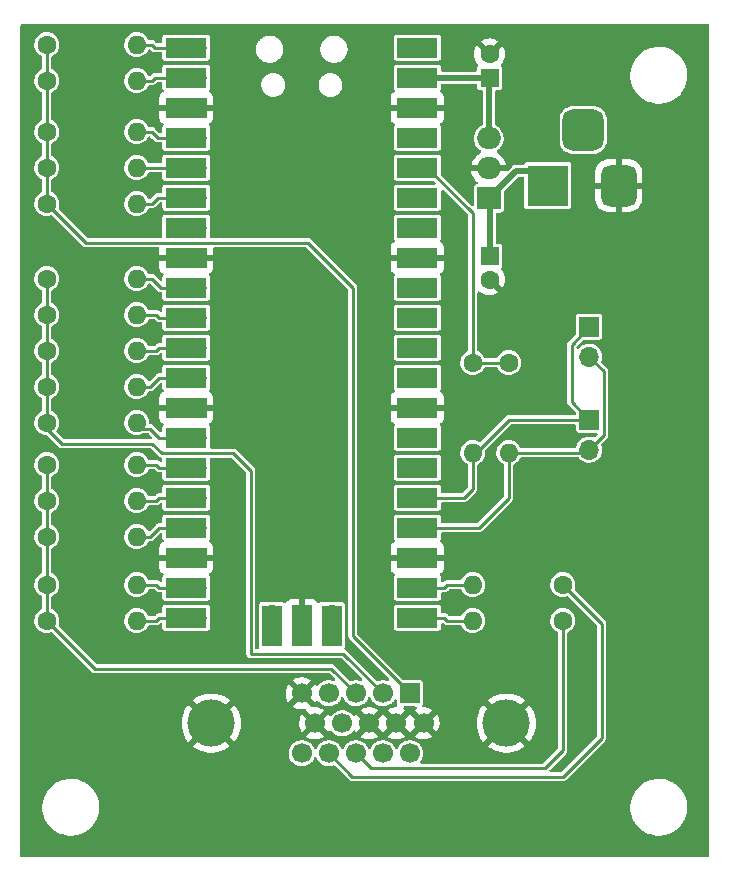
<source format=gbr>
G04 #@! TF.GenerationSoftware,KiCad,Pcbnew,6.0.10-1.fc36*
G04 #@! TF.CreationDate,2023-01-09T12:43:08-05:00*
G04 #@! TF.ProjectId,my_vga_board,6d795f76-6761-45f6-926f-6172642e6b69,v01*
G04 #@! TF.SameCoordinates,Original*
G04 #@! TF.FileFunction,Copper,L1,Top*
G04 #@! TF.FilePolarity,Positive*
%FSLAX46Y46*%
G04 Gerber Fmt 4.6, Leading zero omitted, Abs format (unit mm)*
G04 Created by KiCad (PCBNEW 6.0.10-1.fc36) date 2023-01-09 12:43:08*
%MOMM*%
%LPD*%
G01*
G04 APERTURE LIST*
G04 Aperture macros list*
%AMRoundRect*
0 Rectangle with rounded corners*
0 $1 Rounding radius*
0 $2 $3 $4 $5 $6 $7 $8 $9 X,Y pos of 4 corners*
0 Add a 4 corners polygon primitive as box body*
4,1,4,$2,$3,$4,$5,$6,$7,$8,$9,$2,$3,0*
0 Add four circle primitives for the rounded corners*
1,1,$1+$1,$2,$3*
1,1,$1+$1,$4,$5*
1,1,$1+$1,$6,$7*
1,1,$1+$1,$8,$9*
0 Add four rect primitives between the rounded corners*
20,1,$1+$1,$2,$3,$4,$5,0*
20,1,$1+$1,$4,$5,$6,$7,0*
20,1,$1+$1,$6,$7,$8,$9,0*
20,1,$1+$1,$8,$9,$2,$3,0*%
G04 Aperture macros list end*
G04 #@! TA.AperFunction,ComponentPad*
%ADD10C,1.600000*%
G04 #@! TD*
G04 #@! TA.AperFunction,ComponentPad*
%ADD11O,1.600000X1.600000*%
G04 #@! TD*
G04 #@! TA.AperFunction,ComponentPad*
%ADD12R,1.600000X1.600000*%
G04 #@! TD*
G04 #@! TA.AperFunction,ComponentPad*
%ADD13R,1.700000X1.700000*%
G04 #@! TD*
G04 #@! TA.AperFunction,ComponentPad*
%ADD14O,1.700000X1.700000*%
G04 #@! TD*
G04 #@! TA.AperFunction,ComponentPad*
%ADD15R,2.000000X1.905000*%
G04 #@! TD*
G04 #@! TA.AperFunction,ComponentPad*
%ADD16O,2.000000X1.905000*%
G04 #@! TD*
G04 #@! TA.AperFunction,ComponentPad*
%ADD17C,4.000000*%
G04 #@! TD*
G04 #@! TA.AperFunction,ComponentPad*
%ADD18C,1.700000*%
G04 #@! TD*
G04 #@! TA.AperFunction,ComponentPad*
%ADD19R,3.500000X3.500000*%
G04 #@! TD*
G04 #@! TA.AperFunction,ComponentPad*
%ADD20RoundRect,0.750000X0.750000X1.000000X-0.750000X1.000000X-0.750000X-1.000000X0.750000X-1.000000X0*%
G04 #@! TD*
G04 #@! TA.AperFunction,ComponentPad*
%ADD21RoundRect,0.875000X0.875000X0.875000X-0.875000X0.875000X-0.875000X-0.875000X0.875000X-0.875000X0*%
G04 #@! TD*
G04 #@! TA.AperFunction,SMDPad,CuDef*
%ADD22R,3.500000X1.700000*%
G04 #@! TD*
G04 #@! TA.AperFunction,SMDPad,CuDef*
%ADD23R,1.700000X3.500000*%
G04 #@! TD*
G04 #@! TA.AperFunction,Conductor*
%ADD24C,0.254000*%
G04 #@! TD*
G04 #@! TA.AperFunction,Conductor*
%ADD25C,0.500000*%
G04 #@! TD*
G04 APERTURE END LIST*
D10*
X128010000Y-112216000D03*
D11*
X135630000Y-112216000D03*
D10*
X128010000Y-102056000D03*
D11*
X135630000Y-102056000D03*
D12*
X165506000Y-69287612D03*
D10*
X165506000Y-67287612D03*
X128010000Y-69544000D03*
D11*
X135630000Y-69544000D03*
D10*
X128010000Y-105104000D03*
D11*
X135630000Y-105104000D03*
D10*
X128010000Y-98500000D03*
D11*
X135630000Y-98500000D03*
D10*
X128010000Y-86308000D03*
D11*
X135630000Y-86308000D03*
D10*
X128010000Y-108152000D03*
D11*
X135630000Y-108152000D03*
D10*
X128010000Y-115264000D03*
D11*
X135630000Y-115264000D03*
D13*
X173927000Y-98241000D03*
D14*
X173927000Y-100781000D03*
D10*
X171698000Y-112216000D03*
D11*
X164078000Y-112216000D03*
D10*
X128010000Y-66496000D03*
D11*
X135630000Y-66496000D03*
D10*
X128010000Y-79958000D03*
D11*
X135630000Y-79958000D03*
D15*
X165435000Y-79508500D03*
D16*
X165435000Y-76968500D03*
X165435000Y-74428500D03*
D12*
X165506000Y-84395388D03*
D10*
X165506000Y-86395388D03*
D17*
X141937000Y-123952000D03*
X166927000Y-123952000D03*
D13*
X158762000Y-121412000D03*
D18*
X156472000Y-121412000D03*
X154182000Y-121412000D03*
X151892000Y-121412000D03*
X149602000Y-121412000D03*
X159907000Y-123952000D03*
X157617000Y-123952000D03*
X155327000Y-123952000D03*
X153037000Y-123952000D03*
X150747000Y-123952000D03*
X158762000Y-126492000D03*
X156472000Y-126492000D03*
X154182000Y-126492000D03*
X151892000Y-126492000D03*
X149602000Y-126492000D03*
D13*
X173927000Y-90367000D03*
D14*
X173927000Y-92907000D03*
D19*
X170428000Y-78427500D03*
D20*
X176428000Y-78427500D03*
D21*
X173428000Y-73727500D03*
D10*
X128010000Y-73862000D03*
D11*
X135630000Y-73862000D03*
D10*
X171698000Y-115264000D03*
D11*
X164078000Y-115264000D03*
D10*
X128010000Y-95452000D03*
D11*
X135630000Y-95452000D03*
D10*
X164078000Y-93420000D03*
D11*
X164078000Y-101040000D03*
D10*
X128010000Y-76910000D03*
D11*
X135630000Y-76910000D03*
D10*
X128010000Y-92404000D03*
D11*
X135630000Y-92404000D03*
D22*
X139810000Y-66750000D03*
D14*
X140710000Y-66750000D03*
X140710000Y-69290000D03*
D22*
X139810000Y-69290000D03*
D13*
X140710000Y-71830000D03*
D22*
X139810000Y-71830000D03*
X139810000Y-74370000D03*
D14*
X140710000Y-74370000D03*
X140710000Y-76910000D03*
D22*
X139810000Y-76910000D03*
D14*
X140710000Y-79450000D03*
D22*
X139810000Y-79450000D03*
D14*
X140710000Y-81990000D03*
D22*
X139810000Y-81990000D03*
X139810000Y-84530000D03*
D13*
X140710000Y-84530000D03*
D14*
X140710000Y-87070000D03*
D22*
X139810000Y-87070000D03*
X139810000Y-89610000D03*
D14*
X140710000Y-89610000D03*
X140710000Y-92150000D03*
D22*
X139810000Y-92150000D03*
D14*
X140710000Y-94690000D03*
D22*
X139810000Y-94690000D03*
X139810000Y-97230000D03*
D13*
X140710000Y-97230000D03*
D14*
X140710000Y-99770000D03*
D22*
X139810000Y-99770000D03*
D14*
X140710000Y-102310000D03*
D22*
X139810000Y-102310000D03*
X139810000Y-104850000D03*
D14*
X140710000Y-104850000D03*
D22*
X139810000Y-107390000D03*
D14*
X140710000Y-107390000D03*
D13*
X140710000Y-109930000D03*
D22*
X139810000Y-109930000D03*
X139810000Y-112470000D03*
D14*
X140710000Y-112470000D03*
D22*
X139810000Y-115010000D03*
D14*
X140710000Y-115010000D03*
D22*
X159390000Y-115010000D03*
D14*
X158490000Y-115010000D03*
X158490000Y-112470000D03*
D22*
X159390000Y-112470000D03*
D13*
X158490000Y-109930000D03*
D22*
X159390000Y-109930000D03*
X159390000Y-107390000D03*
D14*
X158490000Y-107390000D03*
D22*
X159390000Y-104850000D03*
D14*
X158490000Y-104850000D03*
D22*
X159390000Y-102310000D03*
D14*
X158490000Y-102310000D03*
D22*
X159390000Y-99770000D03*
D14*
X158490000Y-99770000D03*
D13*
X158490000Y-97230000D03*
D22*
X159390000Y-97230000D03*
X159390000Y-94690000D03*
D14*
X158490000Y-94690000D03*
X158490000Y-92150000D03*
D22*
X159390000Y-92150000D03*
D14*
X158490000Y-89610000D03*
D22*
X159390000Y-89610000D03*
X159390000Y-87070000D03*
D14*
X158490000Y-87070000D03*
D22*
X159390000Y-84530000D03*
D13*
X158490000Y-84530000D03*
D14*
X158490000Y-81990000D03*
D22*
X159390000Y-81990000D03*
X159390000Y-79450000D03*
D14*
X158490000Y-79450000D03*
X158490000Y-76910000D03*
D22*
X159390000Y-76910000D03*
X159390000Y-74370000D03*
D14*
X158490000Y-74370000D03*
D22*
X159390000Y-71830000D03*
D13*
X158490000Y-71830000D03*
D22*
X159390000Y-69290000D03*
D14*
X158490000Y-69290000D03*
D22*
X159390000Y-66750000D03*
D14*
X158490000Y-66750000D03*
D23*
X147060000Y-115680000D03*
D14*
X147060000Y-114780000D03*
D13*
X149600000Y-114780000D03*
D23*
X149600000Y-115680000D03*
X152140000Y-115680000D03*
D14*
X152140000Y-114780000D03*
D10*
X167126000Y-93420000D03*
D11*
X167126000Y-101040000D03*
D10*
X128010000Y-89356000D03*
D11*
X135630000Y-89356000D03*
D24*
X171698000Y-128472000D02*
X153872000Y-128472000D01*
X175000000Y-125170000D02*
X171698000Y-128472000D01*
X175000000Y-115518000D02*
X175000000Y-125170000D01*
X171698000Y-112216000D02*
X175000000Y-115518000D01*
X153872000Y-128472000D02*
X151892000Y-126492000D01*
X132074000Y-119328000D02*
X152098000Y-119328000D01*
X128010000Y-108152000D02*
X128010000Y-112216000D01*
X128010000Y-105104000D02*
X128010000Y-108152000D01*
X128010000Y-112216000D02*
X128010000Y-115264000D01*
X128010000Y-115264000D02*
X132074000Y-119328000D01*
X152098000Y-119328000D02*
X154182000Y-121412000D01*
X128010000Y-102056000D02*
X128010000Y-105104000D01*
X171698000Y-126244000D02*
X170180000Y-127762000D01*
X170180000Y-127762000D02*
X155452000Y-127762000D01*
X171698000Y-115264000D02*
X171698000Y-126244000D01*
X155452000Y-127762000D02*
X154182000Y-126492000D01*
X145282000Y-118058000D02*
X153118000Y-118058000D01*
X128010000Y-86308000D02*
X128010000Y-89356000D01*
X128010000Y-99008000D02*
X129280000Y-100278000D01*
X129280000Y-100278000D02*
X136956000Y-100278000D01*
X143797000Y-101079000D02*
X145282000Y-102564000D01*
X153118000Y-118058000D02*
X156472000Y-121412000D01*
X137757000Y-101079000D02*
X143797000Y-101079000D01*
X136956000Y-100278000D02*
X137757000Y-101079000D01*
X128010000Y-95452000D02*
X128010000Y-99008000D01*
X145282000Y-102564000D02*
X145282000Y-118058000D01*
X128010000Y-95452000D02*
X128010000Y-92404000D01*
X128010000Y-89356000D02*
X128010000Y-92404000D01*
X150108000Y-83260000D02*
X153930000Y-87082000D01*
X128010000Y-73862000D02*
X128010000Y-76910000D01*
X131312000Y-83260000D02*
X150108000Y-83260000D01*
X128010000Y-69544000D02*
X128010000Y-73862000D01*
X128010000Y-79958000D02*
X131312000Y-83260000D01*
X128010000Y-76910000D02*
X128010000Y-79958000D01*
X153930000Y-116580000D02*
X158762000Y-121412000D01*
X153930000Y-87082000D02*
X153930000Y-116580000D01*
X128010000Y-66496000D02*
X128010000Y-69544000D01*
X161919000Y-112216000D02*
X164078000Y-112216000D01*
X161665000Y-112470000D02*
X161919000Y-112216000D01*
X158490000Y-112470000D02*
X161665000Y-112470000D01*
X161919000Y-115264000D02*
X164078000Y-115264000D01*
X158490000Y-115010000D02*
X161665000Y-115010000D01*
X161665000Y-115010000D02*
X161919000Y-115264000D01*
X140710000Y-79450000D02*
X137408000Y-79450000D01*
X137408000Y-79450000D02*
X136900000Y-79958000D01*
X136900000Y-79958000D02*
X135630000Y-79958000D01*
X140710000Y-76910000D02*
X135630000Y-76910000D01*
X136900000Y-73862000D02*
X135630000Y-73862000D01*
X137408000Y-74370000D02*
X136900000Y-73862000D01*
X140710000Y-74370000D02*
X137408000Y-74370000D01*
X136900000Y-69544000D02*
X135630000Y-69544000D01*
X137154000Y-69290000D02*
X136900000Y-69544000D01*
X140710000Y-69290000D02*
X137154000Y-69290000D01*
X140710000Y-66750000D02*
X137154000Y-66750000D01*
X136900000Y-66496000D02*
X135630000Y-66496000D01*
X137154000Y-66750000D02*
X136900000Y-66496000D01*
X137535000Y-99770000D02*
X136773000Y-99008000D01*
X140710000Y-99770000D02*
X137535000Y-99770000D01*
X136773000Y-99008000D02*
X135630000Y-99008000D01*
X136773000Y-95452000D02*
X135630000Y-95452000D01*
X140710000Y-94690000D02*
X137535000Y-94690000D01*
X137535000Y-94690000D02*
X136773000Y-95452000D01*
X137535000Y-92150000D02*
X137281000Y-92404000D01*
X140710000Y-92150000D02*
X137535000Y-92150000D01*
X137281000Y-92404000D02*
X135630000Y-92404000D01*
X140710000Y-89610000D02*
X137535000Y-89610000D01*
X137535000Y-89610000D02*
X137281000Y-89356000D01*
X137281000Y-89356000D02*
X135630000Y-89356000D01*
X136900000Y-86308000D02*
X135630000Y-86308000D01*
X140710000Y-87070000D02*
X137662000Y-87070000D01*
X137662000Y-87070000D02*
X136900000Y-86308000D01*
X140710000Y-115010000D02*
X137535000Y-115010000D01*
X137281000Y-115264000D02*
X135630000Y-115264000D01*
X137535000Y-115010000D02*
X137281000Y-115264000D01*
X137281000Y-112216000D02*
X135630000Y-112216000D01*
X137535000Y-112470000D02*
X137281000Y-112216000D01*
X140710000Y-112470000D02*
X137535000Y-112470000D01*
X136773000Y-108152000D02*
X135630000Y-108152000D01*
X137535000Y-107390000D02*
X136773000Y-108152000D01*
X140710000Y-107390000D02*
X137535000Y-107390000D01*
X140710000Y-104850000D02*
X137535000Y-104850000D01*
X137535000Y-104850000D02*
X137281000Y-105104000D01*
X137281000Y-105104000D02*
X135630000Y-105104000D01*
X140710000Y-102310000D02*
X137535000Y-102310000D01*
X137281000Y-102056000D02*
X135630000Y-102056000D01*
X137535000Y-102310000D02*
X137281000Y-102056000D01*
X164078000Y-104088000D02*
X163316000Y-104850000D01*
X173927000Y-90367000D02*
X173927000Y-90429000D01*
X163316000Y-104850000D02*
X158490000Y-104850000D01*
X172460000Y-91896000D02*
X172460000Y-96774000D01*
X172460000Y-96774000D02*
X173927000Y-98241000D01*
X167131000Y-98241000D02*
X173927000Y-98241000D01*
X164078000Y-101040000D02*
X164332000Y-101040000D01*
X173927000Y-90429000D02*
X172460000Y-91896000D01*
X164332000Y-101040000D02*
X167131000Y-98241000D01*
X164078000Y-101040000D02*
X164078000Y-104088000D01*
X167126000Y-104850000D02*
X164586000Y-107390000D01*
X173668000Y-101040000D02*
X173927000Y-100781000D01*
X167126000Y-101040000D02*
X167126000Y-104850000D01*
X167126000Y-101040000D02*
X173668000Y-101040000D01*
X175158000Y-99550000D02*
X173927000Y-100781000D01*
X173927000Y-92907000D02*
X175158000Y-94138000D01*
X164586000Y-107390000D02*
X158490000Y-107390000D01*
X175158000Y-94138000D02*
X175158000Y-99550000D01*
X164078000Y-80776000D02*
X160212000Y-76910000D01*
X160212000Y-76910000D02*
X158490000Y-76910000D01*
X167126000Y-93420000D02*
X164078000Y-93420000D01*
X164078000Y-93420000D02*
X164078000Y-80776000D01*
D25*
X170428000Y-77164000D02*
X167779500Y-77164000D01*
X165506000Y-84395388D02*
X165506000Y-79579500D01*
X165506000Y-79579500D02*
X165435000Y-79508500D01*
X167779500Y-77164000D02*
X165435000Y-79508500D01*
X158492388Y-69287612D02*
X158490000Y-69290000D01*
X165435000Y-74428500D02*
X165435000Y-69358612D01*
X165506000Y-69287612D02*
X158492388Y-69287612D01*
X165435000Y-69358612D02*
X165506000Y-69287612D01*
G04 #@! TA.AperFunction,Conductor*
G36*
X184039621Y-64784502D02*
G01*
X184086114Y-64838158D01*
X184097500Y-64890500D01*
X184097500Y-135157500D01*
X184077498Y-135225621D01*
X184023842Y-135272114D01*
X183971500Y-135283500D01*
X125896500Y-135283500D01*
X125828379Y-135263498D01*
X125781886Y-135209842D01*
X125770500Y-135157500D01*
X125770500Y-130963103D01*
X127640663Y-130963103D01*
X127640750Y-130967104D01*
X127640750Y-130967111D01*
X127647268Y-131265791D01*
X127647356Y-131269808D01*
X127692965Y-131573177D01*
X127776752Y-131868291D01*
X127897359Y-132150367D01*
X128052830Y-132414832D01*
X128240645Y-132657398D01*
X128457759Y-132874133D01*
X128700653Y-133061525D01*
X128704120Y-133063555D01*
X128704123Y-133063557D01*
X128884193Y-133168992D01*
X128965388Y-133216534D01*
X128969073Y-133218102D01*
X128969077Y-133218104D01*
X129141633Y-133291527D01*
X129247674Y-133336648D01*
X129374314Y-133372364D01*
X129539068Y-133418830D01*
X129539077Y-133418832D01*
X129542935Y-133419920D01*
X129678901Y-133440119D01*
X129843083Y-133464510D01*
X129843085Y-133464510D01*
X129846382Y-133465000D01*
X129849713Y-133465140D01*
X129849717Y-133465140D01*
X129886548Y-133466683D01*
X129929892Y-133468500D01*
X130125597Y-133468500D01*
X130249898Y-133460571D01*
X130350148Y-133454176D01*
X130350153Y-133454175D01*
X130354156Y-133453920D01*
X130358095Y-133453158D01*
X130651412Y-133396409D01*
X130651416Y-133396408D01*
X130655349Y-133395647D01*
X130834268Y-133336648D01*
X130942878Y-133300834D01*
X130942883Y-133300832D01*
X130946695Y-133299575D01*
X131223473Y-133167262D01*
X131481196Y-133000853D01*
X131715684Y-132803045D01*
X131923138Y-132577046D01*
X132100193Y-132326518D01*
X132191821Y-132153828D01*
X132242103Y-132059063D01*
X132242105Y-132059059D01*
X132243981Y-132055523D01*
X132352168Y-131768455D01*
X132423003Y-131469967D01*
X132455337Y-131164897D01*
X132450934Y-130963103D01*
X177424663Y-130963103D01*
X177424750Y-130967104D01*
X177424750Y-130967111D01*
X177431268Y-131265791D01*
X177431356Y-131269808D01*
X177476965Y-131573177D01*
X177560752Y-131868291D01*
X177681359Y-132150367D01*
X177836830Y-132414832D01*
X178024645Y-132657398D01*
X178241759Y-132874133D01*
X178484653Y-133061525D01*
X178488120Y-133063555D01*
X178488123Y-133063557D01*
X178668193Y-133168992D01*
X178749388Y-133216534D01*
X178753073Y-133218102D01*
X178753077Y-133218104D01*
X178925633Y-133291527D01*
X179031674Y-133336648D01*
X179158314Y-133372364D01*
X179323068Y-133418830D01*
X179323077Y-133418832D01*
X179326935Y-133419920D01*
X179462901Y-133440119D01*
X179627083Y-133464510D01*
X179627085Y-133464510D01*
X179630382Y-133465000D01*
X179633713Y-133465140D01*
X179633717Y-133465140D01*
X179670548Y-133466683D01*
X179713892Y-133468500D01*
X179909597Y-133468500D01*
X180033898Y-133460571D01*
X180134148Y-133454176D01*
X180134153Y-133454175D01*
X180138156Y-133453920D01*
X180142095Y-133453158D01*
X180435412Y-133396409D01*
X180435416Y-133396408D01*
X180439349Y-133395647D01*
X180618268Y-133336648D01*
X180726878Y-133300834D01*
X180726883Y-133300832D01*
X180730695Y-133299575D01*
X181007473Y-133167262D01*
X181265196Y-133000853D01*
X181499684Y-132803045D01*
X181707138Y-132577046D01*
X181884193Y-132326518D01*
X181975821Y-132153828D01*
X182026103Y-132059063D01*
X182026105Y-132059059D01*
X182027981Y-132055523D01*
X182136168Y-131768455D01*
X182207003Y-131469967D01*
X182239337Y-131164897D01*
X182234934Y-130963103D01*
X182232732Y-130862209D01*
X182232732Y-130862204D01*
X182232644Y-130858192D01*
X182187035Y-130554823D01*
X182103248Y-130259709D01*
X181982641Y-129977633D01*
X181827170Y-129713168D01*
X181639355Y-129470602D01*
X181422241Y-129253867D01*
X181179347Y-129066475D01*
X181175877Y-129064443D01*
X180918076Y-128913494D01*
X180918073Y-128913492D01*
X180914612Y-128911466D01*
X180910927Y-128909898D01*
X180910923Y-128909896D01*
X180694516Y-128817814D01*
X180632326Y-128791352D01*
X180497152Y-128753229D01*
X180340932Y-128709170D01*
X180340923Y-128709168D01*
X180337065Y-128708080D01*
X180106478Y-128673824D01*
X180036917Y-128663490D01*
X180036915Y-128663490D01*
X180033618Y-128663000D01*
X180030287Y-128662860D01*
X180030283Y-128662860D01*
X179993452Y-128661317D01*
X179950108Y-128659500D01*
X179754403Y-128659500D01*
X179630102Y-128667429D01*
X179529852Y-128673824D01*
X179529847Y-128673825D01*
X179525844Y-128674080D01*
X179521906Y-128674842D01*
X179521905Y-128674842D01*
X179228588Y-128731591D01*
X179228584Y-128731592D01*
X179224651Y-128732353D01*
X179118978Y-128767199D01*
X178937122Y-128827166D01*
X178937117Y-128827168D01*
X178933305Y-128828425D01*
X178656527Y-128960738D01*
X178398804Y-129127147D01*
X178164316Y-129324955D01*
X177956862Y-129550954D01*
X177779807Y-129801482D01*
X177777927Y-129805026D01*
X177686343Y-129977633D01*
X177636019Y-130072477D01*
X177527832Y-130359545D01*
X177456997Y-130658033D01*
X177424663Y-130963103D01*
X132450934Y-130963103D01*
X132448732Y-130862209D01*
X132448732Y-130862204D01*
X132448644Y-130858192D01*
X132403035Y-130554823D01*
X132319248Y-130259709D01*
X132198641Y-129977633D01*
X132043170Y-129713168D01*
X131855355Y-129470602D01*
X131638241Y-129253867D01*
X131395347Y-129066475D01*
X131391877Y-129064443D01*
X131134076Y-128913494D01*
X131134073Y-128913492D01*
X131130612Y-128911466D01*
X131126927Y-128909898D01*
X131126923Y-128909896D01*
X130910516Y-128817814D01*
X130848326Y-128791352D01*
X130713152Y-128753229D01*
X130556932Y-128709170D01*
X130556923Y-128709168D01*
X130553065Y-128708080D01*
X130322478Y-128673824D01*
X130252917Y-128663490D01*
X130252915Y-128663490D01*
X130249618Y-128663000D01*
X130246287Y-128662860D01*
X130246283Y-128662860D01*
X130209452Y-128661317D01*
X130166108Y-128659500D01*
X129970403Y-128659500D01*
X129846102Y-128667429D01*
X129745852Y-128673824D01*
X129745847Y-128673825D01*
X129741844Y-128674080D01*
X129737906Y-128674842D01*
X129737905Y-128674842D01*
X129444588Y-128731591D01*
X129444584Y-128731592D01*
X129440651Y-128732353D01*
X129334978Y-128767199D01*
X129153122Y-128827166D01*
X129153117Y-128827168D01*
X129149305Y-128828425D01*
X128872527Y-128960738D01*
X128614804Y-129127147D01*
X128380316Y-129324955D01*
X128172862Y-129550954D01*
X127995807Y-129801482D01*
X127993927Y-129805026D01*
X127902343Y-129977633D01*
X127852019Y-130072477D01*
X127743832Y-130359545D01*
X127672997Y-130658033D01*
X127640663Y-130963103D01*
X125770500Y-130963103D01*
X125770500Y-126462964D01*
X148493148Y-126462964D01*
X148506424Y-126665522D01*
X148507845Y-126671118D01*
X148507846Y-126671123D01*
X148528119Y-126750945D01*
X148556392Y-126862269D01*
X148558809Y-126867512D01*
X148596010Y-126948208D01*
X148641377Y-127046616D01*
X148758533Y-127212389D01*
X148903938Y-127354035D01*
X148908742Y-127357245D01*
X148976400Y-127402453D01*
X149072720Y-127466812D01*
X149078023Y-127469090D01*
X149078026Y-127469092D01*
X149166707Y-127507192D01*
X149259228Y-127546942D01*
X149332244Y-127563464D01*
X149451579Y-127590467D01*
X149451584Y-127590468D01*
X149457216Y-127591742D01*
X149462987Y-127591969D01*
X149462989Y-127591969D01*
X149522756Y-127594317D01*
X149660053Y-127599712D01*
X149760499Y-127585148D01*
X149855231Y-127571413D01*
X149855236Y-127571412D01*
X149860945Y-127570584D01*
X149866409Y-127568729D01*
X149866414Y-127568728D01*
X150047693Y-127507192D01*
X150047698Y-127507190D01*
X150053165Y-127505334D01*
X150230276Y-127406147D01*
X150292934Y-127354035D01*
X150381913Y-127280031D01*
X150386345Y-127276345D01*
X150443463Y-127207669D01*
X150512453Y-127124718D01*
X150512455Y-127124715D01*
X150516147Y-127120276D01*
X150615334Y-126943165D01*
X150627618Y-126906977D01*
X150668453Y-126848903D01*
X150734205Y-126822124D01*
X150803998Y-126835144D01*
X150855672Y-126883831D01*
X150861356Y-126894729D01*
X150886010Y-126948208D01*
X150931377Y-127046616D01*
X151048533Y-127212389D01*
X151193938Y-127354035D01*
X151198742Y-127357245D01*
X151266400Y-127402453D01*
X151362720Y-127466812D01*
X151368023Y-127469090D01*
X151368026Y-127469092D01*
X151456707Y-127507192D01*
X151549228Y-127546942D01*
X151622244Y-127563464D01*
X151741579Y-127590467D01*
X151741584Y-127590468D01*
X151747216Y-127591742D01*
X151752987Y-127591969D01*
X151752989Y-127591969D01*
X151812756Y-127594317D01*
X151950053Y-127599712D01*
X152050499Y-127585148D01*
X152145231Y-127571413D01*
X152145236Y-127571412D01*
X152150945Y-127570584D01*
X152156409Y-127568729D01*
X152156414Y-127568728D01*
X152285880Y-127524780D01*
X152356815Y-127521824D01*
X152415476Y-127554998D01*
X153563956Y-128703479D01*
X153579315Y-128722495D01*
X153580281Y-128723556D01*
X153585929Y-128732304D01*
X153594106Y-128738750D01*
X153612472Y-128753229D01*
X153616947Y-128757206D01*
X153617008Y-128757135D01*
X153620965Y-128760488D01*
X153624648Y-128764171D01*
X153628883Y-128767197D01*
X153628885Y-128767199D01*
X153640436Y-128775453D01*
X153645185Y-128779018D01*
X153659447Y-128790261D01*
X153685670Y-128810934D01*
X153694357Y-128813985D01*
X153701843Y-128819334D01*
X153711819Y-128822317D01*
X153711820Y-128822318D01*
X153743202Y-128831703D01*
X153747463Y-128832977D01*
X153751211Y-128834098D01*
X153756843Y-128835928D01*
X153805502Y-128853016D01*
X153811091Y-128853500D01*
X153813802Y-128853500D01*
X153816469Y-128853615D01*
X153816532Y-128853634D01*
X153816525Y-128853808D01*
X153817271Y-128853855D01*
X153823524Y-128855725D01*
X153877688Y-128853597D01*
X153882634Y-128853500D01*
X171643865Y-128853500D01*
X171668164Y-128856086D01*
X171669602Y-128856154D01*
X171679780Y-128858345D01*
X171713341Y-128854373D01*
X171719320Y-128854021D01*
X171719312Y-128853928D01*
X171724490Y-128853500D01*
X171729692Y-128853500D01*
X171748846Y-128850312D01*
X171754704Y-128849478D01*
X171771318Y-128847512D01*
X171795567Y-128844642D01*
X171795568Y-128844642D01*
X171805907Y-128843418D01*
X171814206Y-128839433D01*
X171823283Y-128837922D01*
X171868651Y-128813442D01*
X171873914Y-128810761D01*
X171913250Y-128791873D01*
X171913254Y-128791870D01*
X171920398Y-128788440D01*
X171924692Y-128784830D01*
X171926624Y-128782898D01*
X171928573Y-128781111D01*
X171928626Y-128781082D01*
X171928745Y-128781212D01*
X171929313Y-128780711D01*
X171935057Y-128777612D01*
X171971867Y-128737791D01*
X171975296Y-128734226D01*
X175231479Y-125478044D01*
X175250495Y-125462685D01*
X175251556Y-125461719D01*
X175260304Y-125456071D01*
X175281229Y-125429528D01*
X175285208Y-125425050D01*
X175285137Y-125424990D01*
X175288490Y-125421033D01*
X175292171Y-125417352D01*
X175303469Y-125401543D01*
X175307032Y-125396798D01*
X175332485Y-125364510D01*
X175338934Y-125356330D01*
X175341984Y-125347645D01*
X175347334Y-125340158D01*
X175362109Y-125290753D01*
X175363930Y-125285150D01*
X175364548Y-125283392D01*
X175381016Y-125236498D01*
X175381500Y-125230909D01*
X175381500Y-125228196D01*
X175381615Y-125225531D01*
X175381634Y-125225468D01*
X175381808Y-125225475D01*
X175381855Y-125224729D01*
X175383725Y-125218476D01*
X175381597Y-125164322D01*
X175381500Y-125159375D01*
X175381500Y-115572135D01*
X175384086Y-115547836D01*
X175384154Y-115546398D01*
X175386345Y-115536220D01*
X175382373Y-115502658D01*
X175382021Y-115496680D01*
X175381928Y-115496688D01*
X175381500Y-115491510D01*
X175381500Y-115486308D01*
X175378312Y-115467154D01*
X175377477Y-115461289D01*
X175377147Y-115458496D01*
X175371418Y-115410093D01*
X175367433Y-115401794D01*
X175365922Y-115392717D01*
X175341442Y-115347349D01*
X175338761Y-115342086D01*
X175319873Y-115302750D01*
X175319870Y-115302746D01*
X175316440Y-115295602D01*
X175312830Y-115291308D01*
X175310898Y-115289376D01*
X175309111Y-115287427D01*
X175309082Y-115287374D01*
X175309212Y-115287255D01*
X175308711Y-115286687D01*
X175305612Y-115280943D01*
X175265791Y-115244133D01*
X175262226Y-115240704D01*
X172721648Y-112700125D01*
X172687622Y-112637813D01*
X172691184Y-112571259D01*
X172729325Y-112456601D01*
X172729326Y-112456598D01*
X172731270Y-112450753D01*
X172757189Y-112245586D01*
X172757602Y-112216000D01*
X172737422Y-112010189D01*
X172677651Y-111812217D01*
X172580565Y-111629625D01*
X172576674Y-111624855D01*
X172576672Y-111624851D01*
X172453758Y-111474143D01*
X172453755Y-111474140D01*
X172449863Y-111469368D01*
X172442966Y-111463662D01*
X172295271Y-111341478D01*
X172295266Y-111341475D01*
X172290522Y-111337550D01*
X172285103Y-111334620D01*
X172285100Y-111334618D01*
X172114032Y-111242122D01*
X172114027Y-111242120D01*
X172108612Y-111239192D01*
X171911063Y-111178040D01*
X171904938Y-111177396D01*
X171904937Y-111177396D01*
X171711526Y-111157068D01*
X171711524Y-111157068D01*
X171705397Y-111156424D01*
X171579229Y-111167906D01*
X171505591Y-111174607D01*
X171505590Y-111174607D01*
X171499450Y-111175166D01*
X171301066Y-111233554D01*
X171295601Y-111236411D01*
X171123261Y-111326508D01*
X171123257Y-111326511D01*
X171117801Y-111329363D01*
X170956635Y-111458943D01*
X170823708Y-111617360D01*
X170724082Y-111798578D01*
X170661553Y-111995696D01*
X170638501Y-112201206D01*
X170639743Y-112216000D01*
X170654923Y-112396759D01*
X170655806Y-112407278D01*
X170712807Y-112606066D01*
X170715625Y-112611548D01*
X170715626Y-112611552D01*
X170804514Y-112784509D01*
X170804517Y-112784513D01*
X170807334Y-112789995D01*
X170935786Y-112952061D01*
X171093271Y-113086091D01*
X171273789Y-113186980D01*
X171470466Y-113250884D01*
X171675809Y-113275370D01*
X171681944Y-113274898D01*
X171681946Y-113274898D01*
X171875856Y-113259977D01*
X171875860Y-113259976D01*
X171881998Y-113259504D01*
X172061225Y-113209463D01*
X172132215Y-113210409D01*
X172184204Y-113241726D01*
X174581595Y-115639118D01*
X174615621Y-115701430D01*
X174618500Y-115728213D01*
X174618500Y-124959788D01*
X174598498Y-125027909D01*
X174581595Y-125048883D01*
X171576882Y-128053595D01*
X171514570Y-128087621D01*
X171487787Y-128090500D01*
X170695212Y-128090500D01*
X170627091Y-128070498D01*
X170580598Y-128016842D01*
X170570494Y-127946568D01*
X170599988Y-127881988D01*
X170606117Y-127875405D01*
X171929480Y-126552042D01*
X171948489Y-126536689D01*
X171949552Y-126535722D01*
X171958304Y-126530071D01*
X171979229Y-126503528D01*
X171983208Y-126499050D01*
X171983137Y-126498990D01*
X171986490Y-126495033D01*
X171990171Y-126491352D01*
X172001469Y-126475543D01*
X172005032Y-126470798D01*
X172030485Y-126438510D01*
X172036934Y-126430330D01*
X172039984Y-126421645D01*
X172045334Y-126414158D01*
X172060109Y-126364753D01*
X172061930Y-126359150D01*
X172076388Y-126317981D01*
X172079016Y-126310498D01*
X172079500Y-126304909D01*
X172079500Y-126302196D01*
X172079615Y-126299531D01*
X172079634Y-126299468D01*
X172079808Y-126299475D01*
X172079855Y-126298729D01*
X172081725Y-126292476D01*
X172079597Y-126238322D01*
X172079500Y-126233375D01*
X172079500Y-116330255D01*
X172099502Y-116262134D01*
X172148689Y-116217790D01*
X172250001Y-116166614D01*
X172260262Y-116161431D01*
X172260264Y-116161430D01*
X172265763Y-116158652D01*
X172428722Y-116031334D01*
X172432748Y-116026670D01*
X172432751Y-116026667D01*
X172559819Y-115879457D01*
X172559820Y-115879455D01*
X172563848Y-115874789D01*
X172635804Y-115748125D01*
X172662950Y-115700340D01*
X172662952Y-115700336D01*
X172665995Y-115694979D01*
X172707840Y-115569188D01*
X172729325Y-115504601D01*
X172729326Y-115504598D01*
X172731270Y-115498753D01*
X172757189Y-115293586D01*
X172757602Y-115264000D01*
X172737422Y-115058189D01*
X172677651Y-114860217D01*
X172616510Y-114745228D01*
X172583459Y-114683067D01*
X172583456Y-114683063D01*
X172580565Y-114677625D01*
X172576674Y-114672855D01*
X172576672Y-114672851D01*
X172453758Y-114522143D01*
X172453755Y-114522140D01*
X172449863Y-114517368D01*
X172442966Y-114511662D01*
X172295271Y-114389478D01*
X172295266Y-114389475D01*
X172290522Y-114385550D01*
X172285103Y-114382620D01*
X172285100Y-114382618D01*
X172114032Y-114290122D01*
X172114027Y-114290120D01*
X172108612Y-114287192D01*
X171911063Y-114226040D01*
X171904938Y-114225396D01*
X171904937Y-114225396D01*
X171711526Y-114205068D01*
X171711524Y-114205068D01*
X171705397Y-114204424D01*
X171579229Y-114215906D01*
X171505591Y-114222607D01*
X171505590Y-114222607D01*
X171499450Y-114223166D01*
X171301066Y-114281554D01*
X171295601Y-114284411D01*
X171123261Y-114374508D01*
X171123257Y-114374511D01*
X171117801Y-114377363D01*
X170956635Y-114506943D01*
X170823708Y-114665360D01*
X170724082Y-114846578D01*
X170661553Y-115043696D01*
X170660867Y-115049813D01*
X170660866Y-115049817D01*
X170655317Y-115099291D01*
X170638501Y-115249206D01*
X170641166Y-115280943D01*
X170652012Y-115410093D01*
X170655806Y-115455278D01*
X170712807Y-115654066D01*
X170715625Y-115659548D01*
X170715626Y-115659552D01*
X170804514Y-115832509D01*
X170804517Y-115832513D01*
X170807334Y-115837995D01*
X170935786Y-116000061D01*
X170940479Y-116004055D01*
X170940480Y-116004056D01*
X171074026Y-116117712D01*
X171093271Y-116134091D01*
X171171837Y-116178000D01*
X171251971Y-116222786D01*
X171301676Y-116273480D01*
X171316500Y-116332774D01*
X171316500Y-126033788D01*
X171296498Y-126101909D01*
X171279595Y-126122883D01*
X170058882Y-127343595D01*
X169996570Y-127377621D01*
X169969787Y-127380500D01*
X159728397Y-127380500D01*
X159660276Y-127360498D01*
X159613783Y-127306842D01*
X159603679Y-127236568D01*
X159631523Y-127173930D01*
X159672453Y-127124718D01*
X159672455Y-127124715D01*
X159676147Y-127120276D01*
X159775334Y-126943165D01*
X159777190Y-126937698D01*
X159777192Y-126937693D01*
X159838728Y-126756414D01*
X159838729Y-126756409D01*
X159840584Y-126750945D01*
X159841412Y-126745236D01*
X159841413Y-126745231D01*
X159869179Y-126553727D01*
X159869712Y-126550053D01*
X159871232Y-126492000D01*
X159855242Y-126317981D01*
X159853187Y-126295613D01*
X159853186Y-126295610D01*
X159852658Y-126289859D01*
X159850462Y-126282072D01*
X159799125Y-126100046D01*
X159799124Y-126100044D01*
X159797557Y-126094487D01*
X159786978Y-126073033D01*
X159710331Y-125917609D01*
X159707776Y-125912428D01*
X159697311Y-125898413D01*
X159696993Y-125897987D01*
X165345721Y-125897987D01*
X165354548Y-125909605D01*
X165577281Y-126071430D01*
X165583961Y-126075670D01*
X165853572Y-126223890D01*
X165860707Y-126227247D01*
X166146770Y-126340508D01*
X166154296Y-126342953D01*
X166452279Y-126419462D01*
X166460050Y-126420945D01*
X166765278Y-126459503D01*
X166773169Y-126460000D01*
X167080831Y-126460000D01*
X167088722Y-126459503D01*
X167393950Y-126420945D01*
X167401721Y-126419462D01*
X167699704Y-126342953D01*
X167707230Y-126340508D01*
X167993293Y-126227247D01*
X168000428Y-126223890D01*
X168270039Y-126075670D01*
X168276719Y-126071430D01*
X168499823Y-125909336D01*
X168508246Y-125898413D01*
X168501342Y-125885552D01*
X166939812Y-124324022D01*
X166925868Y-124316408D01*
X166924035Y-124316539D01*
X166917420Y-124320790D01*
X165352334Y-125885876D01*
X165345721Y-125897987D01*
X159696993Y-125897987D01*
X159589777Y-125754409D01*
X159586320Y-125749779D01*
X159437258Y-125611987D01*
X159432375Y-125608906D01*
X159432371Y-125608903D01*
X159270464Y-125506748D01*
X159265581Y-125503667D01*
X159077039Y-125428446D01*
X159071379Y-125427320D01*
X159071375Y-125427319D01*
X158883613Y-125389971D01*
X158883610Y-125389971D01*
X158877946Y-125388844D01*
X158872171Y-125388768D01*
X158872167Y-125388768D01*
X158770793Y-125387441D01*
X158674971Y-125386187D01*
X158669274Y-125387166D01*
X158669273Y-125387166D01*
X158480607Y-125419585D01*
X158474910Y-125420564D01*
X158284463Y-125490824D01*
X158110010Y-125594612D01*
X158105670Y-125598418D01*
X158105666Y-125598421D01*
X158085723Y-125615911D01*
X157957392Y-125728455D01*
X157831720Y-125887869D01*
X157829031Y-125892980D01*
X157829029Y-125892983D01*
X157816073Y-125917609D01*
X157737203Y-126067515D01*
X157735490Y-126073033D01*
X157733278Y-126078372D01*
X157730877Y-126077378D01*
X157697727Y-126127293D01*
X157632710Y-126155811D01*
X157562596Y-126144651D01*
X157509646Y-126097356D01*
X157503651Y-126086566D01*
X157420331Y-125917609D01*
X157417776Y-125912428D01*
X157407311Y-125898413D01*
X157299777Y-125754409D01*
X157296320Y-125749779D01*
X157147258Y-125611987D01*
X157142375Y-125608906D01*
X157142371Y-125608903D01*
X156980464Y-125506748D01*
X156975581Y-125503667D01*
X156787039Y-125428446D01*
X156781379Y-125427320D01*
X156781375Y-125427319D01*
X156593613Y-125389971D01*
X156593610Y-125389971D01*
X156587946Y-125388844D01*
X156582171Y-125388768D01*
X156582167Y-125388768D01*
X156480793Y-125387441D01*
X156384971Y-125386187D01*
X156379274Y-125387166D01*
X156379273Y-125387166D01*
X156190607Y-125419585D01*
X156184910Y-125420564D01*
X155994463Y-125490824D01*
X155820010Y-125594612D01*
X155815670Y-125598418D01*
X155815666Y-125598421D01*
X155795723Y-125615911D01*
X155667392Y-125728455D01*
X155541720Y-125887869D01*
X155539031Y-125892980D01*
X155539029Y-125892983D01*
X155526073Y-125917609D01*
X155447203Y-126067515D01*
X155445490Y-126073033D01*
X155443278Y-126078372D01*
X155440877Y-126077378D01*
X155407727Y-126127293D01*
X155342710Y-126155811D01*
X155272596Y-126144651D01*
X155219646Y-126097356D01*
X155213651Y-126086566D01*
X155130331Y-125917609D01*
X155127776Y-125912428D01*
X155117311Y-125898413D01*
X155009777Y-125754409D01*
X155006320Y-125749779D01*
X154857258Y-125611987D01*
X154852375Y-125608906D01*
X154852371Y-125608903D01*
X154690464Y-125506748D01*
X154685581Y-125503667D01*
X154497039Y-125428446D01*
X154491379Y-125427320D01*
X154491375Y-125427319D01*
X154303613Y-125389971D01*
X154303610Y-125389971D01*
X154297946Y-125388844D01*
X154292171Y-125388768D01*
X154292167Y-125388768D01*
X154190793Y-125387441D01*
X154094971Y-125386187D01*
X154089274Y-125387166D01*
X154089273Y-125387166D01*
X153900607Y-125419585D01*
X153894910Y-125420564D01*
X153704463Y-125490824D01*
X153530010Y-125594612D01*
X153525670Y-125598418D01*
X153525666Y-125598421D01*
X153505723Y-125615911D01*
X153377392Y-125728455D01*
X153251720Y-125887869D01*
X153249031Y-125892980D01*
X153249029Y-125892983D01*
X153236073Y-125917609D01*
X153157203Y-126067515D01*
X153155490Y-126073033D01*
X153153278Y-126078372D01*
X153150877Y-126077378D01*
X153117727Y-126127293D01*
X153052710Y-126155811D01*
X152982596Y-126144651D01*
X152929646Y-126097356D01*
X152923651Y-126086566D01*
X152840331Y-125917609D01*
X152837776Y-125912428D01*
X152827311Y-125898413D01*
X152719777Y-125754409D01*
X152716320Y-125749779D01*
X152567258Y-125611987D01*
X152562375Y-125608906D01*
X152562371Y-125608903D01*
X152400464Y-125506748D01*
X152395581Y-125503667D01*
X152207039Y-125428446D01*
X152201379Y-125427320D01*
X152201375Y-125427319D01*
X152013613Y-125389971D01*
X152013610Y-125389971D01*
X152007946Y-125388844D01*
X152002171Y-125388768D01*
X152002167Y-125388768D01*
X151900793Y-125387441D01*
X151804971Y-125386187D01*
X151799274Y-125387166D01*
X151799273Y-125387166D01*
X151610607Y-125419585D01*
X151604910Y-125420564D01*
X151414463Y-125490824D01*
X151240010Y-125594612D01*
X151235670Y-125598418D01*
X151235666Y-125598421D01*
X151215723Y-125615911D01*
X151087392Y-125728455D01*
X150961720Y-125887869D01*
X150959031Y-125892980D01*
X150959029Y-125892983D01*
X150946073Y-125917609D01*
X150867203Y-126067515D01*
X150865490Y-126073033D01*
X150863278Y-126078372D01*
X150860877Y-126077378D01*
X150827727Y-126127293D01*
X150762710Y-126155811D01*
X150692596Y-126144651D01*
X150639646Y-126097356D01*
X150633651Y-126086566D01*
X150550331Y-125917609D01*
X150547776Y-125912428D01*
X150537311Y-125898413D01*
X150429777Y-125754409D01*
X150426320Y-125749779D01*
X150277258Y-125611987D01*
X150272375Y-125608906D01*
X150272371Y-125608903D01*
X150110464Y-125506748D01*
X150105581Y-125503667D01*
X149917039Y-125428446D01*
X149911379Y-125427320D01*
X149911375Y-125427319D01*
X149723613Y-125389971D01*
X149723610Y-125389971D01*
X149717946Y-125388844D01*
X149712171Y-125388768D01*
X149712167Y-125388768D01*
X149610793Y-125387441D01*
X149514971Y-125386187D01*
X149509274Y-125387166D01*
X149509273Y-125387166D01*
X149320607Y-125419585D01*
X149314910Y-125420564D01*
X149124463Y-125490824D01*
X148950010Y-125594612D01*
X148945670Y-125598418D01*
X148945666Y-125598421D01*
X148925723Y-125615911D01*
X148797392Y-125728455D01*
X148671720Y-125887869D01*
X148669031Y-125892980D01*
X148669029Y-125892983D01*
X148656073Y-125917609D01*
X148577203Y-126067515D01*
X148517007Y-126261378D01*
X148493148Y-126462964D01*
X125770500Y-126462964D01*
X125770500Y-125897987D01*
X140355721Y-125897987D01*
X140364548Y-125909605D01*
X140587281Y-126071430D01*
X140593961Y-126075670D01*
X140863572Y-126223890D01*
X140870707Y-126227247D01*
X141156770Y-126340508D01*
X141164296Y-126342953D01*
X141462279Y-126419462D01*
X141470050Y-126420945D01*
X141775278Y-126459503D01*
X141783169Y-126460000D01*
X142090831Y-126460000D01*
X142098722Y-126459503D01*
X142403950Y-126420945D01*
X142411721Y-126419462D01*
X142709704Y-126342953D01*
X142717230Y-126340508D01*
X143003293Y-126227247D01*
X143010428Y-126223890D01*
X143280039Y-126075670D01*
X143286719Y-126071430D01*
X143509823Y-125909336D01*
X143518246Y-125898413D01*
X143511342Y-125885552D01*
X141949812Y-124324022D01*
X141935868Y-124316408D01*
X141934035Y-124316539D01*
X141927420Y-124320790D01*
X140362334Y-125885876D01*
X140355721Y-125897987D01*
X125770500Y-125897987D01*
X125770500Y-123955958D01*
X139424290Y-123955958D01*
X139443607Y-124262994D01*
X139444600Y-124270855D01*
X139502246Y-124573046D01*
X139504217Y-124580723D01*
X139599284Y-124873309D01*
X139602199Y-124880672D01*
X139733189Y-125159041D01*
X139737001Y-125165974D01*
X139901851Y-125425736D01*
X139906495Y-125432129D01*
X139981497Y-125522790D01*
X139994014Y-125531245D01*
X140004752Y-125525038D01*
X141564978Y-123964812D01*
X141571356Y-123953132D01*
X142301408Y-123953132D01*
X142301539Y-123954965D01*
X142305790Y-123961580D01*
X143868145Y-125523935D01*
X143881407Y-125531177D01*
X143891512Y-125523988D01*
X143967505Y-125432129D01*
X143972149Y-125425736D01*
X144136999Y-125165974D01*
X144140811Y-125159041D01*
X144179486Y-125076853D01*
X149986977Y-125076853D01*
X149992258Y-125083907D01*
X150153756Y-125178279D01*
X150163042Y-125182729D01*
X150362001Y-125258703D01*
X150371899Y-125261579D01*
X150580595Y-125304038D01*
X150590823Y-125305257D01*
X150803650Y-125313062D01*
X150813936Y-125312595D01*
X151025185Y-125285534D01*
X151035262Y-125283392D01*
X151239255Y-125222191D01*
X151248842Y-125218433D01*
X151440098Y-125124738D01*
X151448944Y-125119465D01*
X151496247Y-125085723D01*
X151503211Y-125076853D01*
X154566977Y-125076853D01*
X154572258Y-125083907D01*
X154733756Y-125178279D01*
X154743042Y-125182729D01*
X154942001Y-125258703D01*
X154951899Y-125261579D01*
X155160595Y-125304038D01*
X155170823Y-125305257D01*
X155383650Y-125313062D01*
X155393936Y-125312595D01*
X155605185Y-125285534D01*
X155615262Y-125283392D01*
X155819255Y-125222191D01*
X155828842Y-125218433D01*
X156020098Y-125124738D01*
X156028944Y-125119465D01*
X156076247Y-125085723D01*
X156083211Y-125076853D01*
X156856977Y-125076853D01*
X156862258Y-125083907D01*
X157023756Y-125178279D01*
X157033042Y-125182729D01*
X157232001Y-125258703D01*
X157241899Y-125261579D01*
X157450595Y-125304038D01*
X157460823Y-125305257D01*
X157673650Y-125313062D01*
X157683936Y-125312595D01*
X157895185Y-125285534D01*
X157905262Y-125283392D01*
X158109255Y-125222191D01*
X158118842Y-125218433D01*
X158310098Y-125124738D01*
X158318944Y-125119465D01*
X158366247Y-125085723D01*
X158373211Y-125076853D01*
X159146977Y-125076853D01*
X159152258Y-125083907D01*
X159313756Y-125178279D01*
X159323042Y-125182729D01*
X159522001Y-125258703D01*
X159531899Y-125261579D01*
X159740595Y-125304038D01*
X159750823Y-125305257D01*
X159963650Y-125313062D01*
X159973936Y-125312595D01*
X160185185Y-125285534D01*
X160195262Y-125283392D01*
X160399255Y-125222191D01*
X160408842Y-125218433D01*
X160600098Y-125124738D01*
X160608944Y-125119465D01*
X160656247Y-125085723D01*
X160664648Y-125075023D01*
X160657660Y-125061870D01*
X159919812Y-124324022D01*
X159905868Y-124316408D01*
X159904035Y-124316539D01*
X159897420Y-124320790D01*
X159153737Y-125064473D01*
X159146977Y-125076853D01*
X158373211Y-125076853D01*
X158374648Y-125075023D01*
X158367660Y-125061870D01*
X157629812Y-124324022D01*
X157615868Y-124316408D01*
X157614035Y-124316539D01*
X157607420Y-124320790D01*
X156863737Y-125064473D01*
X156856977Y-125076853D01*
X156083211Y-125076853D01*
X156084648Y-125075023D01*
X156077660Y-125061870D01*
X155339812Y-124324022D01*
X155325868Y-124316408D01*
X155324035Y-124316539D01*
X155317420Y-124320790D01*
X154573737Y-125064473D01*
X154566977Y-125076853D01*
X151503211Y-125076853D01*
X151504648Y-125075023D01*
X151497660Y-125061870D01*
X150759812Y-124324022D01*
X150745868Y-124316408D01*
X150744035Y-124316539D01*
X150737420Y-124320790D01*
X149993737Y-125064473D01*
X149986977Y-125076853D01*
X144179486Y-125076853D01*
X144271801Y-124880672D01*
X144274716Y-124873309D01*
X144369783Y-124580723D01*
X144371754Y-124573046D01*
X144429400Y-124270855D01*
X144430393Y-124262994D01*
X144449710Y-123955958D01*
X144449710Y-123948042D01*
X144448189Y-123923863D01*
X149385050Y-123923863D01*
X149397309Y-124136477D01*
X149398745Y-124146697D01*
X149445565Y-124354446D01*
X149448645Y-124364275D01*
X149528770Y-124561603D01*
X149533413Y-124570794D01*
X149613460Y-124701420D01*
X149623916Y-124710880D01*
X149632694Y-124707096D01*
X150374978Y-123964812D01*
X150381356Y-123953132D01*
X151111408Y-123953132D01*
X151111539Y-123954965D01*
X151115790Y-123961580D01*
X151857474Y-124703264D01*
X151869484Y-124709823D01*
X151881223Y-124700855D01*
X151912004Y-124658019D01*
X151917311Y-124649185D01*
X151930492Y-124622516D01*
X151978606Y-124570309D01*
X152047307Y-124552401D01*
X152114783Y-124574479D01*
X152146347Y-124605622D01*
X152177131Y-124649180D01*
X152193533Y-124672389D01*
X152197675Y-124676424D01*
X152259186Y-124736345D01*
X152338938Y-124814035D01*
X152507720Y-124926812D01*
X152513023Y-124929090D01*
X152513026Y-124929092D01*
X152601707Y-124967192D01*
X152694228Y-125006942D01*
X152767244Y-125023464D01*
X152886579Y-125050467D01*
X152886584Y-125050468D01*
X152892216Y-125051742D01*
X152897987Y-125051969D01*
X152897989Y-125051969D01*
X152957756Y-125054317D01*
X153095053Y-125059712D01*
X153195499Y-125045148D01*
X153290231Y-125031413D01*
X153290236Y-125031412D01*
X153295945Y-125030584D01*
X153301409Y-125028729D01*
X153301414Y-125028728D01*
X153482693Y-124967192D01*
X153482698Y-124967190D01*
X153488165Y-124965334D01*
X153665276Y-124866147D01*
X153727934Y-124814035D01*
X153816913Y-124740031D01*
X153821345Y-124736345D01*
X153825031Y-124731913D01*
X153825036Y-124731908D01*
X153935485Y-124599108D01*
X153994423Y-124559524D01*
X154065405Y-124558088D01*
X154125895Y-124595255D01*
X154139791Y-124613842D01*
X154193458Y-124701418D01*
X154203916Y-124710880D01*
X154212694Y-124707096D01*
X154954978Y-123964812D01*
X154961356Y-123953132D01*
X155691408Y-123953132D01*
X155691539Y-123954965D01*
X155695790Y-123961580D01*
X156437474Y-124703264D01*
X156451418Y-124710879D01*
X156462109Y-124710114D01*
X156491696Y-124711488D01*
X156492281Y-124711585D01*
X156502694Y-124707096D01*
X157244978Y-123964812D01*
X157251356Y-123953132D01*
X157981408Y-123953132D01*
X157981539Y-123954965D01*
X157985790Y-123961580D01*
X158727474Y-124703264D01*
X158741418Y-124710879D01*
X158752109Y-124710114D01*
X158781696Y-124711488D01*
X158782281Y-124711585D01*
X158792694Y-124707096D01*
X159534978Y-123964812D01*
X159541356Y-123953132D01*
X160271408Y-123953132D01*
X160271539Y-123954965D01*
X160275790Y-123961580D01*
X161017474Y-124703264D01*
X161029484Y-124709823D01*
X161041223Y-124700855D01*
X161072004Y-124658019D01*
X161077315Y-124649180D01*
X161171670Y-124458267D01*
X161175469Y-124448672D01*
X161237376Y-124244915D01*
X161239555Y-124234834D01*
X161267590Y-124021887D01*
X161268109Y-124015212D01*
X161269557Y-123955958D01*
X164414290Y-123955958D01*
X164433607Y-124262994D01*
X164434600Y-124270855D01*
X164492246Y-124573046D01*
X164494217Y-124580723D01*
X164589284Y-124873309D01*
X164592199Y-124880672D01*
X164723189Y-125159041D01*
X164727001Y-125165974D01*
X164891851Y-125425736D01*
X164896495Y-125432129D01*
X164971497Y-125522790D01*
X164984014Y-125531245D01*
X164994752Y-125525038D01*
X166554978Y-123964812D01*
X166561356Y-123953132D01*
X167291408Y-123953132D01*
X167291539Y-123954965D01*
X167295790Y-123961580D01*
X168858145Y-125523935D01*
X168871407Y-125531177D01*
X168881512Y-125523988D01*
X168957505Y-125432129D01*
X168962149Y-125425736D01*
X169126999Y-125165974D01*
X169130811Y-125159041D01*
X169261801Y-124880672D01*
X169264716Y-124873309D01*
X169359783Y-124580723D01*
X169361754Y-124573046D01*
X169419400Y-124270855D01*
X169420393Y-124262994D01*
X169439710Y-123955958D01*
X169439710Y-123948042D01*
X169420393Y-123641006D01*
X169419400Y-123633145D01*
X169361754Y-123330954D01*
X169359783Y-123323277D01*
X169264716Y-123030691D01*
X169261801Y-123023328D01*
X169130811Y-122744959D01*
X169126999Y-122738026D01*
X168962149Y-122478264D01*
X168957505Y-122471871D01*
X168882503Y-122381210D01*
X168869986Y-122372755D01*
X168859248Y-122378962D01*
X167299022Y-123939188D01*
X167291408Y-123953132D01*
X166561356Y-123953132D01*
X166562592Y-123950868D01*
X166562461Y-123949035D01*
X166558210Y-123942420D01*
X164995855Y-122380065D01*
X164982593Y-122372823D01*
X164972488Y-122380012D01*
X164896495Y-122471871D01*
X164891851Y-122478264D01*
X164727001Y-122738026D01*
X164723189Y-122744959D01*
X164592199Y-123023328D01*
X164589284Y-123030691D01*
X164494217Y-123323277D01*
X164492246Y-123330954D01*
X164434600Y-123633145D01*
X164433607Y-123641006D01*
X164414290Y-123948042D01*
X164414290Y-123955958D01*
X161269557Y-123955958D01*
X161269572Y-123955364D01*
X161269378Y-123948646D01*
X161251781Y-123734604D01*
X161250096Y-123724424D01*
X161198214Y-123517875D01*
X161194894Y-123508124D01*
X161109972Y-123312814D01*
X161105105Y-123303739D01*
X161040063Y-123203197D01*
X161029377Y-123193995D01*
X161019812Y-123198398D01*
X160279022Y-123939188D01*
X160271408Y-123953132D01*
X159541356Y-123953132D01*
X159542592Y-123950868D01*
X159542461Y-123949035D01*
X159538210Y-123942420D01*
X158796850Y-123201060D01*
X158782906Y-123193445D01*
X158769363Y-123194414D01*
X158742819Y-123193506D01*
X158740997Y-123193250D01*
X158729811Y-123198399D01*
X157989022Y-123939188D01*
X157981408Y-123953132D01*
X157251356Y-123953132D01*
X157252592Y-123950868D01*
X157252461Y-123949035D01*
X157248210Y-123942420D01*
X156506850Y-123201060D01*
X156492906Y-123193445D01*
X156479363Y-123194414D01*
X156452819Y-123193506D01*
X156450997Y-123193250D01*
X156439811Y-123198399D01*
X155699022Y-123939188D01*
X155691408Y-123953132D01*
X154961356Y-123953132D01*
X154962592Y-123950868D01*
X154962461Y-123949035D01*
X154958210Y-123942420D01*
X154216849Y-123201059D01*
X154205313Y-123194759D01*
X154193031Y-123204382D01*
X154145092Y-123274657D01*
X154138615Y-123286059D01*
X154087575Y-123335409D01*
X154017956Y-123349331D01*
X153951863Y-123323404D01*
X153928101Y-123299210D01*
X153923221Y-123292674D01*
X153861320Y-123209779D01*
X153712258Y-123071987D01*
X153707375Y-123068906D01*
X153707371Y-123068903D01*
X153545464Y-122966748D01*
X153540581Y-122963667D01*
X153352039Y-122888446D01*
X153346379Y-122887320D01*
X153346375Y-122887319D01*
X153158613Y-122849971D01*
X153158610Y-122849971D01*
X153152946Y-122848844D01*
X153147171Y-122848768D01*
X153147167Y-122848768D01*
X153045793Y-122847441D01*
X152949971Y-122846187D01*
X152944274Y-122847166D01*
X152944273Y-122847166D01*
X152755607Y-122879585D01*
X152749910Y-122880564D01*
X152559463Y-122950824D01*
X152385010Y-123054612D01*
X152380670Y-123058418D01*
X152380666Y-123058421D01*
X152360723Y-123075911D01*
X152232392Y-123188455D01*
X152228817Y-123192990D01*
X152228816Y-123192991D01*
X152142690Y-123302241D01*
X152084809Y-123343354D01*
X152013888Y-123346648D01*
X151952446Y-123311076D01*
X151937948Y-123292674D01*
X151880064Y-123203199D01*
X151869377Y-123193995D01*
X151859812Y-123198398D01*
X151119022Y-123939188D01*
X151111408Y-123953132D01*
X150381356Y-123953132D01*
X150382592Y-123950868D01*
X150382461Y-123949035D01*
X150378210Y-123942420D01*
X149636849Y-123201059D01*
X149625313Y-123194759D01*
X149613031Y-123204382D01*
X149565089Y-123274662D01*
X149560004Y-123283613D01*
X149470338Y-123476783D01*
X149466775Y-123486470D01*
X149409864Y-123691681D01*
X149407933Y-123701800D01*
X149385302Y-123913574D01*
X149385050Y-123923863D01*
X144448189Y-123923863D01*
X144430393Y-123641006D01*
X144429400Y-123633145D01*
X144371754Y-123330954D01*
X144369783Y-123323277D01*
X144274716Y-123030691D01*
X144271801Y-123023328D01*
X144140811Y-122744959D01*
X144136999Y-122738026D01*
X144009331Y-122536853D01*
X148841977Y-122536853D01*
X148847258Y-122543907D01*
X149008756Y-122638279D01*
X149018042Y-122642729D01*
X149217001Y-122718703D01*
X149226899Y-122721579D01*
X149435595Y-122764038D01*
X149445823Y-122765257D01*
X149658650Y-122773062D01*
X149668936Y-122772595D01*
X149853486Y-122748954D01*
X149923596Y-122760139D01*
X149980040Y-122813467D01*
X149994968Y-122840758D01*
X150734188Y-123579978D01*
X150748132Y-123587592D01*
X150749965Y-123587461D01*
X150756580Y-123583210D01*
X151500389Y-122839401D01*
X151506382Y-122828427D01*
X154568223Y-122828427D01*
X154574968Y-122840758D01*
X155314188Y-123579978D01*
X155328132Y-123587592D01*
X155329965Y-123587461D01*
X155336580Y-123583210D01*
X156080389Y-122839401D01*
X156087410Y-122826544D01*
X156080611Y-122817213D01*
X156076554Y-122814518D01*
X155890117Y-122711599D01*
X155880705Y-122707369D01*
X155679959Y-122636280D01*
X155669989Y-122633646D01*
X155460327Y-122596301D01*
X155450073Y-122595331D01*
X155237116Y-122592728D01*
X155226832Y-122593448D01*
X155016321Y-122625661D01*
X155006293Y-122628050D01*
X154803868Y-122694212D01*
X154794359Y-122698209D01*
X154605466Y-122796540D01*
X154596734Y-122802039D01*
X154576677Y-122817099D01*
X154568223Y-122828427D01*
X151506382Y-122828427D01*
X151507410Y-122826544D01*
X151500611Y-122817213D01*
X151496554Y-122814518D01*
X151310117Y-122711599D01*
X151300705Y-122707369D01*
X151099959Y-122636280D01*
X151089989Y-122633646D01*
X150880327Y-122596301D01*
X150870073Y-122595331D01*
X150657116Y-122592728D01*
X150646832Y-122593448D01*
X150498325Y-122616173D01*
X150427963Y-122606706D01*
X150373889Y-122560700D01*
X150367991Y-122550732D01*
X150352659Y-122521869D01*
X149614812Y-121784022D01*
X149600868Y-121776408D01*
X149599035Y-121776539D01*
X149592420Y-121780790D01*
X148848737Y-122524473D01*
X148841977Y-122536853D01*
X144009331Y-122536853D01*
X143972149Y-122478264D01*
X143967505Y-122471871D01*
X143892503Y-122381210D01*
X143879986Y-122372755D01*
X143869248Y-122378962D01*
X142309022Y-123939188D01*
X142301408Y-123953132D01*
X141571356Y-123953132D01*
X141572592Y-123950868D01*
X141572461Y-123949035D01*
X141568210Y-123942420D01*
X140005855Y-122380065D01*
X139992593Y-122372823D01*
X139982488Y-122380012D01*
X139906495Y-122471871D01*
X139901851Y-122478264D01*
X139737001Y-122738026D01*
X139733189Y-122744959D01*
X139602199Y-123023328D01*
X139599284Y-123030691D01*
X139504217Y-123323277D01*
X139502246Y-123330954D01*
X139444600Y-123633145D01*
X139443607Y-123641006D01*
X139424290Y-123948042D01*
X139424290Y-123955958D01*
X125770500Y-123955958D01*
X125770500Y-122005587D01*
X140355754Y-122005587D01*
X140362658Y-122018448D01*
X141924188Y-123579978D01*
X141938132Y-123587592D01*
X141939965Y-123587461D01*
X141946580Y-123583210D01*
X143511666Y-122018124D01*
X143518279Y-122006013D01*
X143509452Y-121994395D01*
X143286719Y-121832570D01*
X143280039Y-121828330D01*
X143010428Y-121680110D01*
X143003293Y-121676753D01*
X142717230Y-121563492D01*
X142709704Y-121561047D01*
X142411721Y-121484538D01*
X142403950Y-121483055D01*
X142098722Y-121444497D01*
X142090831Y-121444000D01*
X141783169Y-121444000D01*
X141775278Y-121444497D01*
X141470050Y-121483055D01*
X141462279Y-121484538D01*
X141164296Y-121561047D01*
X141156770Y-121563492D01*
X140870707Y-121676753D01*
X140863572Y-121680110D01*
X140593961Y-121828330D01*
X140587281Y-121832570D01*
X140364177Y-121994664D01*
X140355754Y-122005587D01*
X125770500Y-122005587D01*
X125770500Y-121383863D01*
X148240050Y-121383863D01*
X148252309Y-121596477D01*
X148253745Y-121606697D01*
X148300565Y-121814446D01*
X148303645Y-121824275D01*
X148383770Y-122021603D01*
X148388413Y-122030794D01*
X148468460Y-122161420D01*
X148478916Y-122170880D01*
X148487694Y-122167096D01*
X149229978Y-121424812D01*
X149237592Y-121410868D01*
X149237461Y-121409035D01*
X149233210Y-121402420D01*
X148491849Y-120661059D01*
X148480313Y-120654759D01*
X148468031Y-120664382D01*
X148420089Y-120734662D01*
X148415004Y-120743613D01*
X148325338Y-120936783D01*
X148321775Y-120946470D01*
X148264864Y-121151681D01*
X148262933Y-121161800D01*
X148240302Y-121373574D01*
X148240050Y-121383863D01*
X125770500Y-121383863D01*
X125770500Y-120288427D01*
X148843223Y-120288427D01*
X148849968Y-120300758D01*
X149589188Y-121039978D01*
X149603132Y-121047592D01*
X149604965Y-121047461D01*
X149611580Y-121043210D01*
X150355389Y-120299401D01*
X150362410Y-120286544D01*
X150355611Y-120277213D01*
X150351554Y-120274518D01*
X150165117Y-120171599D01*
X150155705Y-120167369D01*
X149954959Y-120096280D01*
X149944989Y-120093646D01*
X149735327Y-120056301D01*
X149725073Y-120055331D01*
X149512116Y-120052728D01*
X149501832Y-120053448D01*
X149291321Y-120085661D01*
X149281293Y-120088050D01*
X149078868Y-120154212D01*
X149069359Y-120158209D01*
X148880466Y-120256540D01*
X148871734Y-120262039D01*
X148851677Y-120277099D01*
X148843223Y-120288427D01*
X125770500Y-120288427D01*
X125770500Y-115249206D01*
X126950501Y-115249206D01*
X126953166Y-115280943D01*
X126964012Y-115410093D01*
X126967806Y-115455278D01*
X127024807Y-115654066D01*
X127027625Y-115659548D01*
X127027626Y-115659552D01*
X127116514Y-115832509D01*
X127116517Y-115832513D01*
X127119334Y-115837995D01*
X127247786Y-116000061D01*
X127252479Y-116004055D01*
X127252480Y-116004056D01*
X127386026Y-116117712D01*
X127405271Y-116134091D01*
X127585789Y-116234980D01*
X127782466Y-116298884D01*
X127987809Y-116323370D01*
X127993944Y-116322898D01*
X127993946Y-116322898D01*
X128187856Y-116307977D01*
X128187860Y-116307976D01*
X128193998Y-116307504D01*
X128373225Y-116257463D01*
X128444215Y-116258409D01*
X128496204Y-116289726D01*
X131765956Y-119559479D01*
X131781315Y-119578495D01*
X131782281Y-119579556D01*
X131787929Y-119588304D01*
X131796106Y-119594750D01*
X131814472Y-119609229D01*
X131818947Y-119613206D01*
X131819008Y-119613135D01*
X131822965Y-119616488D01*
X131826648Y-119620171D01*
X131830883Y-119623197D01*
X131830885Y-119623199D01*
X131842436Y-119631453D01*
X131847182Y-119635016D01*
X131887670Y-119666934D01*
X131896357Y-119669985D01*
X131903843Y-119675334D01*
X131913819Y-119678317D01*
X131913820Y-119678318D01*
X131953211Y-119690098D01*
X131958843Y-119691928D01*
X132007502Y-119709016D01*
X132013091Y-119709500D01*
X132015802Y-119709500D01*
X132018469Y-119709615D01*
X132018532Y-119709634D01*
X132018525Y-119709808D01*
X132019271Y-119709855D01*
X132025524Y-119711725D01*
X132075383Y-119709766D01*
X132079678Y-119709597D01*
X132084625Y-119709500D01*
X151887788Y-119709500D01*
X151955909Y-119729502D01*
X151976879Y-119746401D01*
X152392696Y-120162218D01*
X152426721Y-120224530D01*
X152421656Y-120295346D01*
X152379109Y-120352181D01*
X152312589Y-120376992D01*
X152256912Y-120368344D01*
X152207039Y-120348446D01*
X152201379Y-120347320D01*
X152201375Y-120347319D01*
X152013613Y-120309971D01*
X152013610Y-120309971D01*
X152007946Y-120308844D01*
X152002171Y-120308768D01*
X152002167Y-120308768D01*
X151900793Y-120307441D01*
X151804971Y-120306187D01*
X151799274Y-120307166D01*
X151799273Y-120307166D01*
X151711397Y-120322266D01*
X151604910Y-120340564D01*
X151414463Y-120410824D01*
X151240010Y-120514612D01*
X151235670Y-120518418D01*
X151235666Y-120518421D01*
X151091733Y-120644648D01*
X151087392Y-120648455D01*
X151083817Y-120652990D01*
X151083816Y-120652991D01*
X150997690Y-120762241D01*
X150939809Y-120803354D01*
X150868888Y-120806648D01*
X150807446Y-120771076D01*
X150792948Y-120752674D01*
X150735064Y-120663199D01*
X150724377Y-120653995D01*
X150714812Y-120658398D01*
X149974022Y-121399188D01*
X149966408Y-121413132D01*
X149966539Y-121414965D01*
X149970790Y-121421580D01*
X150712474Y-122163264D01*
X150724484Y-122169823D01*
X150736223Y-122160855D01*
X150767004Y-122118019D01*
X150772311Y-122109185D01*
X150785492Y-122082516D01*
X150833606Y-122030309D01*
X150902307Y-122012401D01*
X150969783Y-122034479D01*
X151001347Y-122065622D01*
X151048533Y-122132389D01*
X151193938Y-122274035D01*
X151362720Y-122386812D01*
X151368023Y-122389090D01*
X151368026Y-122389092D01*
X151456707Y-122427192D01*
X151549228Y-122466942D01*
X151622244Y-122483464D01*
X151741579Y-122510467D01*
X151741584Y-122510468D01*
X151747216Y-122511742D01*
X151752987Y-122511969D01*
X151752989Y-122511969D01*
X151812756Y-122514317D01*
X151950053Y-122519712D01*
X152050499Y-122505148D01*
X152145231Y-122491413D01*
X152145236Y-122491412D01*
X152150945Y-122490584D01*
X152156409Y-122488729D01*
X152156414Y-122488728D01*
X152337693Y-122427192D01*
X152337698Y-122427190D01*
X152343165Y-122425334D01*
X152520276Y-122326147D01*
X152559969Y-122293135D01*
X152671913Y-122200031D01*
X152676345Y-122196345D01*
X152733463Y-122127669D01*
X152802453Y-122044718D01*
X152802455Y-122044715D01*
X152806147Y-122040276D01*
X152905334Y-121863165D01*
X152917618Y-121826977D01*
X152958453Y-121768903D01*
X153024205Y-121742124D01*
X153093998Y-121755144D01*
X153145672Y-121803831D01*
X153151356Y-121814729D01*
X153176010Y-121868208D01*
X153221377Y-121966616D01*
X153224710Y-121971332D01*
X153269338Y-122034479D01*
X153338533Y-122132389D01*
X153483938Y-122274035D01*
X153652720Y-122386812D01*
X153658023Y-122389090D01*
X153658026Y-122389092D01*
X153746707Y-122427192D01*
X153839228Y-122466942D01*
X153912244Y-122483464D01*
X154031579Y-122510467D01*
X154031584Y-122510468D01*
X154037216Y-122511742D01*
X154042987Y-122511969D01*
X154042989Y-122511969D01*
X154102756Y-122514317D01*
X154240053Y-122519712D01*
X154340499Y-122505148D01*
X154435231Y-122491413D01*
X154435236Y-122491412D01*
X154440945Y-122490584D01*
X154446409Y-122488729D01*
X154446414Y-122488728D01*
X154627693Y-122427192D01*
X154627698Y-122427190D01*
X154633165Y-122425334D01*
X154810276Y-122326147D01*
X154849969Y-122293135D01*
X154961913Y-122200031D01*
X154966345Y-122196345D01*
X155023463Y-122127669D01*
X155092453Y-122044718D01*
X155092455Y-122044715D01*
X155096147Y-122040276D01*
X155195334Y-121863165D01*
X155207618Y-121826977D01*
X155248453Y-121768903D01*
X155314205Y-121742124D01*
X155383998Y-121755144D01*
X155435672Y-121803831D01*
X155441356Y-121814729D01*
X155466010Y-121868208D01*
X155511377Y-121966616D01*
X155514710Y-121971332D01*
X155559338Y-122034479D01*
X155628533Y-122132389D01*
X155773938Y-122274035D01*
X155942720Y-122386812D01*
X155948023Y-122389090D01*
X155948026Y-122389092D01*
X156036707Y-122427192D01*
X156129228Y-122466942D01*
X156202244Y-122483464D01*
X156321579Y-122510467D01*
X156321584Y-122510468D01*
X156327216Y-122511742D01*
X156332987Y-122511969D01*
X156332989Y-122511969D01*
X156392756Y-122514317D01*
X156530053Y-122519712D01*
X156630499Y-122505148D01*
X156725231Y-122491413D01*
X156725236Y-122491412D01*
X156730945Y-122490584D01*
X156736409Y-122488729D01*
X156736414Y-122488728D01*
X156917693Y-122427192D01*
X156917698Y-122427190D01*
X156923165Y-122425334D01*
X157100276Y-122326147D01*
X157139969Y-122293135D01*
X157251913Y-122200031D01*
X157256345Y-122196345D01*
X157313463Y-122127669D01*
X157382453Y-122044718D01*
X157382455Y-122044715D01*
X157386147Y-122040276D01*
X157421568Y-121977027D01*
X157472303Y-121927367D01*
X157541835Y-121913020D01*
X157608086Y-121938541D01*
X157650021Y-121995829D01*
X157657501Y-122038594D01*
X157657501Y-122287066D01*
X157672266Y-122361301D01*
X157684804Y-122380065D01*
X157696458Y-122397507D01*
X157717672Y-122465260D01*
X157698888Y-122533727D01*
X157646071Y-122581170D01*
X157590151Y-122593499D01*
X157527115Y-122592728D01*
X157516832Y-122593448D01*
X157306321Y-122625661D01*
X157296293Y-122628050D01*
X157093868Y-122694212D01*
X157084359Y-122698209D01*
X156895466Y-122796540D01*
X156886734Y-122802039D01*
X156866677Y-122817099D01*
X156858223Y-122828427D01*
X156864968Y-122840758D01*
X157604188Y-123579978D01*
X157618132Y-123587592D01*
X157619965Y-123587461D01*
X157626580Y-123583210D01*
X158370389Y-122839401D01*
X158377410Y-122826544D01*
X158370611Y-122817213D01*
X158366559Y-122814521D01*
X158254767Y-122752809D01*
X158204796Y-122702376D01*
X158190024Y-122632933D01*
X158215140Y-122566528D01*
X158272171Y-122524243D01*
X158315660Y-122516500D01*
X158762166Y-122516499D01*
X159208503Y-122516499D01*
X159276623Y-122536501D01*
X159323116Y-122590157D01*
X159333220Y-122660431D01*
X159303727Y-122725011D01*
X159266683Y-122754262D01*
X159185461Y-122796543D01*
X159176734Y-122802039D01*
X159156677Y-122817099D01*
X159148223Y-122828427D01*
X159154968Y-122840758D01*
X159894188Y-123579978D01*
X159908132Y-123587592D01*
X159909965Y-123587461D01*
X159916580Y-123583210D01*
X160660389Y-122839401D01*
X160667410Y-122826544D01*
X160660611Y-122817213D01*
X160656554Y-122814518D01*
X160470117Y-122711599D01*
X160460705Y-122707369D01*
X160259959Y-122636280D01*
X160249989Y-122633646D01*
X160040327Y-122596301D01*
X160030073Y-122595331D01*
X159930358Y-122594112D01*
X159862487Y-122573278D01*
X159816653Y-122519058D01*
X159807409Y-122448666D01*
X159827133Y-122398119D01*
X159844839Y-122371620D01*
X159851734Y-122361301D01*
X159866500Y-122287067D01*
X159866500Y-122005587D01*
X165345754Y-122005587D01*
X165352658Y-122018448D01*
X166914188Y-123579978D01*
X166928132Y-123587592D01*
X166929965Y-123587461D01*
X166936580Y-123583210D01*
X168501666Y-122018124D01*
X168508279Y-122006013D01*
X168499452Y-121994395D01*
X168276719Y-121832570D01*
X168270039Y-121828330D01*
X168000428Y-121680110D01*
X167993293Y-121676753D01*
X167707230Y-121563492D01*
X167699704Y-121561047D01*
X167401721Y-121484538D01*
X167393950Y-121483055D01*
X167088722Y-121444497D01*
X167080831Y-121444000D01*
X166773169Y-121444000D01*
X166765278Y-121444497D01*
X166460050Y-121483055D01*
X166452279Y-121484538D01*
X166154296Y-121561047D01*
X166146770Y-121563492D01*
X165860707Y-121676753D01*
X165853572Y-121680110D01*
X165583961Y-121828330D01*
X165577281Y-121832570D01*
X165354177Y-121994664D01*
X165345754Y-122005587D01*
X159866500Y-122005587D01*
X159866499Y-120536934D01*
X159851734Y-120462699D01*
X159825654Y-120423667D01*
X159802377Y-120388832D01*
X159795484Y-120378516D01*
X159711301Y-120322266D01*
X159637067Y-120307500D01*
X159484446Y-120307500D01*
X158249213Y-120307501D01*
X158181092Y-120287499D01*
X158160118Y-120270596D01*
X154348405Y-116458882D01*
X154314379Y-116396570D01*
X154311500Y-116369787D01*
X154311500Y-114980964D01*
X157381148Y-114980964D01*
X157381526Y-114986730D01*
X157385231Y-115043253D01*
X157385501Y-115051495D01*
X157385501Y-115885066D01*
X157400266Y-115959301D01*
X157456516Y-116043484D01*
X157540699Y-116099734D01*
X157614933Y-116114500D01*
X158463823Y-116114500D01*
X158468770Y-116114597D01*
X158548053Y-116117712D01*
X158561213Y-116115804D01*
X158579292Y-116114500D01*
X160113565Y-116114499D01*
X161165066Y-116114499D01*
X161200818Y-116107388D01*
X161227126Y-116102156D01*
X161227128Y-116102155D01*
X161239301Y-116099734D01*
X161249621Y-116092839D01*
X161249622Y-116092838D01*
X161313168Y-116050377D01*
X161323484Y-116043484D01*
X161379734Y-115959301D01*
X161394500Y-115885067D01*
X161394500Y-115583214D01*
X161414502Y-115515093D01*
X161468158Y-115468600D01*
X161538432Y-115458496D01*
X161603012Y-115487990D01*
X161609563Y-115494086D01*
X161610931Y-115495454D01*
X161626302Y-115514481D01*
X161627281Y-115515557D01*
X161632929Y-115524304D01*
X161641104Y-115530748D01*
X161641106Y-115530751D01*
X161659472Y-115545229D01*
X161663950Y-115549208D01*
X161664010Y-115549137D01*
X161667967Y-115552490D01*
X161671648Y-115556171D01*
X161675880Y-115559195D01*
X161675882Y-115559197D01*
X161687457Y-115567469D01*
X161692202Y-115571032D01*
X161732670Y-115602934D01*
X161741355Y-115605984D01*
X161748842Y-115611334D01*
X161798247Y-115626109D01*
X161803842Y-115627927D01*
X161852502Y-115645016D01*
X161858091Y-115645500D01*
X161860804Y-115645500D01*
X161863469Y-115645615D01*
X161863532Y-115645634D01*
X161863525Y-115645808D01*
X161864271Y-115645855D01*
X161870524Y-115647725D01*
X161920383Y-115645766D01*
X161924678Y-115645597D01*
X161929625Y-115645500D01*
X163011495Y-115645500D01*
X163079616Y-115665502D01*
X163123561Y-115713906D01*
X163184514Y-115832509D01*
X163184517Y-115832513D01*
X163187334Y-115837995D01*
X163315786Y-116000061D01*
X163320479Y-116004055D01*
X163320480Y-116004056D01*
X163454026Y-116117712D01*
X163473271Y-116134091D01*
X163653789Y-116234980D01*
X163850466Y-116298884D01*
X164055809Y-116323370D01*
X164061944Y-116322898D01*
X164061946Y-116322898D01*
X164255856Y-116307977D01*
X164255860Y-116307976D01*
X164261998Y-116307504D01*
X164461178Y-116251892D01*
X164466682Y-116249112D01*
X164466684Y-116249111D01*
X164640262Y-116161431D01*
X164640264Y-116161430D01*
X164645763Y-116158652D01*
X164808722Y-116031334D01*
X164812748Y-116026670D01*
X164812751Y-116026667D01*
X164939819Y-115879457D01*
X164939820Y-115879455D01*
X164943848Y-115874789D01*
X165015804Y-115748125D01*
X165042950Y-115700340D01*
X165042952Y-115700336D01*
X165045995Y-115694979D01*
X165087840Y-115569188D01*
X165109325Y-115504601D01*
X165109326Y-115504598D01*
X165111270Y-115498753D01*
X165137189Y-115293586D01*
X165137602Y-115264000D01*
X165117422Y-115058189D01*
X165057651Y-114860217D01*
X164996510Y-114745228D01*
X164963459Y-114683067D01*
X164963456Y-114683063D01*
X164960565Y-114677625D01*
X164956674Y-114672855D01*
X164956672Y-114672851D01*
X164833758Y-114522143D01*
X164833755Y-114522140D01*
X164829863Y-114517368D01*
X164822966Y-114511662D01*
X164675271Y-114389478D01*
X164675266Y-114389475D01*
X164670522Y-114385550D01*
X164665103Y-114382620D01*
X164665100Y-114382618D01*
X164494032Y-114290122D01*
X164494027Y-114290120D01*
X164488612Y-114287192D01*
X164291063Y-114226040D01*
X164284938Y-114225396D01*
X164284937Y-114225396D01*
X164091526Y-114205068D01*
X164091524Y-114205068D01*
X164085397Y-114204424D01*
X163959229Y-114215906D01*
X163885591Y-114222607D01*
X163885590Y-114222607D01*
X163879450Y-114223166D01*
X163681066Y-114281554D01*
X163675601Y-114284411D01*
X163503261Y-114374508D01*
X163503257Y-114374511D01*
X163497801Y-114377363D01*
X163336635Y-114506943D01*
X163203708Y-114665360D01*
X163200739Y-114670760D01*
X163200738Y-114670762D01*
X163120232Y-114817201D01*
X163069887Y-114867260D01*
X163009818Y-114882500D01*
X162129213Y-114882500D01*
X162061092Y-114862498D01*
X162040118Y-114845595D01*
X161973041Y-114778518D01*
X161957694Y-114759515D01*
X161956720Y-114758444D01*
X161951071Y-114749696D01*
X161942896Y-114743252D01*
X161942894Y-114743249D01*
X161924528Y-114728771D01*
X161920053Y-114724794D01*
X161919992Y-114724865D01*
X161916035Y-114721512D01*
X161912352Y-114717829D01*
X161907263Y-114714192D01*
X161896564Y-114706547D01*
X161891815Y-114702982D01*
X161859507Y-114677512D01*
X161859506Y-114677511D01*
X161851330Y-114671066D01*
X161842643Y-114668015D01*
X161835157Y-114662666D01*
X161825181Y-114659683D01*
X161825180Y-114659682D01*
X161793798Y-114650297D01*
X161785786Y-114647901D01*
X161780157Y-114646072D01*
X161731498Y-114628984D01*
X161725909Y-114628500D01*
X161723198Y-114628500D01*
X161720531Y-114628385D01*
X161720468Y-114628366D01*
X161720475Y-114628192D01*
X161719729Y-114628145D01*
X161713476Y-114626275D01*
X161667746Y-114628072D01*
X161659322Y-114628403D01*
X161654375Y-114628500D01*
X161520499Y-114628500D01*
X161452378Y-114608498D01*
X161405885Y-114554842D01*
X161394499Y-114502500D01*
X161394499Y-114134934D01*
X161379734Y-114060699D01*
X161323484Y-113976516D01*
X161239301Y-113920266D01*
X161165067Y-113905500D01*
X161158880Y-113905500D01*
X158811465Y-113905501D01*
X158504142Y-113905501D01*
X158502492Y-113905490D01*
X158501862Y-113905482D01*
X158402971Y-113904187D01*
X158397475Y-113905131D01*
X158388061Y-113905501D01*
X157614934Y-113905501D01*
X157579182Y-113912612D01*
X157552874Y-113917844D01*
X157552872Y-113917845D01*
X157540699Y-113920266D01*
X157530379Y-113927161D01*
X157530378Y-113927162D01*
X157469985Y-113967516D01*
X157456516Y-113976516D01*
X157400266Y-114060699D01*
X157385500Y-114134933D01*
X157385500Y-114936759D01*
X157384627Y-114951567D01*
X157381148Y-114980964D01*
X154311500Y-114980964D01*
X154311500Y-110824669D01*
X157132001Y-110824669D01*
X157132371Y-110831490D01*
X157137895Y-110882352D01*
X157141521Y-110897604D01*
X157186676Y-111018054D01*
X157195214Y-111033649D01*
X157271715Y-111135724D01*
X157284276Y-111148285D01*
X157386351Y-111224786D01*
X157401945Y-111233324D01*
X157408666Y-111235843D01*
X157465432Y-111278483D01*
X157490133Y-111345044D01*
X157474927Y-111414394D01*
X157460166Y-111434077D01*
X157456516Y-111436516D01*
X157400266Y-111520699D01*
X157385500Y-111594933D01*
X157385500Y-112396759D01*
X157384627Y-112411567D01*
X157381148Y-112440964D01*
X157381526Y-112446730D01*
X157385231Y-112503253D01*
X157385501Y-112511495D01*
X157385501Y-113345066D01*
X157400266Y-113419301D01*
X157456516Y-113503484D01*
X157540699Y-113559734D01*
X157614933Y-113574500D01*
X158463823Y-113574500D01*
X158468770Y-113574597D01*
X158548053Y-113577712D01*
X158561213Y-113575804D01*
X158579292Y-113574500D01*
X160113565Y-113574499D01*
X161165066Y-113574499D01*
X161200818Y-113567388D01*
X161227126Y-113562156D01*
X161227128Y-113562155D01*
X161239301Y-113559734D01*
X161249621Y-113552839D01*
X161249622Y-113552838D01*
X161313168Y-113510377D01*
X161323484Y-113503484D01*
X161379734Y-113419301D01*
X161394500Y-113345067D01*
X161394500Y-112977500D01*
X161414502Y-112909379D01*
X161468158Y-112862886D01*
X161520500Y-112851500D01*
X161610865Y-112851500D01*
X161635164Y-112854086D01*
X161636602Y-112854154D01*
X161646780Y-112856345D01*
X161680341Y-112852373D01*
X161686320Y-112852021D01*
X161686312Y-112851928D01*
X161691490Y-112851500D01*
X161696692Y-112851500D01*
X161715846Y-112848312D01*
X161721704Y-112847478D01*
X161738318Y-112845512D01*
X161762567Y-112842642D01*
X161762568Y-112842642D01*
X161772907Y-112841418D01*
X161781206Y-112837433D01*
X161790283Y-112835922D01*
X161835651Y-112811442D01*
X161840914Y-112808761D01*
X161880250Y-112789873D01*
X161880254Y-112789870D01*
X161887398Y-112786440D01*
X161891692Y-112782830D01*
X161893624Y-112780898D01*
X161895573Y-112779111D01*
X161895626Y-112779082D01*
X161895745Y-112779212D01*
X161896313Y-112778711D01*
X161902057Y-112775612D01*
X161938853Y-112735806D01*
X161942283Y-112732239D01*
X162040119Y-112634404D01*
X162102431Y-112600379D01*
X162129214Y-112597500D01*
X163011495Y-112597500D01*
X163079616Y-112617502D01*
X163123561Y-112665906D01*
X163184514Y-112784509D01*
X163184517Y-112784513D01*
X163187334Y-112789995D01*
X163315786Y-112952061D01*
X163473271Y-113086091D01*
X163653789Y-113186980D01*
X163850466Y-113250884D01*
X164055809Y-113275370D01*
X164061944Y-113274898D01*
X164061946Y-113274898D01*
X164255856Y-113259977D01*
X164255860Y-113259976D01*
X164261998Y-113259504D01*
X164461178Y-113203892D01*
X164466682Y-113201112D01*
X164466684Y-113201111D01*
X164640262Y-113113431D01*
X164640264Y-113113430D01*
X164645763Y-113110652D01*
X164808722Y-112983334D01*
X164812748Y-112978670D01*
X164812751Y-112978667D01*
X164939819Y-112831457D01*
X164939820Y-112831455D01*
X164943848Y-112826789D01*
X164997560Y-112732239D01*
X165042950Y-112652340D01*
X165042952Y-112652336D01*
X165045995Y-112646979D01*
X165093806Y-112503253D01*
X165109325Y-112456601D01*
X165109326Y-112456598D01*
X165111270Y-112450753D01*
X165137189Y-112245586D01*
X165137602Y-112216000D01*
X165117422Y-112010189D01*
X165057651Y-111812217D01*
X164960565Y-111629625D01*
X164956674Y-111624855D01*
X164956672Y-111624851D01*
X164833758Y-111474143D01*
X164833755Y-111474140D01*
X164829863Y-111469368D01*
X164822966Y-111463662D01*
X164675271Y-111341478D01*
X164675266Y-111341475D01*
X164670522Y-111337550D01*
X164665103Y-111334620D01*
X164665100Y-111334618D01*
X164494032Y-111242122D01*
X164494027Y-111242120D01*
X164488612Y-111239192D01*
X164291063Y-111178040D01*
X164284938Y-111177396D01*
X164284937Y-111177396D01*
X164091526Y-111157068D01*
X164091524Y-111157068D01*
X164085397Y-111156424D01*
X163959229Y-111167906D01*
X163885591Y-111174607D01*
X163885590Y-111174607D01*
X163879450Y-111175166D01*
X163681066Y-111233554D01*
X163675601Y-111236411D01*
X163503261Y-111326508D01*
X163503257Y-111326511D01*
X163497801Y-111329363D01*
X163336635Y-111458943D01*
X163203708Y-111617360D01*
X163200739Y-111622760D01*
X163200738Y-111622762D01*
X163120232Y-111769201D01*
X163069887Y-111819260D01*
X163009818Y-111834500D01*
X161973135Y-111834500D01*
X161948836Y-111831914D01*
X161947398Y-111831846D01*
X161937220Y-111829655D01*
X161907516Y-111833170D01*
X161903658Y-111833627D01*
X161897680Y-111833979D01*
X161897688Y-111834072D01*
X161892510Y-111834500D01*
X161887308Y-111834500D01*
X161868154Y-111837688D01*
X161862296Y-111838522D01*
X161845682Y-111840488D01*
X161821433Y-111843358D01*
X161821432Y-111843358D01*
X161811093Y-111844582D01*
X161802794Y-111848567D01*
X161793717Y-111850078D01*
X161748349Y-111874558D01*
X161743086Y-111877239D01*
X161703750Y-111896127D01*
X161703746Y-111896130D01*
X161696602Y-111899560D01*
X161692308Y-111903170D01*
X161690376Y-111905102D01*
X161688427Y-111906889D01*
X161688374Y-111906918D01*
X161688255Y-111906788D01*
X161687687Y-111907289D01*
X161681943Y-111910388D01*
X161659404Y-111934771D01*
X161645147Y-111950194D01*
X161641717Y-111953760D01*
X161609594Y-111985883D01*
X161547282Y-112019909D01*
X161476467Y-112014844D01*
X161419631Y-111972297D01*
X161394820Y-111905777D01*
X161394499Y-111896788D01*
X161394499Y-111594934D01*
X161379734Y-111520699D01*
X161323484Y-111436516D01*
X161322672Y-111435974D01*
X161292440Y-111380609D01*
X161297505Y-111309794D01*
X161340052Y-111252958D01*
X161371334Y-111235843D01*
X161378055Y-111233324D01*
X161393649Y-111224786D01*
X161495724Y-111148285D01*
X161508285Y-111135724D01*
X161584786Y-111033649D01*
X161593324Y-111018054D01*
X161638478Y-110897606D01*
X161642105Y-110882351D01*
X161647631Y-110831486D01*
X161648000Y-110824672D01*
X161648000Y-110202115D01*
X161643525Y-110186876D01*
X161642135Y-110185671D01*
X161634452Y-110184000D01*
X157150116Y-110184000D01*
X157134877Y-110188475D01*
X157133672Y-110189865D01*
X157132001Y-110197548D01*
X157132001Y-110824669D01*
X154311500Y-110824669D01*
X154311500Y-109657885D01*
X157132000Y-109657885D01*
X157136475Y-109673124D01*
X157137865Y-109674329D01*
X157145548Y-109676000D01*
X161629884Y-109676000D01*
X161645123Y-109671525D01*
X161646328Y-109670135D01*
X161647999Y-109662452D01*
X161647999Y-109035331D01*
X161647629Y-109028510D01*
X161642105Y-108977648D01*
X161638479Y-108962396D01*
X161593324Y-108841946D01*
X161584786Y-108826351D01*
X161508285Y-108724276D01*
X161495724Y-108711715D01*
X161393649Y-108635214D01*
X161378055Y-108626676D01*
X161371334Y-108624157D01*
X161314568Y-108581517D01*
X161289867Y-108514956D01*
X161305073Y-108445606D01*
X161319834Y-108425923D01*
X161323484Y-108423484D01*
X161379734Y-108339301D01*
X161394500Y-108265067D01*
X161394500Y-107897500D01*
X161414502Y-107829379D01*
X161468158Y-107782886D01*
X161520500Y-107771500D01*
X164531865Y-107771500D01*
X164556164Y-107774086D01*
X164557602Y-107774154D01*
X164567780Y-107776345D01*
X164601341Y-107772373D01*
X164607320Y-107772021D01*
X164607312Y-107771928D01*
X164612490Y-107771500D01*
X164617692Y-107771500D01*
X164636846Y-107768312D01*
X164642704Y-107767478D01*
X164659318Y-107765512D01*
X164683567Y-107762642D01*
X164683568Y-107762642D01*
X164693907Y-107761418D01*
X164702206Y-107757433D01*
X164711283Y-107755922D01*
X164756651Y-107731442D01*
X164761914Y-107728761D01*
X164801250Y-107709873D01*
X164801254Y-107709870D01*
X164808398Y-107706440D01*
X164812692Y-107702830D01*
X164814624Y-107700898D01*
X164816573Y-107699111D01*
X164816626Y-107699082D01*
X164816745Y-107699212D01*
X164817313Y-107698711D01*
X164823057Y-107695612D01*
X164859867Y-107655791D01*
X164863296Y-107652226D01*
X167357479Y-105158044D01*
X167376495Y-105142685D01*
X167377556Y-105141719D01*
X167386304Y-105136071D01*
X167407229Y-105109528D01*
X167411208Y-105105050D01*
X167411137Y-105104990D01*
X167414490Y-105101033D01*
X167418171Y-105097352D01*
X167421197Y-105093118D01*
X167429469Y-105081543D01*
X167433032Y-105076798D01*
X167458485Y-105044510D01*
X167464934Y-105036330D01*
X167467984Y-105027645D01*
X167473334Y-105020158D01*
X167488109Y-104970753D01*
X167489930Y-104965150D01*
X167504388Y-104923981D01*
X167507016Y-104916498D01*
X167507500Y-104910909D01*
X167507500Y-104908196D01*
X167507615Y-104905531D01*
X167507634Y-104905468D01*
X167507808Y-104905475D01*
X167507855Y-104904729D01*
X167509725Y-104898476D01*
X167507597Y-104844322D01*
X167507500Y-104839375D01*
X167507500Y-102106255D01*
X167527502Y-102038134D01*
X167576689Y-101993790D01*
X167647242Y-101958151D01*
X167688262Y-101937431D01*
X167688264Y-101937430D01*
X167693763Y-101934652D01*
X167856722Y-101807334D01*
X167860748Y-101802670D01*
X167860751Y-101802667D01*
X167987819Y-101655457D01*
X167987820Y-101655455D01*
X167991848Y-101650789D01*
X168067068Y-101518379D01*
X168085881Y-101485263D01*
X168136921Y-101435912D01*
X168195437Y-101421500D01*
X172961831Y-101421500D01*
X173029952Y-101441502D01*
X173064727Y-101474779D01*
X173083533Y-101501389D01*
X173228938Y-101643035D01*
X173233742Y-101646245D01*
X173276136Y-101674572D01*
X173397720Y-101755812D01*
X173403023Y-101758090D01*
X173403026Y-101758092D01*
X173575076Y-101832010D01*
X173584228Y-101835942D01*
X173621108Y-101844287D01*
X173776579Y-101879467D01*
X173776584Y-101879468D01*
X173782216Y-101880742D01*
X173787987Y-101880969D01*
X173787989Y-101880969D01*
X173847756Y-101883317D01*
X173985053Y-101888712D01*
X174085499Y-101874148D01*
X174180231Y-101860413D01*
X174180236Y-101860412D01*
X174185945Y-101859584D01*
X174191409Y-101857729D01*
X174191414Y-101857728D01*
X174372693Y-101796192D01*
X174372698Y-101796190D01*
X174378165Y-101794334D01*
X174555276Y-101695147D01*
X174579520Y-101674984D01*
X174706913Y-101569031D01*
X174711345Y-101565345D01*
X174735172Y-101536696D01*
X174837453Y-101413718D01*
X174837455Y-101413715D01*
X174841147Y-101409276D01*
X174900845Y-101302677D01*
X174937510Y-101237208D01*
X174937511Y-101237206D01*
X174940334Y-101232165D01*
X174942190Y-101226698D01*
X174942192Y-101226693D01*
X175003728Y-101045414D01*
X175003729Y-101045409D01*
X175005584Y-101039945D01*
X175006412Y-101034236D01*
X175006413Y-101034231D01*
X175029107Y-100877712D01*
X175034712Y-100839053D01*
X175036232Y-100781000D01*
X175022202Y-100628315D01*
X175018187Y-100584613D01*
X175018186Y-100584610D01*
X175017658Y-100578859D01*
X175009626Y-100550378D01*
X174962557Y-100383487D01*
X174963661Y-100383176D01*
X174958406Y-100318318D01*
X174992679Y-100254843D01*
X175389480Y-99858042D01*
X175408489Y-99842689D01*
X175409552Y-99841722D01*
X175418304Y-99836071D01*
X175439229Y-99809528D01*
X175443206Y-99805053D01*
X175443135Y-99804992D01*
X175446488Y-99801035D01*
X175450171Y-99797352D01*
X175461455Y-99781561D01*
X175465018Y-99776815D01*
X175490488Y-99744507D01*
X175490489Y-99744506D01*
X175496934Y-99736330D01*
X175499985Y-99727643D01*
X175505334Y-99720157D01*
X175512332Y-99696759D01*
X175520098Y-99670789D01*
X175521933Y-99665141D01*
X175539016Y-99616498D01*
X175539500Y-99610909D01*
X175539500Y-99608198D01*
X175539615Y-99605531D01*
X175539634Y-99605468D01*
X175539808Y-99605475D01*
X175539855Y-99604729D01*
X175541725Y-99598476D01*
X175539597Y-99544322D01*
X175539500Y-99539375D01*
X175539500Y-94192140D01*
X175542087Y-94167824D01*
X175542154Y-94166401D01*
X175544346Y-94156220D01*
X175540373Y-94122652D01*
X175540021Y-94116678D01*
X175539928Y-94116686D01*
X175539500Y-94111508D01*
X175539500Y-94106308D01*
X175538646Y-94101176D01*
X175536314Y-94087165D01*
X175535477Y-94081286D01*
X175530642Y-94040433D01*
X175530642Y-94040432D01*
X175529418Y-94030093D01*
X175525433Y-94021794D01*
X175523922Y-94012717D01*
X175499442Y-93967349D01*
X175496761Y-93962086D01*
X175477873Y-93922750D01*
X175477870Y-93922746D01*
X175474440Y-93915602D01*
X175470830Y-93911308D01*
X175468898Y-93909376D01*
X175467111Y-93907427D01*
X175467082Y-93907374D01*
X175467212Y-93907255D01*
X175466711Y-93906687D01*
X175463612Y-93900943D01*
X175423791Y-93864133D01*
X175420226Y-93860704D01*
X174989998Y-93430476D01*
X174955972Y-93368164D01*
X174959780Y-93300880D01*
X175003728Y-93171414D01*
X175003729Y-93171409D01*
X175005584Y-93165945D01*
X175006412Y-93160236D01*
X175006413Y-93160231D01*
X175026010Y-93025067D01*
X175034712Y-92965053D01*
X175036232Y-92907000D01*
X175023182Y-92764977D01*
X175018187Y-92710613D01*
X175018186Y-92710610D01*
X175017658Y-92704859D01*
X175010123Y-92678143D01*
X174964125Y-92515046D01*
X174964124Y-92515044D01*
X174962557Y-92509487D01*
X174940540Y-92464839D01*
X174875331Y-92332609D01*
X174872776Y-92327428D01*
X174751320Y-92164779D01*
X174602258Y-92026987D01*
X174597375Y-92023906D01*
X174597371Y-92023903D01*
X174435464Y-91921748D01*
X174430581Y-91918667D01*
X174242039Y-91843446D01*
X174236379Y-91842320D01*
X174236375Y-91842319D01*
X174048613Y-91804971D01*
X174048610Y-91804971D01*
X174042946Y-91803844D01*
X174037171Y-91803768D01*
X174037167Y-91803768D01*
X173935793Y-91802441D01*
X173839971Y-91801187D01*
X173834274Y-91802166D01*
X173834273Y-91802166D01*
X173645607Y-91834585D01*
X173639910Y-91835564D01*
X173449463Y-91905824D01*
X173275010Y-92009612D01*
X173270670Y-92013418D01*
X173270666Y-92013421D01*
X173148038Y-92120964D01*
X173122392Y-92143455D01*
X173118817Y-92147990D01*
X173118816Y-92147991D01*
X173066450Y-92214417D01*
X173008569Y-92255530D01*
X172937649Y-92258824D01*
X172876206Y-92223252D01*
X172843749Y-92160109D01*
X172841500Y-92136411D01*
X172841500Y-92106213D01*
X172861502Y-92038092D01*
X172878405Y-92017117D01*
X173387119Y-91508404D01*
X173449431Y-91474379D01*
X173476214Y-91471500D01*
X174655976Y-91471499D01*
X174802066Y-91471499D01*
X174837818Y-91464388D01*
X174864126Y-91459156D01*
X174864128Y-91459155D01*
X174876301Y-91456734D01*
X174886621Y-91449839D01*
X174886622Y-91449838D01*
X174950168Y-91407377D01*
X174960484Y-91400484D01*
X175016734Y-91316301D01*
X175031500Y-91242067D01*
X175031499Y-89491934D01*
X175016734Y-89417699D01*
X174960484Y-89333516D01*
X174876301Y-89277266D01*
X174802067Y-89262500D01*
X173927142Y-89262500D01*
X173051934Y-89262501D01*
X173016182Y-89269612D01*
X172989874Y-89274844D01*
X172989872Y-89274845D01*
X172977699Y-89277266D01*
X172967379Y-89284161D01*
X172967378Y-89284162D01*
X172906985Y-89324516D01*
X172893516Y-89333516D01*
X172837266Y-89417699D01*
X172822500Y-89491933D01*
X172822501Y-90229096D01*
X172822501Y-90941787D01*
X172802499Y-91009908D01*
X172785596Y-91030882D01*
X172228520Y-91587958D01*
X172209511Y-91603311D01*
X172208448Y-91604278D01*
X172199696Y-91609929D01*
X172179516Y-91635527D01*
X172178771Y-91636472D01*
X172174794Y-91640947D01*
X172174865Y-91641008D01*
X172171512Y-91644965D01*
X172167829Y-91648648D01*
X172158186Y-91662143D01*
X172156547Y-91664436D01*
X172152984Y-91669182D01*
X172121066Y-91709670D01*
X172118015Y-91718357D01*
X172112666Y-91725843D01*
X172109683Y-91735819D01*
X172109682Y-91735820D01*
X172097902Y-91775211D01*
X172096072Y-91780843D01*
X172078984Y-91829502D01*
X172078500Y-91835091D01*
X172078500Y-91837802D01*
X172078385Y-91840469D01*
X172078366Y-91840532D01*
X172078192Y-91840525D01*
X172078145Y-91841271D01*
X172076275Y-91847524D01*
X172076684Y-91857928D01*
X172078403Y-91901678D01*
X172078500Y-91906625D01*
X172078500Y-96719865D01*
X172075914Y-96744164D01*
X172075846Y-96745602D01*
X172073655Y-96755780D01*
X172074879Y-96766120D01*
X172077627Y-96789342D01*
X172077979Y-96795320D01*
X172078072Y-96795312D01*
X172078500Y-96800490D01*
X172078500Y-96805692D01*
X172079354Y-96810822D01*
X172081686Y-96824832D01*
X172082522Y-96830704D01*
X172088582Y-96881907D01*
X172092567Y-96890206D01*
X172094078Y-96899283D01*
X172118558Y-96944651D01*
X172121239Y-96949914D01*
X172140127Y-96989250D01*
X172140130Y-96989254D01*
X172143560Y-96996398D01*
X172147170Y-97000692D01*
X172149102Y-97002624D01*
X172150889Y-97004573D01*
X172150918Y-97004626D01*
X172150788Y-97004745D01*
X172151289Y-97005313D01*
X172154388Y-97011057D01*
X172162033Y-97018124D01*
X172194195Y-97047854D01*
X172197762Y-97051284D01*
X172785596Y-97639119D01*
X172819621Y-97701431D01*
X172822500Y-97728214D01*
X172822500Y-97733500D01*
X172802498Y-97801621D01*
X172748842Y-97848114D01*
X172696500Y-97859500D01*
X167185140Y-97859500D01*
X167160824Y-97856913D01*
X167159401Y-97856846D01*
X167149220Y-97854654D01*
X167115681Y-97858624D01*
X167115652Y-97858627D01*
X167109678Y-97858979D01*
X167109686Y-97859072D01*
X167104508Y-97859500D01*
X167099308Y-97859500D01*
X167094179Y-97860354D01*
X167094176Y-97860354D01*
X167080165Y-97862686D01*
X167074286Y-97863523D01*
X167033433Y-97868358D01*
X167033432Y-97868358D01*
X167023093Y-97869582D01*
X167014794Y-97873567D01*
X167005717Y-97875078D01*
X166960349Y-97899558D01*
X166955086Y-97902239D01*
X166920041Y-97919067D01*
X166908602Y-97924560D01*
X166904308Y-97928169D01*
X166902382Y-97930095D01*
X166900424Y-97931891D01*
X166900367Y-97931921D01*
X166900249Y-97931792D01*
X166899684Y-97932290D01*
X166893943Y-97935388D01*
X166886874Y-97943035D01*
X166886873Y-97943036D01*
X166857146Y-97975195D01*
X166853716Y-97978761D01*
X164737195Y-100095282D01*
X164674883Y-100129308D01*
X164604068Y-100124243D01*
X164588172Y-100117023D01*
X164510789Y-100075183D01*
X164488612Y-100063192D01*
X164291063Y-100002040D01*
X164284938Y-100001396D01*
X164284937Y-100001396D01*
X164091526Y-99981068D01*
X164091524Y-99981068D01*
X164085397Y-99980424D01*
X163959229Y-99991906D01*
X163885591Y-99998607D01*
X163885590Y-99998607D01*
X163879450Y-99999166D01*
X163681066Y-100057554D01*
X163675601Y-100060411D01*
X163503261Y-100150508D01*
X163503257Y-100150511D01*
X163497801Y-100153363D01*
X163336635Y-100282943D01*
X163203708Y-100441360D01*
X163104082Y-100622578D01*
X163041553Y-100819696D01*
X163040867Y-100825813D01*
X163040866Y-100825817D01*
X163035259Y-100875804D01*
X163018501Y-101025206D01*
X163023035Y-101079192D01*
X163033743Y-101206707D01*
X163035806Y-101231278D01*
X163092807Y-101430066D01*
X163095625Y-101435548D01*
X163095626Y-101435552D01*
X163184514Y-101608509D01*
X163184517Y-101608513D01*
X163187334Y-101613995D01*
X163315786Y-101776061D01*
X163320479Y-101780055D01*
X163320480Y-101780056D01*
X163448151Y-101888712D01*
X163473271Y-101910091D01*
X163517218Y-101934652D01*
X163631971Y-101998786D01*
X163681676Y-102049480D01*
X163696500Y-102108774D01*
X163696500Y-103877787D01*
X163676498Y-103945908D01*
X163659595Y-103966882D01*
X163194882Y-104431595D01*
X163132570Y-104465621D01*
X163105787Y-104468500D01*
X161520499Y-104468500D01*
X161452378Y-104448498D01*
X161405885Y-104394842D01*
X161394499Y-104342500D01*
X161394499Y-103974934D01*
X161379734Y-103900699D01*
X161364425Y-103877787D01*
X161330377Y-103826832D01*
X161323484Y-103816516D01*
X161239301Y-103760266D01*
X161165067Y-103745500D01*
X161158880Y-103745500D01*
X158811465Y-103745501D01*
X158504142Y-103745501D01*
X158502492Y-103745490D01*
X158501862Y-103745482D01*
X158402971Y-103744187D01*
X158397475Y-103745131D01*
X158388061Y-103745501D01*
X157614934Y-103745501D01*
X157579182Y-103752612D01*
X157552874Y-103757844D01*
X157552872Y-103757845D01*
X157540699Y-103760266D01*
X157530379Y-103767161D01*
X157530378Y-103767162D01*
X157469985Y-103807516D01*
X157456516Y-103816516D01*
X157449623Y-103826832D01*
X157415576Y-103877787D01*
X157400266Y-103900699D01*
X157385500Y-103974933D01*
X157385500Y-104776759D01*
X157384627Y-104791567D01*
X157381148Y-104820964D01*
X157381526Y-104826730D01*
X157385231Y-104883253D01*
X157385501Y-104891495D01*
X157385501Y-105725066D01*
X157400266Y-105799301D01*
X157456516Y-105883484D01*
X157540699Y-105939734D01*
X157614933Y-105954500D01*
X158463823Y-105954500D01*
X158468770Y-105954597D01*
X158548053Y-105957712D01*
X158561213Y-105955804D01*
X158579292Y-105954500D01*
X160113565Y-105954499D01*
X161165066Y-105954499D01*
X161200818Y-105947388D01*
X161227126Y-105942156D01*
X161227128Y-105942155D01*
X161239301Y-105939734D01*
X161249621Y-105932839D01*
X161249622Y-105932838D01*
X161313168Y-105890377D01*
X161323484Y-105883484D01*
X161379734Y-105799301D01*
X161394500Y-105725067D01*
X161394500Y-105357500D01*
X161414502Y-105289379D01*
X161468158Y-105242886D01*
X161520500Y-105231500D01*
X163261865Y-105231500D01*
X163286164Y-105234086D01*
X163287602Y-105234154D01*
X163297780Y-105236345D01*
X163331341Y-105232373D01*
X163337320Y-105232021D01*
X163337312Y-105231928D01*
X163342490Y-105231500D01*
X163347692Y-105231500D01*
X163366846Y-105228312D01*
X163372704Y-105227478D01*
X163389318Y-105225512D01*
X163413567Y-105222642D01*
X163413568Y-105222642D01*
X163423907Y-105221418D01*
X163432206Y-105217433D01*
X163441283Y-105215922D01*
X163486651Y-105191442D01*
X163491914Y-105188761D01*
X163531250Y-105169873D01*
X163531254Y-105169870D01*
X163538398Y-105166440D01*
X163542692Y-105162830D01*
X163544624Y-105160898D01*
X163546573Y-105159111D01*
X163546626Y-105159082D01*
X163546745Y-105159212D01*
X163547313Y-105158711D01*
X163553057Y-105155612D01*
X163589868Y-105115790D01*
X163593297Y-105112225D01*
X164309476Y-104396046D01*
X164328499Y-104380682D01*
X164329558Y-104379718D01*
X164338304Y-104374071D01*
X164344752Y-104365892D01*
X164344754Y-104365890D01*
X164359234Y-104347523D01*
X164363209Y-104343050D01*
X164363137Y-104342989D01*
X164366490Y-104339032D01*
X164370171Y-104335351D01*
X164381455Y-104319560D01*
X164385019Y-104314814D01*
X164410487Y-104282508D01*
X164416934Y-104274330D01*
X164419984Y-104265645D01*
X164425335Y-104258157D01*
X164440115Y-104208734D01*
X164441927Y-104203160D01*
X164459016Y-104154498D01*
X164459500Y-104148909D01*
X164459500Y-104146198D01*
X164459615Y-104143531D01*
X164459634Y-104143468D01*
X164459808Y-104143475D01*
X164459855Y-104142729D01*
X164461725Y-104136476D01*
X164459597Y-104082312D01*
X164459500Y-104077366D01*
X164459500Y-102106255D01*
X164479502Y-102038134D01*
X164528689Y-101993790D01*
X164599242Y-101958151D01*
X164640262Y-101937431D01*
X164640264Y-101937430D01*
X164645763Y-101934652D01*
X164808722Y-101807334D01*
X164812748Y-101802670D01*
X164812751Y-101802667D01*
X164939819Y-101655457D01*
X164939820Y-101655455D01*
X164943848Y-101650789D01*
X165019068Y-101518379D01*
X165042950Y-101476340D01*
X165042952Y-101476336D01*
X165045995Y-101470979D01*
X165093060Y-101329494D01*
X165109325Y-101280601D01*
X165109326Y-101280598D01*
X165111270Y-101274753D01*
X165137189Y-101069586D01*
X165137602Y-101040000D01*
X165119654Y-100856954D01*
X165132913Y-100787207D01*
X165155958Y-100755564D01*
X167252117Y-98659405D01*
X167314429Y-98625379D01*
X167341212Y-98622500D01*
X172696501Y-98622500D01*
X172764622Y-98642502D01*
X172811115Y-98696158D01*
X172822501Y-98748500D01*
X172822501Y-99116066D01*
X172837266Y-99190301D01*
X172844161Y-99200621D01*
X172844162Y-99200622D01*
X172864614Y-99231230D01*
X172893516Y-99274484D01*
X172977699Y-99330734D01*
X173051933Y-99345500D01*
X173092365Y-99345500D01*
X174518788Y-99345499D01*
X174586908Y-99365501D01*
X174633401Y-99419157D01*
X174643505Y-99489431D01*
X174614012Y-99554011D01*
X174607882Y-99560594D01*
X174450121Y-99718355D01*
X174387809Y-99752381D01*
X174314338Y-99746290D01*
X174242039Y-99717446D01*
X174236379Y-99716320D01*
X174236375Y-99716319D01*
X174048613Y-99678971D01*
X174048610Y-99678971D01*
X174042946Y-99677844D01*
X174037171Y-99677768D01*
X174037167Y-99677768D01*
X173935793Y-99676441D01*
X173839971Y-99675187D01*
X173834274Y-99676166D01*
X173834273Y-99676166D01*
X173645607Y-99708585D01*
X173639910Y-99709564D01*
X173449463Y-99779824D01*
X173275010Y-99883612D01*
X173270670Y-99887418D01*
X173270666Y-99887421D01*
X173141261Y-100000907D01*
X173122392Y-100017455D01*
X172996720Y-100176869D01*
X172902203Y-100356515D01*
X172900490Y-100362033D01*
X172848804Y-100528489D01*
X172842007Y-100550378D01*
X172841329Y-100556104D01*
X172840778Y-100558698D01*
X172807050Y-100621171D01*
X172744900Y-100655492D01*
X172717532Y-100658500D01*
X168193207Y-100658500D01*
X168125086Y-100638498D01*
X168081956Y-100591654D01*
X168078435Y-100585032D01*
X168008565Y-100453625D01*
X168004674Y-100448855D01*
X168004672Y-100448851D01*
X167881758Y-100298143D01*
X167881755Y-100298140D01*
X167877863Y-100293368D01*
X167870966Y-100287662D01*
X167723271Y-100165478D01*
X167723266Y-100165475D01*
X167718522Y-100161550D01*
X167713103Y-100158620D01*
X167713100Y-100158618D01*
X167542032Y-100066122D01*
X167542027Y-100066120D01*
X167536612Y-100063192D01*
X167339063Y-100002040D01*
X167332938Y-100001396D01*
X167332937Y-100001396D01*
X167139526Y-99981068D01*
X167139524Y-99981068D01*
X167133397Y-99980424D01*
X167007229Y-99991906D01*
X166933591Y-99998607D01*
X166933590Y-99998607D01*
X166927450Y-99999166D01*
X166729066Y-100057554D01*
X166723601Y-100060411D01*
X166551261Y-100150508D01*
X166551257Y-100150511D01*
X166545801Y-100153363D01*
X166384635Y-100282943D01*
X166251708Y-100441360D01*
X166152082Y-100622578D01*
X166089553Y-100819696D01*
X166088867Y-100825813D01*
X166088866Y-100825817D01*
X166083259Y-100875804D01*
X166066501Y-101025206D01*
X166071035Y-101079192D01*
X166081743Y-101206707D01*
X166083806Y-101231278D01*
X166140807Y-101430066D01*
X166143625Y-101435548D01*
X166143626Y-101435552D01*
X166232514Y-101608509D01*
X166232517Y-101608513D01*
X166235334Y-101613995D01*
X166363786Y-101776061D01*
X166368479Y-101780055D01*
X166368480Y-101780056D01*
X166496151Y-101888712D01*
X166521271Y-101910091D01*
X166565218Y-101934652D01*
X166679971Y-101998786D01*
X166729676Y-102049480D01*
X166744500Y-102108774D01*
X166744500Y-104639788D01*
X166724498Y-104707909D01*
X166707595Y-104728883D01*
X164464882Y-106971595D01*
X164402570Y-107005621D01*
X164375787Y-107008500D01*
X161520499Y-107008500D01*
X161452378Y-106988498D01*
X161405885Y-106934842D01*
X161394499Y-106882500D01*
X161394499Y-106514934D01*
X161379734Y-106440699D01*
X161323484Y-106356516D01*
X161239301Y-106300266D01*
X161165067Y-106285500D01*
X161158880Y-106285500D01*
X158811465Y-106285501D01*
X158504142Y-106285501D01*
X158502492Y-106285490D01*
X158501862Y-106285482D01*
X158402971Y-106284187D01*
X158397475Y-106285131D01*
X158388061Y-106285501D01*
X157614934Y-106285501D01*
X157579182Y-106292612D01*
X157552874Y-106297844D01*
X157552872Y-106297845D01*
X157540699Y-106300266D01*
X157530379Y-106307161D01*
X157530378Y-106307162D01*
X157469985Y-106347516D01*
X157456516Y-106356516D01*
X157400266Y-106440699D01*
X157385500Y-106514933D01*
X157385500Y-107316759D01*
X157384627Y-107331567D01*
X157381148Y-107360964D01*
X157381526Y-107366730D01*
X157385231Y-107423253D01*
X157385501Y-107431495D01*
X157385501Y-108265066D01*
X157400266Y-108339301D01*
X157456516Y-108423484D01*
X157457328Y-108424026D01*
X157487560Y-108479391D01*
X157482495Y-108550206D01*
X157439948Y-108607042D01*
X157408666Y-108624157D01*
X157401945Y-108626676D01*
X157386351Y-108635214D01*
X157284276Y-108711715D01*
X157271715Y-108724276D01*
X157195214Y-108826351D01*
X157186676Y-108841946D01*
X157141522Y-108962394D01*
X157137895Y-108977649D01*
X157132369Y-109028514D01*
X157132000Y-109035328D01*
X157132000Y-109657885D01*
X154311500Y-109657885D01*
X154311500Y-102280964D01*
X157381148Y-102280964D01*
X157381526Y-102286730D01*
X157385231Y-102343253D01*
X157385501Y-102351495D01*
X157385501Y-103185066D01*
X157400266Y-103259301D01*
X157456516Y-103343484D01*
X157540699Y-103399734D01*
X157614933Y-103414500D01*
X158463823Y-103414500D01*
X158468770Y-103414597D01*
X158548053Y-103417712D01*
X158561213Y-103415804D01*
X158579292Y-103414500D01*
X160113565Y-103414499D01*
X161165066Y-103414499D01*
X161200818Y-103407388D01*
X161227126Y-103402156D01*
X161227128Y-103402155D01*
X161239301Y-103399734D01*
X161249621Y-103392839D01*
X161249622Y-103392838D01*
X161313168Y-103350377D01*
X161323484Y-103343484D01*
X161379734Y-103259301D01*
X161394500Y-103185067D01*
X161394499Y-101434934D01*
X161379734Y-101360699D01*
X161352516Y-101319964D01*
X161330377Y-101286832D01*
X161323484Y-101276516D01*
X161239301Y-101220266D01*
X161165067Y-101205500D01*
X161158880Y-101205500D01*
X158811465Y-101205501D01*
X158504142Y-101205501D01*
X158502492Y-101205490D01*
X158501862Y-101205482D01*
X158402971Y-101204187D01*
X158397475Y-101205131D01*
X158388061Y-101205501D01*
X157614934Y-101205501D01*
X157579182Y-101212612D01*
X157552874Y-101217844D01*
X157552872Y-101217845D01*
X157540699Y-101220266D01*
X157530379Y-101227161D01*
X157530378Y-101227162D01*
X157469985Y-101267516D01*
X157456516Y-101276516D01*
X157400266Y-101360699D01*
X157385500Y-101434933D01*
X157385500Y-102236759D01*
X157384627Y-102251567D01*
X157381148Y-102280964D01*
X154311500Y-102280964D01*
X154311500Y-98124669D01*
X157132001Y-98124669D01*
X157132371Y-98131490D01*
X157137895Y-98182352D01*
X157141521Y-98197604D01*
X157186676Y-98318054D01*
X157195214Y-98333649D01*
X157271715Y-98435724D01*
X157284276Y-98448285D01*
X157386351Y-98524786D01*
X157401945Y-98533324D01*
X157408666Y-98535843D01*
X157465432Y-98578483D01*
X157490133Y-98645044D01*
X157474927Y-98714394D01*
X157460166Y-98734077D01*
X157456516Y-98736516D01*
X157400266Y-98820699D01*
X157385500Y-98894933D01*
X157385500Y-99696759D01*
X157384627Y-99711565D01*
X157381148Y-99740964D01*
X157381526Y-99746730D01*
X157385231Y-99803253D01*
X157385501Y-99811495D01*
X157385501Y-100645066D01*
X157391952Y-100677498D01*
X157395911Y-100697403D01*
X157400266Y-100719301D01*
X157407161Y-100729620D01*
X157407162Y-100729622D01*
X157441492Y-100781000D01*
X157456516Y-100803484D01*
X157540699Y-100859734D01*
X157614933Y-100874500D01*
X158463823Y-100874500D01*
X158468770Y-100874597D01*
X158548053Y-100877712D01*
X158561213Y-100875804D01*
X158579292Y-100874500D01*
X160113565Y-100874499D01*
X161165066Y-100874499D01*
X161200818Y-100867388D01*
X161227126Y-100862156D01*
X161227128Y-100862155D01*
X161239301Y-100859734D01*
X161249621Y-100852839D01*
X161249622Y-100852838D01*
X161313168Y-100810377D01*
X161323484Y-100803484D01*
X161368728Y-100735772D01*
X161372839Y-100729620D01*
X161379734Y-100719301D01*
X161394500Y-100645067D01*
X161394499Y-98894934D01*
X161379734Y-98820699D01*
X161343877Y-98767035D01*
X161330377Y-98746832D01*
X161323484Y-98736516D01*
X161322672Y-98735974D01*
X161292440Y-98680609D01*
X161297505Y-98609794D01*
X161340052Y-98552958D01*
X161371334Y-98535843D01*
X161378055Y-98533324D01*
X161393649Y-98524786D01*
X161495724Y-98448285D01*
X161508285Y-98435724D01*
X161584786Y-98333649D01*
X161593324Y-98318054D01*
X161638478Y-98197606D01*
X161642105Y-98182351D01*
X161647631Y-98131486D01*
X161648000Y-98124672D01*
X161648000Y-97502115D01*
X161643525Y-97486876D01*
X161642135Y-97485671D01*
X161634452Y-97484000D01*
X157150116Y-97484000D01*
X157134877Y-97488475D01*
X157133672Y-97489865D01*
X157132001Y-97497548D01*
X157132001Y-98124669D01*
X154311500Y-98124669D01*
X154311500Y-96957885D01*
X157132000Y-96957885D01*
X157136475Y-96973124D01*
X157137865Y-96974329D01*
X157145548Y-96976000D01*
X161629884Y-96976000D01*
X161645123Y-96971525D01*
X161646328Y-96970135D01*
X161647999Y-96962452D01*
X161647999Y-96335331D01*
X161647629Y-96328510D01*
X161642105Y-96277648D01*
X161638479Y-96262396D01*
X161593324Y-96141946D01*
X161584786Y-96126351D01*
X161508285Y-96024276D01*
X161495724Y-96011715D01*
X161393649Y-95935214D01*
X161378055Y-95926676D01*
X161371334Y-95924157D01*
X161314568Y-95881517D01*
X161289867Y-95814956D01*
X161305073Y-95745606D01*
X161319834Y-95725923D01*
X161323484Y-95723484D01*
X161379734Y-95639301D01*
X161394500Y-95565067D01*
X161394499Y-93814934D01*
X161379734Y-93740699D01*
X161323484Y-93656516D01*
X161239301Y-93600266D01*
X161165067Y-93585500D01*
X161158880Y-93585500D01*
X158811465Y-93585501D01*
X158504142Y-93585501D01*
X158502492Y-93585490D01*
X158501862Y-93585482D01*
X158402971Y-93584187D01*
X158397475Y-93585131D01*
X158388061Y-93585501D01*
X157614934Y-93585501D01*
X157579182Y-93592612D01*
X157552874Y-93597844D01*
X157552872Y-93597845D01*
X157540699Y-93600266D01*
X157530379Y-93607161D01*
X157530378Y-93607162D01*
X157521041Y-93613401D01*
X157456516Y-93656516D01*
X157400266Y-93740699D01*
X157385500Y-93814933D01*
X157385500Y-94616759D01*
X157384627Y-94631567D01*
X157381148Y-94660964D01*
X157381526Y-94666730D01*
X157385231Y-94723253D01*
X157385501Y-94731495D01*
X157385501Y-95565066D01*
X157400266Y-95639301D01*
X157456516Y-95723484D01*
X157457328Y-95724026D01*
X157487560Y-95779391D01*
X157482495Y-95850206D01*
X157439948Y-95907042D01*
X157408666Y-95924157D01*
X157401945Y-95926676D01*
X157386351Y-95935214D01*
X157284276Y-96011715D01*
X157271715Y-96024276D01*
X157195214Y-96126351D01*
X157186676Y-96141946D01*
X157141522Y-96262394D01*
X157137895Y-96277649D01*
X157132369Y-96328514D01*
X157132000Y-96335328D01*
X157132000Y-96957885D01*
X154311500Y-96957885D01*
X154311500Y-92120964D01*
X157381148Y-92120964D01*
X157381526Y-92126730D01*
X157385231Y-92183253D01*
X157385501Y-92191495D01*
X157385501Y-93025066D01*
X157400266Y-93099301D01*
X157407161Y-93109620D01*
X157407162Y-93109622D01*
X157424273Y-93135230D01*
X157456516Y-93183484D01*
X157540699Y-93239734D01*
X157614933Y-93254500D01*
X158463823Y-93254500D01*
X158468770Y-93254597D01*
X158548053Y-93257712D01*
X158561213Y-93255804D01*
X158579292Y-93254500D01*
X160113565Y-93254499D01*
X161165066Y-93254499D01*
X161200818Y-93247388D01*
X161227126Y-93242156D01*
X161227128Y-93242155D01*
X161239301Y-93239734D01*
X161249621Y-93232839D01*
X161249622Y-93232838D01*
X161313168Y-93190377D01*
X161323484Y-93183484D01*
X161379734Y-93099301D01*
X161394500Y-93025067D01*
X161394499Y-91274934D01*
X161379734Y-91200699D01*
X161323484Y-91116516D01*
X161239301Y-91060266D01*
X161165067Y-91045500D01*
X161158880Y-91045500D01*
X158811465Y-91045501D01*
X158504142Y-91045501D01*
X158502492Y-91045490D01*
X158501862Y-91045482D01*
X158402971Y-91044187D01*
X158397475Y-91045131D01*
X158388061Y-91045501D01*
X157614934Y-91045501D01*
X157579182Y-91052612D01*
X157552874Y-91057844D01*
X157552872Y-91057845D01*
X157540699Y-91060266D01*
X157530379Y-91067161D01*
X157530378Y-91067162D01*
X157469985Y-91107516D01*
X157456516Y-91116516D01*
X157400266Y-91200699D01*
X157385500Y-91274933D01*
X157385500Y-92076759D01*
X157384627Y-92091567D01*
X157381148Y-92120964D01*
X154311500Y-92120964D01*
X154311500Y-89580964D01*
X157381148Y-89580964D01*
X157381526Y-89586730D01*
X157385231Y-89643253D01*
X157385501Y-89651495D01*
X157385501Y-90485066D01*
X157400266Y-90559301D01*
X157456516Y-90643484D01*
X157540699Y-90699734D01*
X157614933Y-90714500D01*
X158463823Y-90714500D01*
X158468770Y-90714597D01*
X158548053Y-90717712D01*
X158561213Y-90715804D01*
X158579292Y-90714500D01*
X160113565Y-90714499D01*
X161165066Y-90714499D01*
X161200818Y-90707388D01*
X161227126Y-90702156D01*
X161227128Y-90702155D01*
X161239301Y-90699734D01*
X161249621Y-90692839D01*
X161249622Y-90692838D01*
X161313168Y-90650377D01*
X161323484Y-90643484D01*
X161379734Y-90559301D01*
X161394500Y-90485067D01*
X161394499Y-88734934D01*
X161379734Y-88660699D01*
X161323484Y-88576516D01*
X161239301Y-88520266D01*
X161165067Y-88505500D01*
X161158880Y-88505500D01*
X158811465Y-88505501D01*
X158504142Y-88505501D01*
X158502492Y-88505490D01*
X158501862Y-88505482D01*
X158402971Y-88504187D01*
X158397475Y-88505131D01*
X158388061Y-88505501D01*
X157614934Y-88505501D01*
X157579182Y-88512612D01*
X157552874Y-88517844D01*
X157552872Y-88517845D01*
X157540699Y-88520266D01*
X157530379Y-88527161D01*
X157530378Y-88527162D01*
X157469985Y-88567516D01*
X157456516Y-88576516D01*
X157400266Y-88660699D01*
X157385500Y-88734933D01*
X157385500Y-89536759D01*
X157384627Y-89551567D01*
X157381148Y-89580964D01*
X154311500Y-89580964D01*
X154311500Y-87136135D01*
X154314086Y-87111836D01*
X154314154Y-87110398D01*
X154316345Y-87100220D01*
X154312373Y-87066658D01*
X154312021Y-87060680D01*
X154311928Y-87060688D01*
X154311500Y-87055510D01*
X154311500Y-87050308D01*
X154308312Y-87031154D01*
X154307477Y-87025289D01*
X154307355Y-87024253D01*
X154301418Y-86974093D01*
X154297433Y-86965794D01*
X154295922Y-86956717D01*
X154271442Y-86911349D01*
X154268761Y-86906086D01*
X154249873Y-86866750D01*
X154249870Y-86866746D01*
X154246440Y-86859602D01*
X154242830Y-86855308D01*
X154240898Y-86853376D01*
X154239111Y-86851427D01*
X154239082Y-86851374D01*
X154239212Y-86851254D01*
X154238710Y-86850685D01*
X154235612Y-86844943D01*
X154195792Y-86808133D01*
X154192227Y-86804704D01*
X152812192Y-85424669D01*
X157132001Y-85424669D01*
X157132371Y-85431490D01*
X157137895Y-85482352D01*
X157141521Y-85497604D01*
X157186676Y-85618054D01*
X157195214Y-85633649D01*
X157271715Y-85735724D01*
X157284276Y-85748285D01*
X157386351Y-85824786D01*
X157401945Y-85833324D01*
X157408666Y-85835843D01*
X157465432Y-85878483D01*
X157490133Y-85945044D01*
X157474927Y-86014394D01*
X157460166Y-86034077D01*
X157456516Y-86036516D01*
X157400266Y-86120699D01*
X157385500Y-86194933D01*
X157385500Y-86996759D01*
X157384627Y-87011567D01*
X157381148Y-87040964D01*
X157382159Y-87056394D01*
X157385231Y-87103253D01*
X157385501Y-87111495D01*
X157385501Y-87945066D01*
X157400266Y-88019301D01*
X157456516Y-88103484D01*
X157540699Y-88159734D01*
X157614933Y-88174500D01*
X158463823Y-88174500D01*
X158468770Y-88174597D01*
X158548053Y-88177712D01*
X158561213Y-88175804D01*
X158579292Y-88174500D01*
X160113565Y-88174499D01*
X161165066Y-88174499D01*
X161200818Y-88167388D01*
X161227126Y-88162156D01*
X161227128Y-88162155D01*
X161239301Y-88159734D01*
X161249621Y-88152839D01*
X161249622Y-88152838D01*
X161313168Y-88110377D01*
X161323484Y-88103484D01*
X161379734Y-88019301D01*
X161394500Y-87945067D01*
X161394499Y-86194934D01*
X161379734Y-86120699D01*
X161343877Y-86067035D01*
X161330377Y-86046832D01*
X161323484Y-86036516D01*
X161322672Y-86035974D01*
X161292440Y-85980609D01*
X161297505Y-85909794D01*
X161340052Y-85852958D01*
X161371334Y-85835843D01*
X161378055Y-85833324D01*
X161393649Y-85824786D01*
X161495724Y-85748285D01*
X161508285Y-85735724D01*
X161584786Y-85633649D01*
X161593324Y-85618054D01*
X161638478Y-85497606D01*
X161642105Y-85482351D01*
X161647631Y-85431486D01*
X161648000Y-85424672D01*
X161648000Y-84802115D01*
X161643525Y-84786876D01*
X161642135Y-84785671D01*
X161634452Y-84784000D01*
X157150116Y-84784000D01*
X157134877Y-84788475D01*
X157133672Y-84789865D01*
X157132001Y-84797548D01*
X157132001Y-85424669D01*
X152812192Y-85424669D01*
X151645408Y-84257885D01*
X157132000Y-84257885D01*
X157136475Y-84273124D01*
X157137865Y-84274329D01*
X157145548Y-84276000D01*
X161629884Y-84276000D01*
X161645123Y-84271525D01*
X161646328Y-84270135D01*
X161647999Y-84262452D01*
X161647999Y-83635331D01*
X161647629Y-83628510D01*
X161642105Y-83577648D01*
X161638479Y-83562396D01*
X161593324Y-83441946D01*
X161584786Y-83426351D01*
X161508285Y-83324276D01*
X161495724Y-83311715D01*
X161393649Y-83235214D01*
X161378055Y-83226676D01*
X161371334Y-83224157D01*
X161314568Y-83181517D01*
X161289867Y-83114956D01*
X161305073Y-83045606D01*
X161319834Y-83025923D01*
X161323484Y-83023484D01*
X161379734Y-82939301D01*
X161394500Y-82865067D01*
X161394499Y-81114934D01*
X161379734Y-81040699D01*
X161363831Y-81016898D01*
X161330377Y-80966832D01*
X161323484Y-80956516D01*
X161239301Y-80900266D01*
X161165067Y-80885500D01*
X161158880Y-80885500D01*
X158811465Y-80885501D01*
X158504142Y-80885501D01*
X158502492Y-80885490D01*
X158501862Y-80885482D01*
X158402971Y-80884187D01*
X158397475Y-80885131D01*
X158388061Y-80885501D01*
X157614934Y-80885501D01*
X157579182Y-80892612D01*
X157552874Y-80897844D01*
X157552872Y-80897845D01*
X157540699Y-80900266D01*
X157530379Y-80907161D01*
X157530378Y-80907162D01*
X157490180Y-80934022D01*
X157456516Y-80956516D01*
X157400266Y-81040699D01*
X157385500Y-81114933D01*
X157385500Y-81916759D01*
X157384627Y-81931567D01*
X157381148Y-81960964D01*
X157381526Y-81966730D01*
X157385231Y-82023253D01*
X157385501Y-82031495D01*
X157385501Y-82865066D01*
X157388792Y-82881610D01*
X157396939Y-82922572D01*
X157400266Y-82939301D01*
X157407161Y-82949620D01*
X157407162Y-82949622D01*
X157417305Y-82964801D01*
X157456516Y-83023484D01*
X157457328Y-83024026D01*
X157487560Y-83079391D01*
X157482495Y-83150206D01*
X157439948Y-83207042D01*
X157408666Y-83224157D01*
X157401945Y-83226676D01*
X157386351Y-83235214D01*
X157284276Y-83311715D01*
X157271715Y-83324276D01*
X157195214Y-83426351D01*
X157186676Y-83441946D01*
X157141522Y-83562394D01*
X157137895Y-83577649D01*
X157132369Y-83628514D01*
X157132000Y-83635328D01*
X157132000Y-84257885D01*
X151645408Y-84257885D01*
X150416044Y-83028521D01*
X150400685Y-83009505D01*
X150399719Y-83008444D01*
X150394071Y-82999696D01*
X150367528Y-82978771D01*
X150363053Y-82974794D01*
X150362992Y-82974865D01*
X150359035Y-82971512D01*
X150355352Y-82967829D01*
X150339561Y-82956545D01*
X150334815Y-82952982D01*
X150302507Y-82927512D01*
X150302506Y-82927511D01*
X150294330Y-82921066D01*
X150285643Y-82918015D01*
X150278157Y-82912666D01*
X150268181Y-82909683D01*
X150268180Y-82909682D01*
X150228789Y-82897902D01*
X150223157Y-82896072D01*
X150174498Y-82878984D01*
X150168909Y-82878500D01*
X150166198Y-82878500D01*
X150163531Y-82878385D01*
X150163468Y-82878366D01*
X150163475Y-82878192D01*
X150162729Y-82878145D01*
X150156476Y-82876275D01*
X150107692Y-82878192D01*
X150102322Y-82878403D01*
X150097375Y-82878500D01*
X141940500Y-82878500D01*
X141872379Y-82858498D01*
X141825886Y-82804842D01*
X141814500Y-82752500D01*
X141814500Y-82079291D01*
X141815804Y-82061213D01*
X141817179Y-82051732D01*
X141817180Y-82051726D01*
X141817712Y-82048053D01*
X141819232Y-81990000D01*
X141815028Y-81944252D01*
X141814499Y-81932723D01*
X141814499Y-81114934D01*
X141799734Y-81040699D01*
X141783831Y-81016898D01*
X141750377Y-80966832D01*
X141743484Y-80956516D01*
X141659301Y-80900266D01*
X141585067Y-80885500D01*
X140724102Y-80885500D01*
X140722453Y-80885489D01*
X140720942Y-80885469D01*
X140622971Y-80884187D01*
X140617478Y-80885131D01*
X140608070Y-80885500D01*
X139222564Y-80885501D01*
X138034934Y-80885501D01*
X137999182Y-80892612D01*
X137972874Y-80897844D01*
X137972872Y-80897845D01*
X137960699Y-80900266D01*
X137950379Y-80907161D01*
X137950378Y-80907162D01*
X137910180Y-80934022D01*
X137876516Y-80956516D01*
X137820266Y-81040699D01*
X137805500Y-81114933D01*
X137805501Y-81986306D01*
X137805501Y-82752500D01*
X137785499Y-82820621D01*
X137731843Y-82867114D01*
X137679501Y-82878500D01*
X131522212Y-82878500D01*
X131454091Y-82858498D01*
X131433117Y-82841595D01*
X129033648Y-80442125D01*
X128999622Y-80379813D01*
X129003184Y-80313259D01*
X129041325Y-80198601D01*
X129041326Y-80198598D01*
X129043270Y-80192753D01*
X129069189Y-79987586D01*
X129069602Y-79958000D01*
X129068151Y-79943206D01*
X134570501Y-79943206D01*
X134587806Y-80149278D01*
X134644807Y-80348066D01*
X134647625Y-80353548D01*
X134647626Y-80353552D01*
X134736514Y-80526509D01*
X134736517Y-80526513D01*
X134739334Y-80531995D01*
X134867786Y-80694061D01*
X134872479Y-80698055D01*
X134872480Y-80698056D01*
X135011921Y-80816729D01*
X135025271Y-80828091D01*
X135205789Y-80928980D01*
X135402466Y-80992884D01*
X135607809Y-81017370D01*
X135613944Y-81016898D01*
X135613946Y-81016898D01*
X135807856Y-81001977D01*
X135807860Y-81001976D01*
X135813998Y-81001504D01*
X136013178Y-80945892D01*
X136018682Y-80943112D01*
X136018684Y-80943111D01*
X136192262Y-80855431D01*
X136192264Y-80855430D01*
X136197763Y-80852652D01*
X136360722Y-80725334D01*
X136364748Y-80720670D01*
X136364751Y-80720667D01*
X136491819Y-80573457D01*
X136491820Y-80573455D01*
X136495848Y-80568789D01*
X136573556Y-80431999D01*
X136589881Y-80403263D01*
X136640921Y-80353912D01*
X136699437Y-80339500D01*
X136845865Y-80339500D01*
X136870164Y-80342086D01*
X136871602Y-80342154D01*
X136881780Y-80344345D01*
X136915341Y-80340373D01*
X136921320Y-80340021D01*
X136921312Y-80339928D01*
X136926490Y-80339500D01*
X136931692Y-80339500D01*
X136950846Y-80336312D01*
X136956704Y-80335478D01*
X136973318Y-80333512D01*
X136997567Y-80330642D01*
X136997568Y-80330642D01*
X137007907Y-80329418D01*
X137016206Y-80325433D01*
X137025283Y-80323922D01*
X137070651Y-80299442D01*
X137075914Y-80296761D01*
X137115250Y-80277873D01*
X137115254Y-80277870D01*
X137122398Y-80274440D01*
X137126692Y-80270830D01*
X137128624Y-80268898D01*
X137130573Y-80267111D01*
X137130626Y-80267082D01*
X137130745Y-80267212D01*
X137131313Y-80266711D01*
X137137057Y-80263612D01*
X137173854Y-80223805D01*
X137177284Y-80220238D01*
X137529119Y-79868404D01*
X137591431Y-79834379D01*
X137618214Y-79831500D01*
X137679501Y-79831500D01*
X137747622Y-79851502D01*
X137794115Y-79905158D01*
X137805501Y-79957500D01*
X137805501Y-80325066D01*
X137808897Y-80342140D01*
X137817839Y-80387098D01*
X137820266Y-80399301D01*
X137827161Y-80409620D01*
X137827162Y-80409622D01*
X137842114Y-80431999D01*
X137876516Y-80483484D01*
X137960699Y-80539734D01*
X138034933Y-80554500D01*
X138041120Y-80554500D01*
X139927840Y-80554499D01*
X140683809Y-80554499D01*
X140688756Y-80554596D01*
X140692535Y-80554744D01*
X140768053Y-80557712D01*
X140773763Y-80556884D01*
X140773764Y-80556884D01*
X140776858Y-80556435D01*
X140781219Y-80555803D01*
X140799299Y-80554499D01*
X141585066Y-80554499D01*
X141620818Y-80547388D01*
X141647126Y-80542156D01*
X141647128Y-80542155D01*
X141659301Y-80539734D01*
X141669621Y-80532839D01*
X141669622Y-80532838D01*
X141733168Y-80490377D01*
X141743484Y-80483484D01*
X141799734Y-80399301D01*
X141814500Y-80325067D01*
X141814500Y-79539291D01*
X141815804Y-79521213D01*
X141817179Y-79511732D01*
X141817180Y-79511726D01*
X141817712Y-79508053D01*
X141819232Y-79450000D01*
X141816564Y-79420964D01*
X157381148Y-79420964D01*
X157381526Y-79426730D01*
X157385231Y-79483253D01*
X157385501Y-79491495D01*
X157385501Y-80325066D01*
X157388897Y-80342140D01*
X157397839Y-80387098D01*
X157400266Y-80399301D01*
X157407161Y-80409620D01*
X157407162Y-80409622D01*
X157422114Y-80431999D01*
X157456516Y-80483484D01*
X157540699Y-80539734D01*
X157614933Y-80554500D01*
X158463823Y-80554500D01*
X158468770Y-80554597D01*
X158548053Y-80557712D01*
X158561213Y-80555804D01*
X158579292Y-80554500D01*
X160113565Y-80554499D01*
X161165066Y-80554499D01*
X161200818Y-80547388D01*
X161227126Y-80542156D01*
X161227128Y-80542155D01*
X161239301Y-80539734D01*
X161249621Y-80532839D01*
X161249622Y-80532838D01*
X161313168Y-80490377D01*
X161323484Y-80483484D01*
X161379734Y-80399301D01*
X161394500Y-80325067D01*
X161394499Y-78936210D01*
X161414501Y-78868090D01*
X161468157Y-78821597D01*
X161538431Y-78811493D01*
X161603011Y-78840986D01*
X161609594Y-78847116D01*
X163659595Y-80897117D01*
X163693621Y-80959429D01*
X163696500Y-80986212D01*
X163696500Y-92353177D01*
X163676498Y-92421298D01*
X163628875Y-92464839D01*
X163503261Y-92530508D01*
X163503257Y-92530511D01*
X163497801Y-92533363D01*
X163336635Y-92662943D01*
X163203708Y-92821360D01*
X163104082Y-93002578D01*
X163102219Y-93008451D01*
X163050525Y-93171414D01*
X163041553Y-93199696D01*
X163040867Y-93205813D01*
X163040866Y-93205817D01*
X163023259Y-93362786D01*
X163018501Y-93405206D01*
X163019743Y-93420000D01*
X163033743Y-93586707D01*
X163035806Y-93611278D01*
X163092807Y-93810066D01*
X163095625Y-93815548D01*
X163095626Y-93815552D01*
X163184514Y-93988509D01*
X163184517Y-93988513D01*
X163187334Y-93993995D01*
X163315786Y-94156061D01*
X163320479Y-94160055D01*
X163320480Y-94160056D01*
X163329608Y-94167824D01*
X163473271Y-94290091D01*
X163653789Y-94390980D01*
X163850466Y-94454884D01*
X164055809Y-94479370D01*
X164061944Y-94478898D01*
X164061946Y-94478898D01*
X164255856Y-94463977D01*
X164255860Y-94463976D01*
X164261998Y-94463504D01*
X164461178Y-94407892D01*
X164466682Y-94405112D01*
X164466684Y-94405111D01*
X164640262Y-94317431D01*
X164640264Y-94317430D01*
X164645763Y-94314652D01*
X164808722Y-94187334D01*
X164812748Y-94182670D01*
X164812751Y-94182667D01*
X164939819Y-94035457D01*
X164939820Y-94035455D01*
X164943848Y-94030789D01*
X165012114Y-93910620D01*
X165037881Y-93865263D01*
X165088921Y-93815912D01*
X165147437Y-93801500D01*
X166059495Y-93801500D01*
X166127616Y-93821502D01*
X166171560Y-93869905D01*
X166187512Y-93900943D01*
X166232514Y-93988509D01*
X166232517Y-93988513D01*
X166235334Y-93993995D01*
X166363786Y-94156061D01*
X166368479Y-94160055D01*
X166368480Y-94160056D01*
X166377608Y-94167824D01*
X166521271Y-94290091D01*
X166701789Y-94390980D01*
X166898466Y-94454884D01*
X167103809Y-94479370D01*
X167109944Y-94478898D01*
X167109946Y-94478898D01*
X167303856Y-94463977D01*
X167303860Y-94463976D01*
X167309998Y-94463504D01*
X167509178Y-94407892D01*
X167514682Y-94405112D01*
X167514684Y-94405111D01*
X167688262Y-94317431D01*
X167688264Y-94317430D01*
X167693763Y-94314652D01*
X167856722Y-94187334D01*
X167860748Y-94182670D01*
X167860751Y-94182667D01*
X167987819Y-94035457D01*
X167987820Y-94035455D01*
X167991848Y-94030789D01*
X168060114Y-93910620D01*
X168090950Y-93856340D01*
X168090952Y-93856336D01*
X168093995Y-93850979D01*
X168134113Y-93730378D01*
X168157325Y-93660601D01*
X168157326Y-93660598D01*
X168159270Y-93654753D01*
X168185189Y-93449586D01*
X168185602Y-93420000D01*
X168165422Y-93214189D01*
X168105651Y-93016217D01*
X168016880Y-92849263D01*
X168011459Y-92839067D01*
X168011456Y-92839063D01*
X168008565Y-92833625D01*
X168004674Y-92828855D01*
X168004672Y-92828851D01*
X167881758Y-92678143D01*
X167881755Y-92678140D01*
X167877863Y-92673368D01*
X167869247Y-92666240D01*
X167723271Y-92545478D01*
X167723266Y-92545475D01*
X167718522Y-92541550D01*
X167713103Y-92538620D01*
X167713100Y-92538618D01*
X167542032Y-92446122D01*
X167542027Y-92446120D01*
X167536612Y-92443192D01*
X167339063Y-92382040D01*
X167332938Y-92381396D01*
X167332937Y-92381396D01*
X167139526Y-92361068D01*
X167139524Y-92361068D01*
X167133397Y-92360424D01*
X167007229Y-92371906D01*
X166933591Y-92378607D01*
X166933590Y-92378607D01*
X166927450Y-92379166D01*
X166729066Y-92437554D01*
X166723601Y-92440411D01*
X166551261Y-92530508D01*
X166551257Y-92530511D01*
X166545801Y-92533363D01*
X166384635Y-92662943D01*
X166251708Y-92821360D01*
X166248739Y-92826760D01*
X166248738Y-92826762D01*
X166168232Y-92973201D01*
X166117887Y-93023260D01*
X166057818Y-93038500D01*
X165145207Y-93038500D01*
X165077086Y-93018498D01*
X165033956Y-92971654D01*
X165032400Y-92968727D01*
X164960565Y-92833625D01*
X164956674Y-92828855D01*
X164956672Y-92828851D01*
X164833758Y-92678143D01*
X164833755Y-92678140D01*
X164829863Y-92673368D01*
X164821247Y-92666240D01*
X164675271Y-92545478D01*
X164675266Y-92545475D01*
X164670522Y-92541550D01*
X164525570Y-92463175D01*
X164475163Y-92413181D01*
X164459500Y-92352340D01*
X164459500Y-87500847D01*
X164479502Y-87432726D01*
X164533158Y-87386233D01*
X164603432Y-87376129D01*
X164661422Y-87402058D01*
X164662022Y-87401201D01*
X164666470Y-87404316D01*
X164666491Y-87404325D01*
X164666529Y-87404357D01*
X164844993Y-87529319D01*
X164854489Y-87534802D01*
X165051947Y-87626878D01*
X165062239Y-87630624D01*
X165272688Y-87687013D01*
X165283481Y-87688916D01*
X165500525Y-87707905D01*
X165511475Y-87707905D01*
X165728519Y-87688916D01*
X165739312Y-87687013D01*
X165949761Y-87630624D01*
X165960053Y-87626878D01*
X166157511Y-87534802D01*
X166167006Y-87529319D01*
X166219048Y-87492879D01*
X166227424Y-87482400D01*
X166220356Y-87468954D01*
X165235885Y-86484483D01*
X165201859Y-86422171D01*
X165206924Y-86351356D01*
X165235885Y-86306293D01*
X165416905Y-86125273D01*
X165479217Y-86091247D01*
X165550032Y-86096312D01*
X165595095Y-86125273D01*
X166580287Y-87110465D01*
X166592062Y-87116895D01*
X166604077Y-87107599D01*
X166639931Y-87056394D01*
X166645414Y-87046899D01*
X166737490Y-86849441D01*
X166741236Y-86839149D01*
X166797625Y-86628700D01*
X166799528Y-86617907D01*
X166818517Y-86400863D01*
X166818517Y-86389913D01*
X166799528Y-86172869D01*
X166797625Y-86162076D01*
X166741236Y-85951627D01*
X166737490Y-85941335D01*
X166645414Y-85743877D01*
X166639931Y-85734381D01*
X166514972Y-85555921D01*
X166507916Y-85547513D01*
X166501763Y-85541360D01*
X166467737Y-85479048D01*
X166472802Y-85408233D01*
X166491014Y-85379895D01*
X166489484Y-85378872D01*
X166538839Y-85305008D01*
X166545734Y-85294689D01*
X166560500Y-85220455D01*
X166560499Y-83570322D01*
X166553388Y-83534570D01*
X166548156Y-83508262D01*
X166548155Y-83508260D01*
X166545734Y-83496087D01*
X166489484Y-83411904D01*
X166405301Y-83355654D01*
X166331067Y-83340888D01*
X166136500Y-83340888D01*
X166068379Y-83320886D01*
X166021886Y-83267230D01*
X166010500Y-83214888D01*
X166010500Y-80841499D01*
X166030502Y-80773378D01*
X166084158Y-80726885D01*
X166136500Y-80715499D01*
X166460066Y-80715499D01*
X166495818Y-80708388D01*
X166522126Y-80703156D01*
X166522128Y-80703155D01*
X166534301Y-80700734D01*
X166544621Y-80693839D01*
X166544622Y-80693838D01*
X166608168Y-80651377D01*
X166618484Y-80644484D01*
X166674734Y-80560301D01*
X166689500Y-80486067D01*
X166689499Y-79019662D01*
X166709501Y-78951541D01*
X166726404Y-78930567D01*
X167951566Y-77705405D01*
X168013878Y-77671379D01*
X168040661Y-77668500D01*
X168297500Y-77668500D01*
X168365621Y-77688502D01*
X168412114Y-77742158D01*
X168423500Y-77794500D01*
X168423501Y-79001176D01*
X168423501Y-80202566D01*
X168430612Y-80238318D01*
X168435643Y-80263612D01*
X168438266Y-80276801D01*
X168445161Y-80287120D01*
X168445162Y-80287122D01*
X168477705Y-80335825D01*
X168494516Y-80360984D01*
X168578699Y-80417234D01*
X168652933Y-80432000D01*
X170427713Y-80432000D01*
X172203066Y-80431999D01*
X172238818Y-80424888D01*
X172265126Y-80419656D01*
X172265128Y-80419655D01*
X172277301Y-80417234D01*
X172287621Y-80410339D01*
X172287622Y-80410338D01*
X172351168Y-80367877D01*
X172361484Y-80360984D01*
X172417734Y-80276801D01*
X172432500Y-80202567D01*
X172432500Y-79487461D01*
X174420001Y-79487461D01*
X174420209Y-79492571D01*
X174431082Y-79626267D01*
X174432852Y-79636820D01*
X174485967Y-79843685D01*
X174489701Y-79854231D01*
X174578510Y-80048205D01*
X174584046Y-80057912D01*
X174705803Y-80233097D01*
X174712976Y-80241676D01*
X174863824Y-80392524D01*
X174872403Y-80399697D01*
X175047588Y-80521454D01*
X175057295Y-80526990D01*
X175251269Y-80615799D01*
X175261815Y-80619533D01*
X175468679Y-80672647D01*
X175479234Y-80674418D01*
X175612930Y-80685293D01*
X175618036Y-80685500D01*
X176155885Y-80685500D01*
X176171124Y-80681025D01*
X176172329Y-80679635D01*
X176174000Y-80671952D01*
X176174000Y-80667384D01*
X176682000Y-80667384D01*
X176686475Y-80682623D01*
X176687865Y-80683828D01*
X176695548Y-80685499D01*
X177237961Y-80685499D01*
X177243071Y-80685291D01*
X177376767Y-80674418D01*
X177387320Y-80672648D01*
X177594185Y-80619533D01*
X177604731Y-80615799D01*
X177798705Y-80526990D01*
X177808412Y-80521454D01*
X177983597Y-80399697D01*
X177992176Y-80392524D01*
X178143024Y-80241676D01*
X178150197Y-80233097D01*
X178271954Y-80057912D01*
X178277490Y-80048205D01*
X178366299Y-79854231D01*
X178370033Y-79843685D01*
X178423147Y-79636821D01*
X178424918Y-79626266D01*
X178435793Y-79492570D01*
X178436000Y-79487464D01*
X178436000Y-78699615D01*
X178431525Y-78684376D01*
X178430135Y-78683171D01*
X178422452Y-78681500D01*
X176700115Y-78681500D01*
X176684876Y-78685975D01*
X176683671Y-78687365D01*
X176682000Y-78695048D01*
X176682000Y-80667384D01*
X176174000Y-80667384D01*
X176174000Y-78699615D01*
X176169525Y-78684376D01*
X176168135Y-78683171D01*
X176160452Y-78681500D01*
X174438116Y-78681500D01*
X174422877Y-78685975D01*
X174421672Y-78687365D01*
X174420001Y-78695048D01*
X174420001Y-79487461D01*
X172432500Y-79487461D01*
X172432499Y-78155385D01*
X174420000Y-78155385D01*
X174424475Y-78170624D01*
X174425865Y-78171829D01*
X174433548Y-78173500D01*
X176155885Y-78173500D01*
X176171124Y-78169025D01*
X176172329Y-78167635D01*
X176174000Y-78159952D01*
X176174000Y-78155385D01*
X176682000Y-78155385D01*
X176686475Y-78170624D01*
X176687865Y-78171829D01*
X176695548Y-78173500D01*
X178417884Y-78173500D01*
X178433123Y-78169025D01*
X178434328Y-78167635D01*
X178435999Y-78159952D01*
X178435999Y-77367539D01*
X178435791Y-77362429D01*
X178424918Y-77228733D01*
X178423148Y-77218180D01*
X178370033Y-77011315D01*
X178366299Y-77000769D01*
X178277490Y-76806795D01*
X178271954Y-76797088D01*
X178150197Y-76621903D01*
X178143024Y-76613324D01*
X177992176Y-76462476D01*
X177983597Y-76455303D01*
X177808412Y-76333546D01*
X177798705Y-76328010D01*
X177604731Y-76239201D01*
X177594185Y-76235467D01*
X177387321Y-76182353D01*
X177376766Y-76180582D01*
X177243070Y-76169707D01*
X177237964Y-76169500D01*
X176700115Y-76169500D01*
X176684876Y-76173975D01*
X176683671Y-76175365D01*
X176682000Y-76183048D01*
X176682000Y-78155385D01*
X176174000Y-78155385D01*
X176174000Y-76187616D01*
X176169525Y-76172377D01*
X176168135Y-76171172D01*
X176160452Y-76169501D01*
X175618039Y-76169501D01*
X175612929Y-76169709D01*
X175479233Y-76180582D01*
X175468680Y-76182352D01*
X175261815Y-76235467D01*
X175251269Y-76239201D01*
X175057295Y-76328010D01*
X175047588Y-76333546D01*
X174872403Y-76455303D01*
X174863824Y-76462476D01*
X174712976Y-76613324D01*
X174705803Y-76621903D01*
X174584046Y-76797088D01*
X174578510Y-76806795D01*
X174489701Y-77000769D01*
X174485967Y-77011315D01*
X174432853Y-77218179D01*
X174431082Y-77228734D01*
X174420207Y-77362430D01*
X174420000Y-77367536D01*
X174420000Y-78155385D01*
X172432499Y-78155385D01*
X172432499Y-76652434D01*
X172417734Y-76578199D01*
X172361484Y-76494016D01*
X172277301Y-76437766D01*
X172203067Y-76423000D01*
X170428287Y-76423000D01*
X168652934Y-76423001D01*
X168617182Y-76430112D01*
X168590874Y-76435344D01*
X168590872Y-76435345D01*
X168578699Y-76437766D01*
X168568379Y-76444661D01*
X168568378Y-76444662D01*
X168507985Y-76485016D01*
X168494516Y-76494016D01*
X168438266Y-76578199D01*
X168436955Y-76584789D01*
X168394880Y-76636999D01*
X168323020Y-76659500D01*
X167850130Y-76659500D01*
X167838122Y-76658158D01*
X167838082Y-76658654D01*
X167829131Y-76657934D01*
X167820377Y-76655953D01*
X167789930Y-76657842D01*
X167767107Y-76659258D01*
X167759305Y-76659500D01*
X167743274Y-76659500D01*
X167733041Y-76660965D01*
X167722989Y-76661995D01*
X167693585Y-76663820D01*
X167685101Y-76664346D01*
X167685100Y-76664346D01*
X167676142Y-76664902D01*
X167667699Y-76667950D01*
X167664420Y-76668629D01*
X167648555Y-76672584D01*
X167645331Y-76673527D01*
X167636448Y-76674799D01*
X167628279Y-76678513D01*
X167628273Y-76678515D01*
X167593721Y-76694225D01*
X167584353Y-76698039D01*
X167540216Y-76713972D01*
X167532966Y-76719269D01*
X167529999Y-76720846D01*
X167515886Y-76729093D01*
X167513063Y-76730898D01*
X167504895Y-76734612D01*
X167498098Y-76740469D01*
X167498096Y-76740470D01*
X167469347Y-76765243D01*
X167461436Y-76771525D01*
X167450556Y-76779473D01*
X167439694Y-76790335D01*
X167432848Y-76796693D01*
X167395418Y-76828944D01*
X167390534Y-76836479D01*
X167384801Y-76843051D01*
X167375574Y-76854455D01*
X167036228Y-77193801D01*
X166973916Y-77227827D01*
X166909615Y-77224991D01*
X166901629Y-77222500D01*
X163966904Y-77222500D01*
X163953560Y-77226418D01*
X163951573Y-77240694D01*
X163961110Y-77303015D01*
X163963499Y-77313043D01*
X164034898Y-77531488D01*
X164038895Y-77540997D01*
X164145011Y-77744844D01*
X164150505Y-77753569D01*
X164288493Y-77937352D01*
X164295336Y-77945059D01*
X164448636Y-78091556D01*
X164484066Y-78153080D01*
X164480609Y-78223993D01*
X164439363Y-78281779D01*
X164386165Y-78306229D01*
X164335699Y-78316266D01*
X164325379Y-78323161D01*
X164325378Y-78323162D01*
X164293913Y-78344187D01*
X164251516Y-78372516D01*
X164195266Y-78456699D01*
X164180500Y-78530933D01*
X164180501Y-79426730D01*
X164180501Y-80034788D01*
X164160499Y-80102909D01*
X164106843Y-80149402D01*
X164036569Y-80159506D01*
X163971989Y-80130013D01*
X163965406Y-80123883D01*
X161431405Y-77589882D01*
X161397379Y-77527570D01*
X161394500Y-77500787D01*
X161394499Y-76041123D01*
X161394499Y-76034934D01*
X161385948Y-75991941D01*
X161382156Y-75972874D01*
X161382155Y-75972872D01*
X161379734Y-75960699D01*
X161355333Y-75924180D01*
X161330377Y-75886832D01*
X161323484Y-75876516D01*
X161272337Y-75842340D01*
X161249620Y-75827161D01*
X161239301Y-75820266D01*
X161165067Y-75805500D01*
X161158880Y-75805500D01*
X158811465Y-75805501D01*
X158504142Y-75805501D01*
X158502492Y-75805490D01*
X158501862Y-75805482D01*
X158402971Y-75804187D01*
X158397475Y-75805131D01*
X158388061Y-75805501D01*
X157614934Y-75805501D01*
X157587900Y-75810878D01*
X157552874Y-75817844D01*
X157552872Y-75817845D01*
X157540699Y-75820266D01*
X157530379Y-75827161D01*
X157530378Y-75827162D01*
X157495565Y-75850424D01*
X157456516Y-75876516D01*
X157400266Y-75960699D01*
X157385500Y-76034933D01*
X157385500Y-76836759D01*
X157384627Y-76851567D01*
X157381148Y-76880964D01*
X157381526Y-76886730D01*
X157385231Y-76943253D01*
X157385501Y-76951495D01*
X157385501Y-77785066D01*
X157400266Y-77859301D01*
X157407161Y-77869620D01*
X157407162Y-77869622D01*
X157440477Y-77919480D01*
X157456516Y-77943484D01*
X157540699Y-77999734D01*
X157614933Y-78014500D01*
X158463823Y-78014500D01*
X158468770Y-78014597D01*
X158548053Y-78017712D01*
X158561213Y-78015804D01*
X158579292Y-78014500D01*
X158897366Y-78014500D01*
X160724787Y-78014499D01*
X160792908Y-78034501D01*
X160813882Y-78051404D01*
X160892883Y-78130405D01*
X160926909Y-78192717D01*
X160921844Y-78263532D01*
X160879297Y-78320368D01*
X160812777Y-78345179D01*
X160803788Y-78345500D01*
X158510249Y-78345501D01*
X158504142Y-78345501D01*
X158502492Y-78345490D01*
X158501862Y-78345482D01*
X158402971Y-78344187D01*
X158397475Y-78345131D01*
X158388061Y-78345501D01*
X157614934Y-78345501D01*
X157579182Y-78352612D01*
X157552874Y-78357844D01*
X157552872Y-78357845D01*
X157540699Y-78360266D01*
X157530379Y-78367161D01*
X157530378Y-78367162D01*
X157506927Y-78382832D01*
X157456516Y-78416516D01*
X157400266Y-78500699D01*
X157385500Y-78574933D01*
X157385500Y-79376759D01*
X157384627Y-79391567D01*
X157381148Y-79420964D01*
X141816564Y-79420964D01*
X141815028Y-79404252D01*
X141814499Y-79392723D01*
X141814499Y-78574934D01*
X141806978Y-78537120D01*
X141802156Y-78512874D01*
X141802155Y-78512872D01*
X141799734Y-78500699D01*
X141743484Y-78416516D01*
X141659301Y-78360266D01*
X141585067Y-78345500D01*
X140724102Y-78345500D01*
X140722453Y-78345489D01*
X140720942Y-78345469D01*
X140622971Y-78344187D01*
X140617478Y-78345131D01*
X140608070Y-78345500D01*
X139222564Y-78345501D01*
X138034934Y-78345501D01*
X137999182Y-78352612D01*
X137972874Y-78357844D01*
X137972872Y-78357845D01*
X137960699Y-78360266D01*
X137950379Y-78367161D01*
X137950378Y-78367162D01*
X137926927Y-78382832D01*
X137876516Y-78416516D01*
X137820266Y-78500699D01*
X137805500Y-78574933D01*
X137805500Y-78942500D01*
X137785498Y-79010621D01*
X137731842Y-79057114D01*
X137679500Y-79068500D01*
X137462136Y-79068500D01*
X137437847Y-79065915D01*
X137436400Y-79065847D01*
X137426220Y-79063655D01*
X137393356Y-79067545D01*
X137392660Y-79067627D01*
X137386679Y-79067980D01*
X137386687Y-79068072D01*
X137381508Y-79068500D01*
X137376308Y-79068500D01*
X137371181Y-79069353D01*
X137371173Y-79069354D01*
X137357151Y-79071688D01*
X137351275Y-79072525D01*
X137310431Y-79077359D01*
X137310429Y-79077360D01*
X137300092Y-79078583D01*
X137291795Y-79082567D01*
X137282717Y-79084078D01*
X137273555Y-79089022D01*
X137273551Y-79089023D01*
X137237356Y-79108553D01*
X137232072Y-79111246D01*
X137185602Y-79133560D01*
X137181308Y-79137170D01*
X137179376Y-79139102D01*
X137177427Y-79140889D01*
X137177374Y-79140918D01*
X137177255Y-79140788D01*
X137176687Y-79141289D01*
X137170943Y-79144388D01*
X137163876Y-79152033D01*
X137134146Y-79184195D01*
X137130716Y-79187762D01*
X136783726Y-79534751D01*
X136721414Y-79568776D01*
X136650598Y-79563711D01*
X136593763Y-79521164D01*
X136583380Y-79504809D01*
X136576873Y-79492571D01*
X136512565Y-79371625D01*
X136508674Y-79366855D01*
X136508672Y-79366851D01*
X136385758Y-79216143D01*
X136385755Y-79216140D01*
X136381863Y-79211368D01*
X136374966Y-79205662D01*
X136227271Y-79083478D01*
X136227266Y-79083475D01*
X136222522Y-79079550D01*
X136217103Y-79076620D01*
X136217100Y-79076618D01*
X136046032Y-78984122D01*
X136046027Y-78984120D01*
X136040612Y-78981192D01*
X135843063Y-78920040D01*
X135836938Y-78919396D01*
X135836937Y-78919396D01*
X135643526Y-78899068D01*
X135643524Y-78899068D01*
X135637397Y-78898424D01*
X135511229Y-78909906D01*
X135437591Y-78916607D01*
X135437590Y-78916607D01*
X135431450Y-78917166D01*
X135233066Y-78975554D01*
X135227601Y-78978411D01*
X135055261Y-79068508D01*
X135055257Y-79068511D01*
X135049801Y-79071363D01*
X134888635Y-79200943D01*
X134755708Y-79359360D01*
X134656082Y-79540578D01*
X134593553Y-79737696D01*
X134592867Y-79743813D01*
X134592866Y-79743817D01*
X134574769Y-79905158D01*
X134570501Y-79943206D01*
X129068151Y-79943206D01*
X129049422Y-79752189D01*
X128989651Y-79554217D01*
X128903783Y-79392723D01*
X128895459Y-79377067D01*
X128895456Y-79377063D01*
X128892565Y-79371625D01*
X128888674Y-79366855D01*
X128888672Y-79366851D01*
X128765758Y-79216143D01*
X128765755Y-79216140D01*
X128761863Y-79211368D01*
X128754966Y-79205662D01*
X128607271Y-79083478D01*
X128607266Y-79083475D01*
X128602522Y-79079550D01*
X128457570Y-79001175D01*
X128407163Y-78951181D01*
X128391500Y-78890340D01*
X128391500Y-77976255D01*
X128411502Y-77908134D01*
X128460689Y-77863790D01*
X128531242Y-77828151D01*
X128572262Y-77807431D01*
X128572264Y-77807430D01*
X128577763Y-77804652D01*
X128740722Y-77677334D01*
X128744748Y-77672670D01*
X128744751Y-77672667D01*
X128871819Y-77525457D01*
X128871820Y-77525455D01*
X128875848Y-77520789D01*
X128962907Y-77367539D01*
X128974950Y-77346340D01*
X128974952Y-77346336D01*
X128977995Y-77340979D01*
X129043270Y-77144753D01*
X129069189Y-76939586D01*
X129069602Y-76910000D01*
X129068151Y-76895206D01*
X134570501Y-76895206D01*
X134587806Y-77101278D01*
X134644807Y-77300066D01*
X134647625Y-77305548D01*
X134647626Y-77305552D01*
X134736514Y-77478509D01*
X134736517Y-77478513D01*
X134739334Y-77483995D01*
X134867786Y-77646061D01*
X134872479Y-77650055D01*
X134872480Y-77650056D01*
X134994108Y-77753569D01*
X135025271Y-77780091D01*
X135205789Y-77880980D01*
X135402466Y-77944884D01*
X135607809Y-77969370D01*
X135613944Y-77968898D01*
X135613946Y-77968898D01*
X135807856Y-77953977D01*
X135807860Y-77953976D01*
X135813998Y-77953504D01*
X136013178Y-77897892D01*
X136018682Y-77895112D01*
X136018684Y-77895111D01*
X136192262Y-77807431D01*
X136192264Y-77807430D01*
X136197763Y-77804652D01*
X136360722Y-77677334D01*
X136364748Y-77672670D01*
X136364751Y-77672667D01*
X136491819Y-77525457D01*
X136491820Y-77525455D01*
X136495848Y-77520789D01*
X136582907Y-77367539D01*
X136589881Y-77355263D01*
X136640921Y-77305912D01*
X136699437Y-77291500D01*
X137679501Y-77291500D01*
X137747622Y-77311502D01*
X137794115Y-77365158D01*
X137805501Y-77417500D01*
X137805501Y-77785066D01*
X137820266Y-77859301D01*
X137827161Y-77869620D01*
X137827162Y-77869622D01*
X137860477Y-77919480D01*
X137876516Y-77943484D01*
X137960699Y-77999734D01*
X138034933Y-78014500D01*
X138041120Y-78014500D01*
X139927840Y-78014499D01*
X140683809Y-78014499D01*
X140688756Y-78014596D01*
X140692535Y-78014744D01*
X140768053Y-78017712D01*
X140773763Y-78016884D01*
X140773764Y-78016884D01*
X140776858Y-78016435D01*
X140781219Y-78015803D01*
X140799299Y-78014499D01*
X141585066Y-78014499D01*
X141620818Y-78007388D01*
X141647126Y-78002156D01*
X141647128Y-78002155D01*
X141659301Y-77999734D01*
X141669621Y-77992839D01*
X141669622Y-77992838D01*
X141733168Y-77950377D01*
X141743484Y-77943484D01*
X141799734Y-77859301D01*
X141814500Y-77785067D01*
X141814500Y-76999291D01*
X141815804Y-76981213D01*
X141817179Y-76971732D01*
X141817180Y-76971726D01*
X141817712Y-76968053D01*
X141819232Y-76910000D01*
X141817873Y-76895206D01*
X141815028Y-76864253D01*
X141814499Y-76852723D01*
X141814499Y-76034934D01*
X141805948Y-75991941D01*
X141802156Y-75972874D01*
X141802155Y-75972872D01*
X141799734Y-75960699D01*
X141775333Y-75924180D01*
X141750377Y-75886832D01*
X141743484Y-75876516D01*
X141692337Y-75842340D01*
X141669620Y-75827161D01*
X141659301Y-75820266D01*
X141585067Y-75805500D01*
X140724102Y-75805500D01*
X140722453Y-75805489D01*
X140720942Y-75805469D01*
X140622971Y-75804187D01*
X140617478Y-75805131D01*
X140608070Y-75805500D01*
X139222564Y-75805501D01*
X138034934Y-75805501D01*
X138007900Y-75810878D01*
X137972874Y-75817844D01*
X137972872Y-75817845D01*
X137960699Y-75820266D01*
X137950379Y-75827161D01*
X137950378Y-75827162D01*
X137915565Y-75850424D01*
X137876516Y-75876516D01*
X137820266Y-75960699D01*
X137805500Y-76034933D01*
X137805500Y-76402500D01*
X137785498Y-76470621D01*
X137731842Y-76517114D01*
X137679500Y-76528500D01*
X136697207Y-76528500D01*
X136629086Y-76508498D01*
X136585956Y-76461654D01*
X136512565Y-76323625D01*
X136508674Y-76318855D01*
X136508672Y-76318851D01*
X136385758Y-76168143D01*
X136385755Y-76168140D01*
X136381863Y-76163368D01*
X136369867Y-76153444D01*
X136227271Y-76035478D01*
X136227266Y-76035475D01*
X136222522Y-76031550D01*
X136217103Y-76028620D01*
X136217100Y-76028618D01*
X136046032Y-75936122D01*
X136046027Y-75936120D01*
X136040612Y-75933192D01*
X135843063Y-75872040D01*
X135836938Y-75871396D01*
X135836937Y-75871396D01*
X135643526Y-75851068D01*
X135643524Y-75851068D01*
X135637397Y-75850424D01*
X135511229Y-75861906D01*
X135437591Y-75868607D01*
X135437590Y-75868607D01*
X135431450Y-75869166D01*
X135233066Y-75927554D01*
X135227601Y-75930411D01*
X135055261Y-76020508D01*
X135055257Y-76020511D01*
X135049801Y-76023363D01*
X134888635Y-76152943D01*
X134755708Y-76311360D01*
X134656082Y-76492578D01*
X134593553Y-76689696D01*
X134592867Y-76695813D01*
X134592866Y-76695817D01*
X134571452Y-76886730D01*
X134570501Y-76895206D01*
X129068151Y-76895206D01*
X129049422Y-76704189D01*
X128989651Y-76506217D01*
X128913619Y-76363222D01*
X128895459Y-76329067D01*
X128895456Y-76329063D01*
X128892565Y-76323625D01*
X128888674Y-76318855D01*
X128888672Y-76318851D01*
X128765758Y-76168143D01*
X128765755Y-76168140D01*
X128761863Y-76163368D01*
X128749867Y-76153444D01*
X128607271Y-76035478D01*
X128607266Y-76035475D01*
X128602522Y-76031550D01*
X128457570Y-75953175D01*
X128407163Y-75903181D01*
X128391500Y-75842340D01*
X128391500Y-74928255D01*
X128411502Y-74860134D01*
X128460689Y-74815790D01*
X128548365Y-74771502D01*
X128572262Y-74759431D01*
X128572264Y-74759430D01*
X128577763Y-74756652D01*
X128740722Y-74629334D01*
X128744748Y-74624670D01*
X128744751Y-74624667D01*
X128871819Y-74477457D01*
X128871820Y-74477455D01*
X128875848Y-74472789D01*
X128960229Y-74324253D01*
X128974950Y-74298340D01*
X128974952Y-74298336D01*
X128977995Y-74292979D01*
X129010632Y-74194866D01*
X129041325Y-74102601D01*
X129041326Y-74102598D01*
X129043270Y-74096753D01*
X129069189Y-73891586D01*
X129069602Y-73862000D01*
X129068151Y-73847206D01*
X134570501Y-73847206D01*
X134571743Y-73862000D01*
X134586856Y-74041960D01*
X134587806Y-74053278D01*
X134644807Y-74252066D01*
X134647625Y-74257548D01*
X134647626Y-74257552D01*
X134736514Y-74430509D01*
X134736517Y-74430513D01*
X134739334Y-74435995D01*
X134867786Y-74598061D01*
X134872479Y-74602055D01*
X134872480Y-74602056D01*
X135007932Y-74717334D01*
X135025271Y-74732091D01*
X135205789Y-74832980D01*
X135402466Y-74896884D01*
X135607809Y-74921370D01*
X135613944Y-74920898D01*
X135613946Y-74920898D01*
X135807856Y-74905977D01*
X135807860Y-74905976D01*
X135813998Y-74905504D01*
X136013178Y-74849892D01*
X136018682Y-74847112D01*
X136018684Y-74847111D01*
X136192262Y-74759431D01*
X136192264Y-74759430D01*
X136197763Y-74756652D01*
X136360722Y-74629334D01*
X136364748Y-74624670D01*
X136364751Y-74624667D01*
X136491819Y-74477457D01*
X136491820Y-74477455D01*
X136495848Y-74472789D01*
X136580229Y-74324253D01*
X136586385Y-74313417D01*
X136637425Y-74264066D01*
X136707043Y-74250144D01*
X136773136Y-74276070D01*
X136785036Y-74286558D01*
X136948686Y-74450209D01*
X137099960Y-74601483D01*
X137115314Y-74620494D01*
X137116280Y-74621556D01*
X137121929Y-74630304D01*
X137130104Y-74636748D01*
X137130106Y-74636751D01*
X137148472Y-74651229D01*
X137152950Y-74655208D01*
X137153010Y-74655137D01*
X137156967Y-74658490D01*
X137160648Y-74662171D01*
X137164880Y-74665195D01*
X137164882Y-74665197D01*
X137176457Y-74673469D01*
X137181202Y-74677032D01*
X137221670Y-74708934D01*
X137230355Y-74711984D01*
X137237842Y-74717334D01*
X137287247Y-74732109D01*
X137292842Y-74733927D01*
X137341502Y-74751016D01*
X137347091Y-74751500D01*
X137349804Y-74751500D01*
X137352469Y-74751615D01*
X137352532Y-74751634D01*
X137352525Y-74751808D01*
X137353271Y-74751855D01*
X137359524Y-74753725D01*
X137409383Y-74751766D01*
X137413678Y-74751597D01*
X137418625Y-74751500D01*
X137679501Y-74751500D01*
X137747622Y-74771502D01*
X137794115Y-74825158D01*
X137805501Y-74877500D01*
X137805501Y-75245066D01*
X137820266Y-75319301D01*
X137827161Y-75329620D01*
X137827162Y-75329622D01*
X137840219Y-75349163D01*
X137876516Y-75403484D01*
X137960699Y-75459734D01*
X138034933Y-75474500D01*
X138041120Y-75474500D01*
X139927840Y-75474499D01*
X140683809Y-75474499D01*
X140688756Y-75474596D01*
X140692535Y-75474744D01*
X140768053Y-75477712D01*
X140773763Y-75476884D01*
X140773764Y-75476884D01*
X140776858Y-75476435D01*
X140781219Y-75475803D01*
X140799299Y-75474499D01*
X141585066Y-75474499D01*
X141620818Y-75467388D01*
X141647126Y-75462156D01*
X141647128Y-75462155D01*
X141659301Y-75459734D01*
X141669621Y-75452839D01*
X141669622Y-75452838D01*
X141733168Y-75410377D01*
X141743484Y-75403484D01*
X141799734Y-75319301D01*
X141814500Y-75245067D01*
X141814500Y-74459291D01*
X141815804Y-74441213D01*
X141817179Y-74431732D01*
X141817180Y-74431726D01*
X141817712Y-74428053D01*
X141819232Y-74370000D01*
X141815028Y-74324252D01*
X141814499Y-74312723D01*
X141814499Y-73494934D01*
X141805652Y-73450451D01*
X141802156Y-73432874D01*
X141802155Y-73432872D01*
X141799734Y-73420699D01*
X141743484Y-73336516D01*
X141742672Y-73335974D01*
X141712440Y-73280609D01*
X141717505Y-73209794D01*
X141760052Y-73152958D01*
X141791334Y-73135843D01*
X141798055Y-73133324D01*
X141813649Y-73124786D01*
X141915724Y-73048285D01*
X141928285Y-73035724D01*
X142004786Y-72933649D01*
X142013324Y-72918054D01*
X142058478Y-72797606D01*
X142062105Y-72782351D01*
X142067631Y-72731486D01*
X142068000Y-72724672D01*
X142068000Y-72724669D01*
X157132001Y-72724669D01*
X157132371Y-72731490D01*
X157137895Y-72782352D01*
X157141521Y-72797604D01*
X157186676Y-72918054D01*
X157195214Y-72933649D01*
X157271715Y-73035724D01*
X157284276Y-73048285D01*
X157386351Y-73124786D01*
X157401945Y-73133324D01*
X157408666Y-73135843D01*
X157465432Y-73178483D01*
X157490133Y-73245044D01*
X157474927Y-73314394D01*
X157460166Y-73334077D01*
X157456516Y-73336516D01*
X157400266Y-73420699D01*
X157385500Y-73494933D01*
X157385500Y-74296759D01*
X157384627Y-74311567D01*
X157381148Y-74340964D01*
X157381526Y-74346730D01*
X157385231Y-74403253D01*
X157385501Y-74411495D01*
X157385501Y-75245066D01*
X157400266Y-75319301D01*
X157407161Y-75329620D01*
X157407162Y-75329622D01*
X157420219Y-75349163D01*
X157456516Y-75403484D01*
X157540699Y-75459734D01*
X157614933Y-75474500D01*
X158463823Y-75474500D01*
X158468770Y-75474597D01*
X158548053Y-75477712D01*
X158561213Y-75475804D01*
X158579292Y-75474500D01*
X160113565Y-75474499D01*
X161165066Y-75474499D01*
X161200818Y-75467388D01*
X161227126Y-75462156D01*
X161227128Y-75462155D01*
X161239301Y-75459734D01*
X161249621Y-75452839D01*
X161249622Y-75452838D01*
X161313168Y-75410377D01*
X161323484Y-75403484D01*
X161379734Y-75319301D01*
X161394500Y-75245067D01*
X161394499Y-73494934D01*
X161385652Y-73450451D01*
X161382156Y-73432874D01*
X161382155Y-73432872D01*
X161379734Y-73420699D01*
X161323484Y-73336516D01*
X161322672Y-73335974D01*
X161292440Y-73280609D01*
X161297505Y-73209794D01*
X161340052Y-73152958D01*
X161371334Y-73135843D01*
X161378055Y-73133324D01*
X161393649Y-73124786D01*
X161495724Y-73048285D01*
X161508285Y-73035724D01*
X161584786Y-72933649D01*
X161593324Y-72918054D01*
X161638478Y-72797606D01*
X161642105Y-72782351D01*
X161647631Y-72731486D01*
X161648000Y-72724672D01*
X161648000Y-72102115D01*
X161643525Y-72086876D01*
X161642135Y-72085671D01*
X161634452Y-72084000D01*
X157150116Y-72084000D01*
X157134877Y-72088475D01*
X157133672Y-72089865D01*
X157132001Y-72097548D01*
X157132001Y-72724669D01*
X142068000Y-72724669D01*
X142068000Y-72102115D01*
X142063525Y-72086876D01*
X142062135Y-72085671D01*
X142054452Y-72084000D01*
X137570116Y-72084000D01*
X137554877Y-72088475D01*
X137553672Y-72089865D01*
X137552001Y-72097548D01*
X137552001Y-72724669D01*
X137552371Y-72731490D01*
X137557895Y-72782352D01*
X137561521Y-72797604D01*
X137606676Y-72918054D01*
X137615214Y-72933649D01*
X137691715Y-73035724D01*
X137704276Y-73048285D01*
X137806351Y-73124786D01*
X137821945Y-73133324D01*
X137828666Y-73135843D01*
X137885432Y-73178483D01*
X137910133Y-73245044D01*
X137894927Y-73314394D01*
X137880166Y-73334077D01*
X137876516Y-73336516D01*
X137820266Y-73420699D01*
X137805500Y-73494933D01*
X137805500Y-73862500D01*
X137785498Y-73930621D01*
X137731842Y-73977114D01*
X137679500Y-73988500D01*
X137618213Y-73988500D01*
X137550092Y-73968498D01*
X137529117Y-73951595D01*
X137208040Y-73630517D01*
X137192686Y-73611506D01*
X137191720Y-73610444D01*
X137186071Y-73601696D01*
X137177896Y-73595252D01*
X137177894Y-73595249D01*
X137159528Y-73580771D01*
X137155053Y-73576794D01*
X137154992Y-73576865D01*
X137151035Y-73573512D01*
X137147352Y-73569829D01*
X137131561Y-73558545D01*
X137126815Y-73554982D01*
X137094507Y-73529512D01*
X137094506Y-73529511D01*
X137086330Y-73523066D01*
X137077643Y-73520015D01*
X137070157Y-73514666D01*
X137060181Y-73511683D01*
X137060180Y-73511682D01*
X137020789Y-73499902D01*
X137015157Y-73498072D01*
X136966498Y-73480984D01*
X136960909Y-73480500D01*
X136958198Y-73480500D01*
X136955531Y-73480385D01*
X136955468Y-73480366D01*
X136955475Y-73480192D01*
X136954729Y-73480145D01*
X136948476Y-73478275D01*
X136899692Y-73480192D01*
X136894322Y-73480403D01*
X136889375Y-73480500D01*
X136697207Y-73480500D01*
X136629086Y-73460498D01*
X136585956Y-73413654D01*
X136512565Y-73275625D01*
X136508674Y-73270855D01*
X136508672Y-73270851D01*
X136385758Y-73120143D01*
X136385755Y-73120140D01*
X136381863Y-73115368D01*
X136374966Y-73109662D01*
X136227271Y-72987478D01*
X136227266Y-72987475D01*
X136222522Y-72983550D01*
X136217103Y-72980620D01*
X136217100Y-72980618D01*
X136046032Y-72888122D01*
X136046027Y-72888120D01*
X136040612Y-72885192D01*
X135843063Y-72824040D01*
X135836938Y-72823396D01*
X135836937Y-72823396D01*
X135643526Y-72803068D01*
X135643524Y-72803068D01*
X135637397Y-72802424D01*
X135511229Y-72813906D01*
X135437591Y-72820607D01*
X135437590Y-72820607D01*
X135431450Y-72821166D01*
X135233066Y-72879554D01*
X135227601Y-72882411D01*
X135055261Y-72972508D01*
X135055257Y-72972511D01*
X135049801Y-72975363D01*
X134888635Y-73104943D01*
X134755708Y-73263360D01*
X134656082Y-73444578D01*
X134593553Y-73641696D01*
X134592867Y-73647813D01*
X134592866Y-73647817D01*
X134577577Y-73784126D01*
X134570501Y-73847206D01*
X129068151Y-73847206D01*
X129049422Y-73656189D01*
X128989651Y-73458217D01*
X128931424Y-73348708D01*
X128895459Y-73281067D01*
X128895456Y-73281063D01*
X128892565Y-73275625D01*
X128888674Y-73270855D01*
X128888672Y-73270851D01*
X128765758Y-73120143D01*
X128765755Y-73120140D01*
X128761863Y-73115368D01*
X128754966Y-73109662D01*
X128607271Y-72987478D01*
X128607266Y-72987475D01*
X128602522Y-72983550D01*
X128457570Y-72905175D01*
X128407163Y-72855181D01*
X128391500Y-72794340D01*
X128391500Y-70610255D01*
X128411502Y-70542134D01*
X128460689Y-70497790D01*
X128532322Y-70461606D01*
X128572262Y-70441431D01*
X128572264Y-70441430D01*
X128577763Y-70438652D01*
X128740722Y-70311334D01*
X128744748Y-70306670D01*
X128744751Y-70306667D01*
X128871819Y-70159457D01*
X128871820Y-70159455D01*
X128875848Y-70154789D01*
X128977995Y-69974979D01*
X129022242Y-69841967D01*
X129041325Y-69784601D01*
X129041326Y-69784598D01*
X129043270Y-69778753D01*
X129069189Y-69573586D01*
X129069602Y-69544000D01*
X129068151Y-69529206D01*
X134570501Y-69529206D01*
X134571743Y-69544000D01*
X134584363Y-69694273D01*
X134587806Y-69735278D01*
X134644807Y-69934066D01*
X134647625Y-69939548D01*
X134647626Y-69939552D01*
X134736514Y-70112509D01*
X134736517Y-70112513D01*
X134739334Y-70117995D01*
X134867786Y-70280061D01*
X134872479Y-70284055D01*
X134872480Y-70284056D01*
X135006026Y-70397712D01*
X135025271Y-70414091D01*
X135205789Y-70514980D01*
X135402466Y-70578884D01*
X135607809Y-70603370D01*
X135613944Y-70602898D01*
X135613946Y-70602898D01*
X135807856Y-70587977D01*
X135807860Y-70587976D01*
X135813998Y-70587504D01*
X136013178Y-70531892D01*
X136018682Y-70529112D01*
X136018684Y-70529111D01*
X136192262Y-70441431D01*
X136192264Y-70441430D01*
X136197763Y-70438652D01*
X136360722Y-70311334D01*
X136364748Y-70306670D01*
X136364751Y-70306667D01*
X136491819Y-70159457D01*
X136491820Y-70159455D01*
X136495848Y-70154789D01*
X136589881Y-69989263D01*
X136640921Y-69939912D01*
X136699437Y-69925500D01*
X136845865Y-69925500D01*
X136870164Y-69928086D01*
X136871602Y-69928154D01*
X136881780Y-69930345D01*
X136915341Y-69926373D01*
X136921320Y-69926021D01*
X136921312Y-69925928D01*
X136926490Y-69925500D01*
X136931692Y-69925500D01*
X136950846Y-69922312D01*
X136956704Y-69921478D01*
X136973318Y-69919512D01*
X136997567Y-69916642D01*
X136997568Y-69916642D01*
X137007907Y-69915418D01*
X137016206Y-69911433D01*
X137025283Y-69909922D01*
X137070651Y-69885442D01*
X137075914Y-69882761D01*
X137115250Y-69863873D01*
X137115254Y-69863870D01*
X137122398Y-69860440D01*
X137126692Y-69856830D01*
X137128624Y-69854898D01*
X137130573Y-69853111D01*
X137130626Y-69853082D01*
X137130745Y-69853212D01*
X137131313Y-69852711D01*
X137137057Y-69849612D01*
X137173853Y-69809806D01*
X137177283Y-69806239D01*
X137275119Y-69708404D01*
X137337431Y-69674379D01*
X137364214Y-69671500D01*
X137679501Y-69671500D01*
X137747622Y-69691502D01*
X137794115Y-69745158D01*
X137805501Y-69797500D01*
X137805501Y-70165066D01*
X137820266Y-70239301D01*
X137827161Y-70249620D01*
X137827162Y-70249622D01*
X137850171Y-70284056D01*
X137876516Y-70323484D01*
X137877328Y-70324026D01*
X137907560Y-70379391D01*
X137902495Y-70450206D01*
X137859948Y-70507042D01*
X137828666Y-70524157D01*
X137821945Y-70526676D01*
X137806351Y-70535214D01*
X137704276Y-70611715D01*
X137691715Y-70624276D01*
X137615214Y-70726351D01*
X137606676Y-70741946D01*
X137561522Y-70862394D01*
X137557895Y-70877649D01*
X137552369Y-70928514D01*
X137552000Y-70935328D01*
X137552000Y-71557885D01*
X137556475Y-71573124D01*
X137557865Y-71574329D01*
X137565548Y-71576000D01*
X142049884Y-71576000D01*
X142065123Y-71571525D01*
X142066328Y-71570135D01*
X142067999Y-71562452D01*
X142067999Y-71557885D01*
X157132000Y-71557885D01*
X157136475Y-71573124D01*
X157137865Y-71574329D01*
X157145548Y-71576000D01*
X161629884Y-71576000D01*
X161645123Y-71571525D01*
X161646328Y-71570135D01*
X161647999Y-71562452D01*
X161647999Y-70935331D01*
X161647629Y-70928510D01*
X161642105Y-70877648D01*
X161638479Y-70862396D01*
X161593324Y-70741946D01*
X161584786Y-70726351D01*
X161508285Y-70624276D01*
X161495724Y-70611715D01*
X161393649Y-70535214D01*
X161378055Y-70526676D01*
X161371334Y-70524157D01*
X161314568Y-70481517D01*
X161289867Y-70414956D01*
X161305073Y-70345606D01*
X161319834Y-70325923D01*
X161323484Y-70323484D01*
X161379734Y-70239301D01*
X161394500Y-70165067D01*
X161394500Y-69918112D01*
X161414502Y-69849991D01*
X161468158Y-69803498D01*
X161520500Y-69792112D01*
X164325501Y-69792112D01*
X164393622Y-69812114D01*
X164440115Y-69865770D01*
X164451501Y-69918112D01*
X164451501Y-70112678D01*
X164458612Y-70148430D01*
X164463771Y-70174367D01*
X164466266Y-70186913D01*
X164522516Y-70271096D01*
X164606699Y-70327346D01*
X164680933Y-70342112D01*
X164804500Y-70342112D01*
X164872621Y-70362114D01*
X164919114Y-70415770D01*
X164930500Y-70468112D01*
X164930500Y-73229618D01*
X164910498Y-73297739D01*
X164858744Y-73343344D01*
X164770603Y-73385385D01*
X164766042Y-73388662D01*
X164766041Y-73388663D01*
X164613790Y-73498067D01*
X164595633Y-73511114D01*
X164531985Y-73576794D01*
X164463159Y-73647817D01*
X164445693Y-73665840D01*
X164325522Y-73844673D01*
X164238919Y-74041960D01*
X164188622Y-74251465D01*
X164186228Y-74292979D01*
X164178228Y-74431732D01*
X164176219Y-74466566D01*
X164202103Y-74680464D01*
X164224641Y-74753725D01*
X164262720Y-74877500D01*
X164265457Y-74886397D01*
X164268027Y-74891377D01*
X164268029Y-74891381D01*
X164300792Y-74954858D01*
X164364277Y-75077857D01*
X164495439Y-75248792D01*
X164572928Y-75319301D01*
X164650652Y-75390025D01*
X164650655Y-75390027D01*
X164654799Y-75393798D01*
X164735393Y-75444355D01*
X164782467Y-75497494D01*
X164793340Y-75567654D01*
X164764557Y-75632553D01*
X164718677Y-75666638D01*
X164699717Y-75674882D01*
X164690636Y-75679751D01*
X164497673Y-75804585D01*
X164489502Y-75810878D01*
X164319520Y-75965550D01*
X164312494Y-75973083D01*
X164170055Y-76153444D01*
X164164350Y-76162031D01*
X164053286Y-76363222D01*
X164049056Y-76372634D01*
X163972341Y-76589268D01*
X163969707Y-76599239D01*
X163952353Y-76696663D01*
X163953813Y-76709960D01*
X163968370Y-76714500D01*
X166903096Y-76714500D01*
X166916440Y-76710582D01*
X166918427Y-76696306D01*
X166908890Y-76633985D01*
X166906501Y-76623957D01*
X166835102Y-76405512D01*
X166831105Y-76396003D01*
X166724989Y-76192156D01*
X166719495Y-76183431D01*
X166581507Y-75999648D01*
X166574664Y-75991941D01*
X166408509Y-75833161D01*
X166400499Y-75826674D01*
X166210653Y-75697170D01*
X166201679Y-75692072D01*
X166148726Y-75667492D01*
X166095359Y-75620668D01*
X166075778Y-75552425D01*
X166096201Y-75484429D01*
X166128250Y-75450882D01*
X166269807Y-75349163D01*
X166269809Y-75349161D01*
X166274367Y-75345886D01*
X166368458Y-75248792D01*
X166420399Y-75195193D01*
X166420400Y-75195191D01*
X166424307Y-75191160D01*
X166544478Y-75012327D01*
X166631081Y-74815040D01*
X166661345Y-74688978D01*
X171423500Y-74688978D01*
X171426580Y-74738812D01*
X171427618Y-74743553D01*
X171431095Y-74759431D01*
X171472678Y-74949354D01*
X171557757Y-75147380D01*
X171678746Y-75325745D01*
X171682989Y-75329981D01*
X171682991Y-75329983D01*
X171743138Y-75390025D01*
X171831281Y-75478015D01*
X171836248Y-75481372D01*
X171836251Y-75481374D01*
X171876084Y-75508292D01*
X172009858Y-75598693D01*
X172015373Y-75601051D01*
X172202515Y-75681067D01*
X172202518Y-75681068D01*
X172208033Y-75683426D01*
X172213896Y-75684699D01*
X172413891Y-75728122D01*
X172413893Y-75728122D01*
X172418654Y-75729156D01*
X172429499Y-75729800D01*
X172464666Y-75731890D01*
X172464675Y-75731890D01*
X172466522Y-75732000D01*
X174389478Y-75732000D01*
X174439312Y-75728920D01*
X174649854Y-75682822D01*
X174794521Y-75620668D01*
X174842371Y-75600110D01*
X174842372Y-75600109D01*
X174847880Y-75597743D01*
X175026245Y-75476754D01*
X175043236Y-75459734D01*
X175153614Y-75349163D01*
X175178515Y-75324219D01*
X175227904Y-75251135D01*
X175295835Y-75150611D01*
X175299193Y-75145642D01*
X175383926Y-74947467D01*
X175405010Y-74850361D01*
X175428622Y-74741609D01*
X175428622Y-74741607D01*
X175429656Y-74736846D01*
X175431133Y-74711984D01*
X175432390Y-74690834D01*
X175432390Y-74690825D01*
X175432500Y-74688978D01*
X175432500Y-72766022D01*
X175429420Y-72716188D01*
X175383322Y-72505646D01*
X175298243Y-72307620D01*
X175177254Y-72129255D01*
X175137796Y-72089865D01*
X175100650Y-72052784D01*
X175024719Y-71976985D01*
X175019752Y-71973628D01*
X175019749Y-71973626D01*
X174851111Y-71859665D01*
X174851112Y-71859665D01*
X174846142Y-71856307D01*
X174824473Y-71847042D01*
X174653485Y-71773933D01*
X174653482Y-71773932D01*
X174647967Y-71771574D01*
X174443214Y-71727118D01*
X174442109Y-71726878D01*
X174442107Y-71726878D01*
X174437346Y-71725844D01*
X174426501Y-71725200D01*
X174391334Y-71723110D01*
X174391325Y-71723110D01*
X174389478Y-71723000D01*
X172466522Y-71723000D01*
X172416688Y-71726080D01*
X172206146Y-71772178D01*
X172074474Y-71828749D01*
X172015820Y-71853949D01*
X172008120Y-71857257D01*
X171829755Y-71978246D01*
X171677485Y-72130781D01*
X171556807Y-72309358D01*
X171472074Y-72507533D01*
X171426344Y-72718154D01*
X171423500Y-72766022D01*
X171423500Y-74688978D01*
X166661345Y-74688978D01*
X166681378Y-74605535D01*
X166689070Y-74472143D01*
X166693458Y-74396041D01*
X166693458Y-74396038D01*
X166693781Y-74390434D01*
X166667897Y-74176536D01*
X166631800Y-74059203D01*
X166606193Y-73975965D01*
X166606191Y-73975961D01*
X166604543Y-73970603D01*
X166594733Y-73951595D01*
X166508295Y-73784126D01*
X166508295Y-73784125D01*
X166505723Y-73779143D01*
X166374561Y-73608208D01*
X166267856Y-73511114D01*
X166219348Y-73466975D01*
X166219345Y-73466973D01*
X166215201Y-73463202D01*
X166032682Y-73348708D01*
X166018503Y-73343008D01*
X165962759Y-73299041D01*
X165939500Y-73226101D01*
X165939500Y-70468111D01*
X165959502Y-70399990D01*
X166013158Y-70353497D01*
X166065500Y-70342111D01*
X166331066Y-70342111D01*
X166366818Y-70335000D01*
X166393126Y-70329768D01*
X166393128Y-70329767D01*
X166405301Y-70327346D01*
X166415621Y-70320451D01*
X166415622Y-70320450D01*
X166479168Y-70277989D01*
X166489484Y-70271096D01*
X166545734Y-70186913D01*
X166560500Y-70112679D01*
X166560499Y-68987103D01*
X177424663Y-68987103D01*
X177424750Y-68991104D01*
X177424750Y-68991111D01*
X177430514Y-69255228D01*
X177431356Y-69293808D01*
X177476965Y-69597177D01*
X177478061Y-69601037D01*
X177478062Y-69601042D01*
X177494820Y-69660066D01*
X177560752Y-69892291D01*
X177562332Y-69895987D01*
X177562333Y-69895989D01*
X177569269Y-69912211D01*
X177681359Y-70174367D01*
X177836830Y-70438832D01*
X178024645Y-70681398D01*
X178027493Y-70684241D01*
X178205960Y-70862396D01*
X178241759Y-70898133D01*
X178244932Y-70900581D01*
X178268987Y-70919139D01*
X178484653Y-71085525D01*
X178488120Y-71087555D01*
X178488123Y-71087557D01*
X178668193Y-71192992D01*
X178749388Y-71240534D01*
X178753073Y-71242102D01*
X178753077Y-71242104D01*
X178925633Y-71315527D01*
X179031674Y-71360648D01*
X179158314Y-71396364D01*
X179323068Y-71442830D01*
X179323077Y-71442832D01*
X179326935Y-71443920D01*
X179462901Y-71464119D01*
X179627083Y-71488510D01*
X179627085Y-71488510D01*
X179630382Y-71489000D01*
X179633713Y-71489140D01*
X179633717Y-71489140D01*
X179670548Y-71490683D01*
X179713892Y-71492500D01*
X179909597Y-71492500D01*
X180033898Y-71484571D01*
X180134148Y-71478176D01*
X180134153Y-71478175D01*
X180138156Y-71477920D01*
X180142095Y-71477158D01*
X180435412Y-71420409D01*
X180435416Y-71420408D01*
X180439349Y-71419647D01*
X180618268Y-71360648D01*
X180726878Y-71324834D01*
X180726883Y-71324832D01*
X180730695Y-71323575D01*
X181007473Y-71191262D01*
X181265196Y-71024853D01*
X181499684Y-70827045D01*
X181667026Y-70644744D01*
X181704423Y-70604004D01*
X181704425Y-70604002D01*
X181707138Y-70601046D01*
X181709455Y-70597768D01*
X181881876Y-70353797D01*
X181881878Y-70353793D01*
X181884193Y-70350518D01*
X181977461Y-70174738D01*
X182026103Y-70083063D01*
X182026105Y-70083059D01*
X182027981Y-70079523D01*
X182136168Y-69792455D01*
X182168421Y-69656547D01*
X182206074Y-69497883D01*
X182206075Y-69497878D01*
X182207003Y-69493967D01*
X182239337Y-69188897D01*
X182238624Y-69156201D01*
X182232732Y-68886209D01*
X182232732Y-68886204D01*
X182232644Y-68882192D01*
X182187035Y-68578823D01*
X182182944Y-68564411D01*
X182140504Y-68414933D01*
X182103248Y-68283709D01*
X181982641Y-68001633D01*
X181827170Y-67737168D01*
X181639355Y-67494602D01*
X181437488Y-67293087D01*
X181425077Y-67280698D01*
X181422241Y-67277867D01*
X181395842Y-67257500D01*
X181182527Y-67092928D01*
X181182523Y-67092925D01*
X181179347Y-67090475D01*
X181175877Y-67088443D01*
X180918076Y-66937494D01*
X180918073Y-66937492D01*
X180914612Y-66935466D01*
X180910927Y-66933898D01*
X180910923Y-66933896D01*
X180636020Y-66816924D01*
X180632326Y-66815352D01*
X180489316Y-66775019D01*
X180340932Y-66733170D01*
X180340923Y-66733168D01*
X180337065Y-66732080D01*
X180106478Y-66697824D01*
X180036917Y-66687490D01*
X180036915Y-66687490D01*
X180033618Y-66687000D01*
X180030287Y-66686860D01*
X180030283Y-66686860D01*
X179993452Y-66685317D01*
X179950108Y-66683500D01*
X179754403Y-66683500D01*
X179630102Y-66691429D01*
X179529852Y-66697824D01*
X179529847Y-66697825D01*
X179525844Y-66698080D01*
X179521906Y-66698842D01*
X179521905Y-66698842D01*
X179228588Y-66755591D01*
X179228584Y-66755592D01*
X179224651Y-66756353D01*
X179124597Y-66789346D01*
X178937122Y-66851166D01*
X178937117Y-66851168D01*
X178933305Y-66852425D01*
X178656527Y-66984738D01*
X178653157Y-66986914D01*
X178427693Y-67132494D01*
X178398804Y-67151147D01*
X178395739Y-67153732D01*
X178395737Y-67153734D01*
X178308613Y-67227230D01*
X178164316Y-67348955D01*
X178027698Y-67497786D01*
X177966207Y-67564774D01*
X177956862Y-67574954D01*
X177954548Y-67578229D01*
X177954545Y-67578232D01*
X177804617Y-67790377D01*
X177779807Y-67825482D01*
X177720964Y-67936383D01*
X177681808Y-68010180D01*
X177636019Y-68096477D01*
X177527832Y-68383545D01*
X177513086Y-68445682D01*
X177460909Y-68665550D01*
X177456997Y-68682033D01*
X177424663Y-68987103D01*
X166560499Y-68987103D01*
X166560499Y-68462546D01*
X166545734Y-68388311D01*
X166522056Y-68352874D01*
X166489484Y-68304128D01*
X166492198Y-68302314D01*
X166467737Y-68257518D01*
X166472802Y-68186703D01*
X166501763Y-68141640D01*
X166507916Y-68135487D01*
X166514972Y-68127079D01*
X166639931Y-67948619D01*
X166645414Y-67939123D01*
X166737490Y-67741665D01*
X166741236Y-67731373D01*
X166797625Y-67520924D01*
X166799528Y-67510131D01*
X166818517Y-67293087D01*
X166818517Y-67282137D01*
X166799528Y-67065093D01*
X166797625Y-67054300D01*
X166741236Y-66843851D01*
X166737490Y-66833559D01*
X166645414Y-66636101D01*
X166639931Y-66626606D01*
X166603491Y-66574564D01*
X166593012Y-66566188D01*
X166579566Y-66573256D01*
X165595095Y-67557727D01*
X165532783Y-67591753D01*
X165461968Y-67586688D01*
X165416905Y-67557727D01*
X164431713Y-66572535D01*
X164419938Y-66566105D01*
X164407923Y-66575401D01*
X164372069Y-66626606D01*
X164366586Y-66636101D01*
X164274510Y-66833559D01*
X164270764Y-66843851D01*
X164214375Y-67054300D01*
X164212472Y-67065093D01*
X164193483Y-67282137D01*
X164193483Y-67293087D01*
X164212472Y-67510131D01*
X164214375Y-67520924D01*
X164270764Y-67731373D01*
X164274510Y-67741665D01*
X164366586Y-67939123D01*
X164372069Y-67948619D01*
X164497028Y-68127079D01*
X164504084Y-68135487D01*
X164510237Y-68141640D01*
X164544263Y-68203952D01*
X164539198Y-68274767D01*
X164520986Y-68303105D01*
X164522516Y-68304128D01*
X164466266Y-68388311D01*
X164451500Y-68462545D01*
X164451500Y-68657112D01*
X164431498Y-68725233D01*
X164377842Y-68771726D01*
X164325500Y-68783112D01*
X161520499Y-68783112D01*
X161452378Y-68763110D01*
X161405885Y-68709454D01*
X161394499Y-68657112D01*
X161394499Y-68414934D01*
X161379734Y-68340699D01*
X161323484Y-68256516D01*
X161239301Y-68200266D01*
X161165067Y-68185500D01*
X161158880Y-68185500D01*
X158811465Y-68185501D01*
X158504142Y-68185501D01*
X158502492Y-68185490D01*
X158501862Y-68185482D01*
X158402971Y-68184187D01*
X158397475Y-68185131D01*
X158388061Y-68185501D01*
X157614934Y-68185501D01*
X157579182Y-68192612D01*
X157552874Y-68197844D01*
X157552872Y-68197845D01*
X157540699Y-68200266D01*
X157530379Y-68207161D01*
X157530378Y-68207162D01*
X157469985Y-68247516D01*
X157456516Y-68256516D01*
X157400266Y-68340699D01*
X157385500Y-68414933D01*
X157385500Y-69216759D01*
X157384627Y-69231567D01*
X157381148Y-69260964D01*
X157381526Y-69266730D01*
X157385231Y-69323253D01*
X157385501Y-69331495D01*
X157385501Y-70165066D01*
X157400266Y-70239301D01*
X157407161Y-70249620D01*
X157407162Y-70249622D01*
X157430171Y-70284056D01*
X157456516Y-70323484D01*
X157457328Y-70324026D01*
X157487560Y-70379391D01*
X157482495Y-70450206D01*
X157439948Y-70507042D01*
X157408666Y-70524157D01*
X157401945Y-70526676D01*
X157386351Y-70535214D01*
X157284276Y-70611715D01*
X157271715Y-70624276D01*
X157195214Y-70726351D01*
X157186676Y-70741946D01*
X157141522Y-70862394D01*
X157137895Y-70877649D01*
X157132369Y-70928514D01*
X157132000Y-70935328D01*
X157132000Y-71557885D01*
X142067999Y-71557885D01*
X142067999Y-70935331D01*
X142067629Y-70928510D01*
X142062105Y-70877648D01*
X142058479Y-70862396D01*
X142013324Y-70741946D01*
X142004786Y-70726351D01*
X141928285Y-70624276D01*
X141915724Y-70611715D01*
X141813649Y-70535214D01*
X141798055Y-70526676D01*
X141791334Y-70524157D01*
X141734568Y-70481517D01*
X141709867Y-70414956D01*
X141725073Y-70345606D01*
X141739834Y-70325923D01*
X141743484Y-70323484D01*
X141799734Y-70239301D01*
X141814500Y-70165067D01*
X141814500Y-69895907D01*
X146165738Y-69895907D01*
X146167042Y-69911433D01*
X146170735Y-69955418D01*
X146169981Y-69955481D01*
X146170616Y-69957689D01*
X146170541Y-69959126D01*
X146171494Y-69965430D01*
X146171565Y-69966873D01*
X146172027Y-69970798D01*
X146182222Y-70092209D01*
X146191002Y-70122827D01*
X146200094Y-70154535D01*
X146199414Y-70154730D01*
X146200423Y-70156710D01*
X146200935Y-70160097D01*
X146203137Y-70166084D01*
X146203296Y-70166702D01*
X146205624Y-70173823D01*
X146209378Y-70186913D01*
X146236521Y-70281570D01*
X146265851Y-70338640D01*
X146267003Y-70340940D01*
X146268914Y-70344858D01*
X146271119Y-70350852D01*
X146274484Y-70356279D01*
X146274561Y-70356437D01*
X146279321Y-70364850D01*
X146317343Y-70438832D01*
X146326566Y-70456779D01*
X146366405Y-70507042D01*
X146369036Y-70510362D01*
X146371010Y-70513172D01*
X146374864Y-70518176D01*
X146378226Y-70523599D01*
X146382615Y-70528240D01*
X146382701Y-70528352D01*
X146389678Y-70536407D01*
X146448927Y-70611160D01*
X146505737Y-70659510D01*
X146510819Y-70664332D01*
X146513493Y-70666640D01*
X146517881Y-70671280D01*
X146523107Y-70674939D01*
X146523570Y-70675339D01*
X146531926Y-70681799D01*
X146594247Y-70734838D01*
X146594255Y-70734844D01*
X146598945Y-70738835D01*
X146604323Y-70741841D01*
X146604325Y-70741842D01*
X146669738Y-70778400D01*
X146677654Y-70783366D01*
X146679153Y-70784204D01*
X146684379Y-70787863D01*
X146690239Y-70790399D01*
X146691732Y-70791233D01*
X146700099Y-70795368D01*
X146765526Y-70831935D01*
X146765532Y-70831937D01*
X146770904Y-70834940D01*
X146825588Y-70852708D01*
X146854607Y-70862137D01*
X146864469Y-70865863D01*
X146865058Y-70866050D01*
X146870919Y-70868586D01*
X146877174Y-70869892D01*
X146880559Y-70870966D01*
X146887311Y-70872762D01*
X146958255Y-70895814D01*
X146964368Y-70896543D01*
X147052981Y-70907110D01*
X147063815Y-70908884D01*
X147069880Y-70910151D01*
X147074712Y-70910404D01*
X147074718Y-70910405D01*
X147074873Y-70910413D01*
X147074885Y-70910413D01*
X147076539Y-70910500D01*
X147077108Y-70910500D01*
X147088105Y-70911298D01*
X147153862Y-70919139D01*
X147159997Y-70918667D01*
X147159999Y-70918667D01*
X147219801Y-70914065D01*
X147350274Y-70904026D01*
X147540009Y-70851050D01*
X147545513Y-70848270D01*
X147710341Y-70765010D01*
X147710343Y-70765009D01*
X147715842Y-70762231D01*
X147871074Y-70640950D01*
X147875100Y-70636286D01*
X147875103Y-70636283D01*
X147983795Y-70510362D01*
X147999793Y-70491828D01*
X148005651Y-70481517D01*
X148026836Y-70444223D01*
X148027511Y-70444606D01*
X148028071Y-70442937D01*
X148027885Y-70442845D01*
X148027990Y-70442632D01*
X148028489Y-70441690D01*
X148028566Y-70441459D01*
X148029601Y-70439357D01*
X148097096Y-70320544D01*
X148115945Y-70263882D01*
X148116663Y-70264121D01*
X148116951Y-70261837D01*
X148117587Y-70260545D01*
X148119196Y-70254368D01*
X148119694Y-70253030D01*
X148120827Y-70249208D01*
X148157331Y-70139473D01*
X148157332Y-70139470D01*
X148159277Y-70133622D01*
X148167402Y-70069303D01*
X148168160Y-70069399D01*
X148167972Y-70067115D01*
X148168822Y-70063852D01*
X148169156Y-70057476D01*
X148169253Y-70056849D01*
X148169921Y-70049362D01*
X148178640Y-69980340D01*
X148183966Y-69938183D01*
X148184360Y-69910000D01*
X148182978Y-69895907D01*
X151015738Y-69895907D01*
X151017042Y-69911433D01*
X151020735Y-69955418D01*
X151019981Y-69955481D01*
X151020616Y-69957689D01*
X151020541Y-69959126D01*
X151021494Y-69965430D01*
X151021565Y-69966873D01*
X151022027Y-69970798D01*
X151032222Y-70092209D01*
X151041002Y-70122827D01*
X151050094Y-70154535D01*
X151049414Y-70154730D01*
X151050423Y-70156710D01*
X151050935Y-70160097D01*
X151053137Y-70166084D01*
X151053296Y-70166702D01*
X151055624Y-70173823D01*
X151059378Y-70186913D01*
X151086521Y-70281570D01*
X151115851Y-70338640D01*
X151117003Y-70340940D01*
X151118914Y-70344858D01*
X151121119Y-70350852D01*
X151124484Y-70356279D01*
X151124561Y-70356437D01*
X151129321Y-70364850D01*
X151167343Y-70438832D01*
X151176566Y-70456779D01*
X151216405Y-70507042D01*
X151219036Y-70510362D01*
X151221010Y-70513172D01*
X151224864Y-70518176D01*
X151228226Y-70523599D01*
X151232615Y-70528240D01*
X151232701Y-70528352D01*
X151239678Y-70536407D01*
X151298927Y-70611160D01*
X151355737Y-70659510D01*
X151360819Y-70664332D01*
X151363493Y-70666640D01*
X151367881Y-70671280D01*
X151373107Y-70674939D01*
X151373570Y-70675339D01*
X151381926Y-70681799D01*
X151444247Y-70734838D01*
X151444255Y-70734844D01*
X151448945Y-70738835D01*
X151454323Y-70741841D01*
X151454325Y-70741842D01*
X151519738Y-70778400D01*
X151527654Y-70783366D01*
X151529153Y-70784204D01*
X151534379Y-70787863D01*
X151540239Y-70790399D01*
X151541732Y-70791233D01*
X151550099Y-70795368D01*
X151615526Y-70831935D01*
X151615532Y-70831937D01*
X151620904Y-70834940D01*
X151675588Y-70852708D01*
X151704607Y-70862137D01*
X151714469Y-70865863D01*
X151715058Y-70866050D01*
X151720919Y-70868586D01*
X151727174Y-70869892D01*
X151730559Y-70870966D01*
X151737311Y-70872762D01*
X151808255Y-70895814D01*
X151814368Y-70896543D01*
X151902981Y-70907110D01*
X151913815Y-70908884D01*
X151919880Y-70910151D01*
X151924712Y-70910404D01*
X151924718Y-70910405D01*
X151924873Y-70910413D01*
X151924885Y-70910413D01*
X151926539Y-70910500D01*
X151927108Y-70910500D01*
X151938105Y-70911298D01*
X152003862Y-70919139D01*
X152009997Y-70918667D01*
X152009999Y-70918667D01*
X152069801Y-70914065D01*
X152200274Y-70904026D01*
X152390009Y-70851050D01*
X152395513Y-70848270D01*
X152560341Y-70765010D01*
X152560343Y-70765009D01*
X152565842Y-70762231D01*
X152721074Y-70640950D01*
X152725100Y-70636286D01*
X152725103Y-70636283D01*
X152833795Y-70510362D01*
X152849793Y-70491828D01*
X152855651Y-70481517D01*
X152876836Y-70444223D01*
X152877511Y-70444606D01*
X152878071Y-70442937D01*
X152877885Y-70442845D01*
X152877990Y-70442632D01*
X152878489Y-70441690D01*
X152878566Y-70441459D01*
X152879601Y-70439357D01*
X152947096Y-70320544D01*
X152965945Y-70263882D01*
X152966663Y-70264121D01*
X152966951Y-70261837D01*
X152967587Y-70260545D01*
X152969196Y-70254368D01*
X152969694Y-70253030D01*
X152970827Y-70249208D01*
X153007331Y-70139473D01*
X153007332Y-70139470D01*
X153009277Y-70133622D01*
X153017402Y-70069303D01*
X153018160Y-70069399D01*
X153017972Y-70067115D01*
X153018822Y-70063852D01*
X153019156Y-70057476D01*
X153019253Y-70056849D01*
X153019921Y-70049362D01*
X153028640Y-69980340D01*
X153033966Y-69938183D01*
X153034360Y-69910000D01*
X153015137Y-69713948D01*
X152999311Y-69661530D01*
X153000050Y-69661307D01*
X152999351Y-69659983D01*
X152999125Y-69660066D01*
X152999050Y-69659863D01*
X152998636Y-69658630D01*
X152998506Y-69658384D01*
X152997699Y-69656190D01*
X152958200Y-69525363D01*
X152930164Y-69472636D01*
X152930841Y-69472276D01*
X152929373Y-69470485D01*
X152928881Y-69469148D01*
X152925514Y-69463718D01*
X152924884Y-69462426D01*
X152922908Y-69458989D01*
X152868613Y-69356875D01*
X152868612Y-69356873D01*
X152865717Y-69351429D01*
X152824743Y-69301190D01*
X152825310Y-69300727D01*
X152823568Y-69299294D01*
X152821774Y-69296401D01*
X152817386Y-69291761D01*
X152817007Y-69291268D01*
X152812052Y-69285626D01*
X152745113Y-69203551D01*
X152745104Y-69203541D01*
X152741212Y-69198770D01*
X152734924Y-69193568D01*
X152691817Y-69157907D01*
X152689798Y-69156201D01*
X152686504Y-69153357D01*
X152682119Y-69148720D01*
X152676893Y-69145060D01*
X152676764Y-69144949D01*
X152669063Y-69139083D01*
X152589427Y-69073203D01*
X152584007Y-69070273D01*
X152584002Y-69070269D01*
X152529274Y-69040678D01*
X152526375Y-69038887D01*
X152520853Y-69035801D01*
X152515621Y-69032137D01*
X152509762Y-69029602D01*
X152509630Y-69029528D01*
X152500037Y-69024870D01*
X152487575Y-69018132D01*
X152416143Y-68979508D01*
X152359417Y-68961949D01*
X152344890Y-68957452D01*
X152338321Y-68955022D01*
X152334936Y-68953948D01*
X152329081Y-68951414D01*
X152322838Y-68950110D01*
X152322253Y-68949924D01*
X152312043Y-68947284D01*
X152227960Y-68921256D01*
X152221838Y-68920613D01*
X152221835Y-68920612D01*
X152147293Y-68912778D01*
X152135174Y-68910880D01*
X152134857Y-68910839D01*
X152130120Y-68909849D01*
X152125215Y-68909592D01*
X152125129Y-68909587D01*
X152125113Y-68909587D01*
X152123461Y-68909500D01*
X152121802Y-68909500D01*
X152120157Y-68909457D01*
X152120159Y-68909366D01*
X152109543Y-68908810D01*
X152038176Y-68901309D01*
X152038174Y-68901309D01*
X152032047Y-68900665D01*
X151955548Y-68907627D01*
X151842004Y-68917960D01*
X151842001Y-68917961D01*
X151835865Y-68918519D01*
X151829959Y-68920257D01*
X151829955Y-68920258D01*
X151689775Y-68961516D01*
X151646887Y-68974138D01*
X151640102Y-68977685D01*
X151477772Y-69062549D01*
X151477768Y-69062552D01*
X151472312Y-69065404D01*
X151467512Y-69069264D01*
X151467511Y-69069264D01*
X151371926Y-69146116D01*
X151318788Y-69188840D01*
X151192163Y-69339745D01*
X151189195Y-69345144D01*
X151105227Y-69497883D01*
X151097262Y-69512371D01*
X151095398Y-69518246D01*
X151095397Y-69518249D01*
X151078961Y-69570062D01*
X151037697Y-69700142D01*
X151031594Y-69754551D01*
X151030821Y-69754464D01*
X151030943Y-69755956D01*
X151031187Y-69755968D01*
X151031175Y-69756203D01*
X151031069Y-69757504D01*
X151031092Y-69757786D01*
X151030970Y-69760110D01*
X151015738Y-69895907D01*
X148182978Y-69895907D01*
X148165137Y-69713948D01*
X148149311Y-69661530D01*
X148150050Y-69661307D01*
X148149351Y-69659983D01*
X148149125Y-69660066D01*
X148149050Y-69659863D01*
X148148636Y-69658630D01*
X148148506Y-69658384D01*
X148147699Y-69656190D01*
X148108200Y-69525363D01*
X148080164Y-69472636D01*
X148080841Y-69472276D01*
X148079373Y-69470485D01*
X148078881Y-69469148D01*
X148075514Y-69463718D01*
X148074884Y-69462426D01*
X148072908Y-69458989D01*
X148018613Y-69356875D01*
X148018612Y-69356873D01*
X148015717Y-69351429D01*
X147974743Y-69301190D01*
X147975310Y-69300727D01*
X147973568Y-69299294D01*
X147971774Y-69296401D01*
X147967386Y-69291761D01*
X147967007Y-69291268D01*
X147962052Y-69285626D01*
X147895113Y-69203551D01*
X147895104Y-69203541D01*
X147891212Y-69198770D01*
X147884924Y-69193568D01*
X147841817Y-69157907D01*
X147839798Y-69156201D01*
X147836504Y-69153357D01*
X147832119Y-69148720D01*
X147826893Y-69145060D01*
X147826764Y-69144949D01*
X147819063Y-69139083D01*
X147739427Y-69073203D01*
X147734007Y-69070273D01*
X147734002Y-69070269D01*
X147679274Y-69040678D01*
X147676375Y-69038887D01*
X147670853Y-69035801D01*
X147665621Y-69032137D01*
X147659762Y-69029602D01*
X147659630Y-69029528D01*
X147650037Y-69024870D01*
X147637575Y-69018132D01*
X147566143Y-68979508D01*
X147509417Y-68961949D01*
X147494890Y-68957452D01*
X147488321Y-68955022D01*
X147484936Y-68953948D01*
X147479081Y-68951414D01*
X147472838Y-68950110D01*
X147472253Y-68949924D01*
X147462043Y-68947284D01*
X147377960Y-68921256D01*
X147371838Y-68920613D01*
X147371835Y-68920612D01*
X147297293Y-68912778D01*
X147285174Y-68910880D01*
X147284857Y-68910839D01*
X147280120Y-68909849D01*
X147275215Y-68909592D01*
X147275129Y-68909587D01*
X147275113Y-68909587D01*
X147273461Y-68909500D01*
X147271802Y-68909500D01*
X147270157Y-68909457D01*
X147270159Y-68909366D01*
X147259543Y-68908810D01*
X147188176Y-68901309D01*
X147188174Y-68901309D01*
X147182047Y-68900665D01*
X147105548Y-68907627D01*
X146992004Y-68917960D01*
X146992001Y-68917961D01*
X146985865Y-68918519D01*
X146979959Y-68920257D01*
X146979955Y-68920258D01*
X146839775Y-68961516D01*
X146796887Y-68974138D01*
X146790102Y-68977685D01*
X146627772Y-69062549D01*
X146627768Y-69062552D01*
X146622312Y-69065404D01*
X146617512Y-69069264D01*
X146617511Y-69069264D01*
X146521926Y-69146116D01*
X146468788Y-69188840D01*
X146342163Y-69339745D01*
X146339195Y-69345144D01*
X146255227Y-69497883D01*
X146247262Y-69512371D01*
X146245398Y-69518246D01*
X146245397Y-69518249D01*
X146228961Y-69570062D01*
X146187697Y-69700142D01*
X146181594Y-69754551D01*
X146180821Y-69754464D01*
X146180943Y-69755956D01*
X146181187Y-69755968D01*
X146181175Y-69756203D01*
X146181069Y-69757504D01*
X146181092Y-69757786D01*
X146180970Y-69760110D01*
X146165738Y-69895907D01*
X141814500Y-69895907D01*
X141814500Y-69379291D01*
X141815804Y-69361213D01*
X141817179Y-69351732D01*
X141817180Y-69351726D01*
X141817712Y-69348053D01*
X141819232Y-69290000D01*
X141818831Y-69285626D01*
X141815028Y-69244253D01*
X141814499Y-69232723D01*
X141814499Y-68414934D01*
X141799734Y-68340699D01*
X141743484Y-68256516D01*
X141659301Y-68200266D01*
X141585067Y-68185500D01*
X140724102Y-68185500D01*
X140722453Y-68185489D01*
X140720942Y-68185469D01*
X140622971Y-68184187D01*
X140617478Y-68185131D01*
X140608070Y-68185500D01*
X139222564Y-68185501D01*
X138034934Y-68185501D01*
X137999182Y-68192612D01*
X137972874Y-68197844D01*
X137972872Y-68197845D01*
X137960699Y-68200266D01*
X137950379Y-68207161D01*
X137950378Y-68207162D01*
X137889985Y-68247516D01*
X137876516Y-68256516D01*
X137820266Y-68340699D01*
X137805500Y-68414933D01*
X137805500Y-68782500D01*
X137785498Y-68850621D01*
X137731842Y-68897114D01*
X137679500Y-68908500D01*
X137208135Y-68908500D01*
X137183836Y-68905914D01*
X137182398Y-68905846D01*
X137172220Y-68903655D01*
X137142516Y-68907170D01*
X137138658Y-68907627D01*
X137132680Y-68907979D01*
X137132688Y-68908072D01*
X137127510Y-68908500D01*
X137122308Y-68908500D01*
X137103154Y-68911688D01*
X137097296Y-68912522D01*
X137080682Y-68914488D01*
X137056433Y-68917358D01*
X137056432Y-68917358D01*
X137046093Y-68918582D01*
X137037794Y-68922567D01*
X137028717Y-68924078D01*
X136983349Y-68948558D01*
X136978086Y-68951239D01*
X136938750Y-68970127D01*
X136938746Y-68970130D01*
X136931602Y-68973560D01*
X136927308Y-68977170D01*
X136925376Y-68979102D01*
X136923427Y-68980889D01*
X136923374Y-68980918D01*
X136923255Y-68980788D01*
X136922687Y-68981289D01*
X136916943Y-68984388D01*
X136880147Y-69024194D01*
X136876717Y-69027761D01*
X136783726Y-69120751D01*
X136721414Y-69154776D01*
X136650598Y-69149710D01*
X136593762Y-69107163D01*
X136583380Y-69090809D01*
X136512565Y-68957625D01*
X136508674Y-68952855D01*
X136508672Y-68952851D01*
X136385758Y-68802143D01*
X136385755Y-68802140D01*
X136381863Y-68797368D01*
X136374966Y-68791662D01*
X136227271Y-68669478D01*
X136227266Y-68669475D01*
X136222522Y-68665550D01*
X136217103Y-68662620D01*
X136217100Y-68662618D01*
X136046032Y-68570122D01*
X136046027Y-68570120D01*
X136040612Y-68567192D01*
X135843063Y-68506040D01*
X135836938Y-68505396D01*
X135836937Y-68505396D01*
X135643526Y-68485068D01*
X135643524Y-68485068D01*
X135637397Y-68484424D01*
X135511229Y-68495906D01*
X135437591Y-68502607D01*
X135437590Y-68502607D01*
X135431450Y-68503166D01*
X135233066Y-68561554D01*
X135227601Y-68564411D01*
X135055261Y-68654508D01*
X135055257Y-68654511D01*
X135049801Y-68657363D01*
X135045001Y-68661223D01*
X135045000Y-68661223D01*
X135014140Y-68686035D01*
X134888635Y-68786943D01*
X134755708Y-68945360D01*
X134656082Y-69126578D01*
X134593553Y-69323696D01*
X134592867Y-69329813D01*
X134592866Y-69329817D01*
X134587317Y-69379291D01*
X134570501Y-69529206D01*
X129068151Y-69529206D01*
X129049422Y-69338189D01*
X128989651Y-69140217D01*
X128928320Y-69024870D01*
X128895459Y-68963067D01*
X128895456Y-68963063D01*
X128892565Y-68957625D01*
X128888674Y-68952855D01*
X128888672Y-68952851D01*
X128765758Y-68802143D01*
X128765755Y-68802140D01*
X128761863Y-68797368D01*
X128754966Y-68791662D01*
X128607271Y-68669478D01*
X128607266Y-68669475D01*
X128602522Y-68665550D01*
X128457570Y-68587175D01*
X128407163Y-68537181D01*
X128391500Y-68476340D01*
X128391500Y-67562255D01*
X128411502Y-67494134D01*
X128460689Y-67449790D01*
X128531242Y-67414151D01*
X128572262Y-67393431D01*
X128572264Y-67393430D01*
X128577763Y-67390652D01*
X128740722Y-67263334D01*
X128744748Y-67258670D01*
X128744751Y-67258667D01*
X128871819Y-67111457D01*
X128871820Y-67111455D01*
X128875848Y-67106789D01*
X128926997Y-67016751D01*
X128974950Y-66932340D01*
X128974952Y-66932336D01*
X128977995Y-66926979D01*
X129019942Y-66800880D01*
X129041325Y-66736601D01*
X129041326Y-66736598D01*
X129043270Y-66730753D01*
X129069189Y-66525586D01*
X129069602Y-66496000D01*
X129068151Y-66481206D01*
X134570501Y-66481206D01*
X134571743Y-66496000D01*
X134586923Y-66676759D01*
X134587806Y-66687278D01*
X134644807Y-66886066D01*
X134647625Y-66891548D01*
X134647626Y-66891552D01*
X134736514Y-67064509D01*
X134736517Y-67064513D01*
X134739334Y-67069995D01*
X134867786Y-67232061D01*
X134872479Y-67236055D01*
X134872480Y-67236056D01*
X135014157Y-67356632D01*
X135025271Y-67366091D01*
X135205789Y-67466980D01*
X135402466Y-67530884D01*
X135607809Y-67555370D01*
X135613944Y-67554898D01*
X135613946Y-67554898D01*
X135807856Y-67539977D01*
X135807860Y-67539976D01*
X135813998Y-67539504D01*
X136013178Y-67483892D01*
X136018682Y-67481112D01*
X136018684Y-67481111D01*
X136192262Y-67393431D01*
X136192264Y-67393430D01*
X136197763Y-67390652D01*
X136360722Y-67263334D01*
X136364748Y-67258670D01*
X136364751Y-67258667D01*
X136491819Y-67111457D01*
X136491820Y-67111455D01*
X136495848Y-67106789D01*
X136546997Y-67016751D01*
X136586385Y-66947417D01*
X136637425Y-66898066D01*
X136707043Y-66884144D01*
X136773136Y-66910070D01*
X136785036Y-66920559D01*
X136845959Y-66981482D01*
X136861306Y-67000485D01*
X136862280Y-67001556D01*
X136867929Y-67010304D01*
X136876104Y-67016748D01*
X136876106Y-67016751D01*
X136894472Y-67031229D01*
X136898950Y-67035208D01*
X136899010Y-67035137D01*
X136902967Y-67038490D01*
X136906648Y-67042171D01*
X136910880Y-67045195D01*
X136910882Y-67045197D01*
X136922457Y-67053469D01*
X136927202Y-67057032D01*
X136967670Y-67088934D01*
X136976355Y-67091984D01*
X136983842Y-67097334D01*
X137033247Y-67112109D01*
X137038842Y-67113927D01*
X137087502Y-67131016D01*
X137093091Y-67131500D01*
X137095804Y-67131500D01*
X137098469Y-67131615D01*
X137098532Y-67131634D01*
X137098525Y-67131808D01*
X137099271Y-67131855D01*
X137105524Y-67133725D01*
X137155383Y-67131766D01*
X137159678Y-67131597D01*
X137164625Y-67131500D01*
X137679501Y-67131500D01*
X137747622Y-67151502D01*
X137794115Y-67205158D01*
X137805501Y-67257500D01*
X137805501Y-67625066D01*
X137820266Y-67699301D01*
X137827161Y-67709620D01*
X137827162Y-67709622D01*
X137848573Y-67741665D01*
X137876516Y-67783484D01*
X137960699Y-67839734D01*
X138034933Y-67854500D01*
X138041120Y-67854500D01*
X139927840Y-67854499D01*
X140683809Y-67854499D01*
X140688756Y-67854596D01*
X140692535Y-67854744D01*
X140768053Y-67857712D01*
X140773763Y-67856884D01*
X140773764Y-67856884D01*
X140776858Y-67856435D01*
X140781219Y-67855803D01*
X140799299Y-67854499D01*
X141585066Y-67854499D01*
X141620818Y-67847388D01*
X141647126Y-67842156D01*
X141647128Y-67842155D01*
X141659301Y-67839734D01*
X141669621Y-67832839D01*
X141669622Y-67832838D01*
X141733168Y-67790377D01*
X141743484Y-67783484D01*
X141771427Y-67741665D01*
X141792839Y-67709620D01*
X141799734Y-67699301D01*
X141814500Y-67625067D01*
X141814500Y-66849649D01*
X145715951Y-66849649D01*
X145716329Y-66855415D01*
X145722934Y-66956182D01*
X145723138Y-66963966D01*
X145723209Y-66964867D01*
X145723133Y-66970654D01*
X145724113Y-66976354D01*
X145724566Y-66982113D01*
X145724519Y-66982117D01*
X145724777Y-66984301D01*
X145726904Y-67016751D01*
X145729829Y-67061377D01*
X145731252Y-67066979D01*
X145756105Y-67164841D01*
X145757733Y-67172497D01*
X145757963Y-67173357D01*
X145758941Y-67179047D01*
X145760941Y-67184467D01*
X145762435Y-67190044D01*
X145762390Y-67190056D01*
X145763043Y-67192160D01*
X145782058Y-67267031D01*
X145788359Y-67280698D01*
X145826754Y-67363985D01*
X145829741Y-67371194D01*
X145830126Y-67372002D01*
X145832127Y-67377425D01*
X145835082Y-67382392D01*
X145837570Y-67387607D01*
X145837528Y-67387627D01*
X145838551Y-67389572D01*
X145870890Y-67459723D01*
X145926103Y-67537846D01*
X145932505Y-67546905D01*
X145936757Y-67553454D01*
X145937288Y-67554185D01*
X145940238Y-67559144D01*
X145944044Y-67563484D01*
X145947444Y-67568164D01*
X145947406Y-67568191D01*
X145948762Y-67569910D01*
X145990014Y-67628281D01*
X145990019Y-67628287D01*
X145993350Y-67633000D01*
X145997486Y-67637029D01*
X146069826Y-67707500D01*
X146075198Y-67713160D01*
X146075842Y-67713771D01*
X146079655Y-67718119D01*
X146084195Y-67721698D01*
X146088384Y-67725673D01*
X146088352Y-67725707D01*
X146090005Y-67727157D01*
X146104898Y-67741665D01*
X146145337Y-67781059D01*
X146150133Y-67784264D01*
X146150136Y-67784266D01*
X146159282Y-67790377D01*
X146233151Y-67839734D01*
X146234107Y-67840373D01*
X146240415Y-67844956D01*
X146241169Y-67845446D01*
X146245708Y-67849024D01*
X146250820Y-67851713D01*
X146255666Y-67854861D01*
X146255640Y-67854900D01*
X146257528Y-67856023D01*
X146321760Y-67898941D01*
X146327064Y-67901220D01*
X146327070Y-67901223D01*
X146419864Y-67941090D01*
X146426884Y-67944439D01*
X146427721Y-67944786D01*
X146432836Y-67947477D01*
X146438352Y-67949190D01*
X146443695Y-67951403D01*
X146443677Y-67951446D01*
X146445732Y-67952204D01*
X146511404Y-67980419D01*
X146516711Y-67982699D01*
X146600387Y-68001633D01*
X146620844Y-68006262D01*
X146628385Y-68008283D01*
X146629266Y-68008470D01*
X146634773Y-68010180D01*
X146640502Y-68010858D01*
X146646155Y-68012060D01*
X146646145Y-68012105D01*
X146648317Y-68012479D01*
X146718022Y-68028251D01*
X146718024Y-68028251D01*
X146723662Y-68029527D01*
X146729436Y-68029754D01*
X146729437Y-68029754D01*
X146773168Y-68031472D01*
X146935681Y-68037857D01*
X147040674Y-68022633D01*
X147139953Y-68008239D01*
X147139958Y-68008238D01*
X147145667Y-68007410D01*
X147151131Y-68005555D01*
X147151136Y-68005554D01*
X147244240Y-67973949D01*
X147346589Y-67939207D01*
X147351632Y-67936383D01*
X147526670Y-67838357D01*
X147526674Y-67838354D01*
X147531717Y-67835530D01*
X147694852Y-67699852D01*
X147830530Y-67536717D01*
X147833354Y-67531674D01*
X147833357Y-67531670D01*
X147931383Y-67356632D01*
X147931384Y-67356630D01*
X147934207Y-67351589D01*
X147988325Y-67192162D01*
X148000554Y-67156136D01*
X148000555Y-67156131D01*
X148002410Y-67150667D01*
X148005145Y-67131808D01*
X148026849Y-66982117D01*
X148032857Y-66940681D01*
X148034446Y-66880000D01*
X148031657Y-66849649D01*
X151165951Y-66849649D01*
X151166329Y-66855415D01*
X151172934Y-66956182D01*
X151173138Y-66963966D01*
X151173209Y-66964867D01*
X151173133Y-66970654D01*
X151174113Y-66976354D01*
X151174566Y-66982113D01*
X151174519Y-66982117D01*
X151174777Y-66984301D01*
X151176904Y-67016751D01*
X151179829Y-67061377D01*
X151181252Y-67066979D01*
X151206105Y-67164841D01*
X151207733Y-67172497D01*
X151207963Y-67173357D01*
X151208941Y-67179047D01*
X151210941Y-67184467D01*
X151212435Y-67190044D01*
X151212390Y-67190056D01*
X151213043Y-67192160D01*
X151232058Y-67267031D01*
X151238359Y-67280698D01*
X151276754Y-67363985D01*
X151279741Y-67371194D01*
X151280126Y-67372002D01*
X151282127Y-67377425D01*
X151285082Y-67382392D01*
X151287570Y-67387607D01*
X151287528Y-67387627D01*
X151288551Y-67389572D01*
X151320890Y-67459723D01*
X151376103Y-67537846D01*
X151382505Y-67546905D01*
X151386757Y-67553454D01*
X151387288Y-67554185D01*
X151390238Y-67559144D01*
X151394044Y-67563484D01*
X151397444Y-67568164D01*
X151397406Y-67568191D01*
X151398762Y-67569910D01*
X151440014Y-67628281D01*
X151440019Y-67628287D01*
X151443350Y-67633000D01*
X151447486Y-67637029D01*
X151519826Y-67707500D01*
X151525198Y-67713160D01*
X151525842Y-67713771D01*
X151529655Y-67718119D01*
X151534195Y-67721698D01*
X151538384Y-67725673D01*
X151538352Y-67725707D01*
X151540005Y-67727157D01*
X151554898Y-67741665D01*
X151595337Y-67781059D01*
X151600133Y-67784264D01*
X151600136Y-67784266D01*
X151609282Y-67790377D01*
X151683151Y-67839734D01*
X151684107Y-67840373D01*
X151690415Y-67844956D01*
X151691169Y-67845446D01*
X151695708Y-67849024D01*
X151700820Y-67851713D01*
X151705666Y-67854861D01*
X151705640Y-67854900D01*
X151707528Y-67856023D01*
X151771760Y-67898941D01*
X151777064Y-67901220D01*
X151777070Y-67901223D01*
X151869864Y-67941090D01*
X151876884Y-67944439D01*
X151877721Y-67944786D01*
X151882836Y-67947477D01*
X151888352Y-67949190D01*
X151893695Y-67951403D01*
X151893677Y-67951446D01*
X151895732Y-67952204D01*
X151961404Y-67980419D01*
X151966711Y-67982699D01*
X152050387Y-68001633D01*
X152070844Y-68006262D01*
X152078385Y-68008283D01*
X152079266Y-68008470D01*
X152084773Y-68010180D01*
X152090502Y-68010858D01*
X152096155Y-68012060D01*
X152096145Y-68012105D01*
X152098317Y-68012479D01*
X152168022Y-68028251D01*
X152168024Y-68028251D01*
X152173662Y-68029527D01*
X152179436Y-68029754D01*
X152179437Y-68029754D01*
X152223168Y-68031472D01*
X152385681Y-68037857D01*
X152490674Y-68022633D01*
X152589953Y-68008239D01*
X152589958Y-68008238D01*
X152595667Y-68007410D01*
X152601131Y-68005555D01*
X152601136Y-68005554D01*
X152694240Y-67973949D01*
X152796589Y-67939207D01*
X152801632Y-67936383D01*
X152976670Y-67838357D01*
X152976674Y-67838354D01*
X152981717Y-67835530D01*
X153144852Y-67699852D01*
X153280530Y-67536717D01*
X153283354Y-67531674D01*
X153283357Y-67531670D01*
X153381383Y-67356632D01*
X153381384Y-67356630D01*
X153384207Y-67351589D01*
X153438325Y-67192162D01*
X153450554Y-67156136D01*
X153450555Y-67156131D01*
X153452410Y-67150667D01*
X153455145Y-67131808D01*
X153476849Y-66982117D01*
X153482857Y-66940681D01*
X153484446Y-66880000D01*
X153478650Y-66816924D01*
X153477378Y-66803080D01*
X153477291Y-66800880D01*
X153477244Y-66800884D01*
X153476791Y-66795127D01*
X153476867Y-66789346D01*
X153475888Y-66783646D01*
X153475817Y-66782749D01*
X153474800Y-66775019D01*
X153469833Y-66720964D01*
X157381148Y-66720964D01*
X157383051Y-66750000D01*
X157385231Y-66783253D01*
X157385501Y-66791495D01*
X157385501Y-67625066D01*
X157400266Y-67699301D01*
X157407161Y-67709620D01*
X157407162Y-67709622D01*
X157428573Y-67741665D01*
X157456516Y-67783484D01*
X157540699Y-67839734D01*
X157614933Y-67854500D01*
X158463823Y-67854500D01*
X158468770Y-67854597D01*
X158548053Y-67857712D01*
X158561213Y-67855804D01*
X158579292Y-67854500D01*
X160113565Y-67854499D01*
X161165066Y-67854499D01*
X161200818Y-67847388D01*
X161227126Y-67842156D01*
X161227128Y-67842155D01*
X161239301Y-67839734D01*
X161249621Y-67832839D01*
X161249622Y-67832838D01*
X161313168Y-67790377D01*
X161323484Y-67783484D01*
X161351427Y-67741665D01*
X161372839Y-67709620D01*
X161379734Y-67699301D01*
X161394500Y-67625067D01*
X161394499Y-66200600D01*
X164784576Y-66200600D01*
X164791644Y-66214046D01*
X165493188Y-66915590D01*
X165507132Y-66923204D01*
X165508965Y-66923073D01*
X165515580Y-66918822D01*
X166221077Y-66213325D01*
X166227507Y-66201550D01*
X166218211Y-66189535D01*
X166167006Y-66153681D01*
X166157511Y-66148198D01*
X165960053Y-66056122D01*
X165949761Y-66052376D01*
X165739312Y-65995987D01*
X165728519Y-65994084D01*
X165511475Y-65975095D01*
X165500525Y-65975095D01*
X165283481Y-65994084D01*
X165272688Y-65995987D01*
X165062239Y-66052376D01*
X165051947Y-66056122D01*
X164854489Y-66148198D01*
X164844994Y-66153681D01*
X164792952Y-66190121D01*
X164784576Y-66200600D01*
X161394499Y-66200600D01*
X161394499Y-65874934D01*
X161385861Y-65831504D01*
X161382156Y-65812874D01*
X161382155Y-65812872D01*
X161379734Y-65800699D01*
X161359516Y-65770440D01*
X161332484Y-65729985D01*
X161323484Y-65716516D01*
X161239301Y-65660266D01*
X161165067Y-65645500D01*
X161158880Y-65645500D01*
X158811465Y-65645501D01*
X158504142Y-65645501D01*
X158502492Y-65645490D01*
X158501862Y-65645482D01*
X158402971Y-65644187D01*
X158397475Y-65645131D01*
X158388061Y-65645501D01*
X157614934Y-65645501D01*
X157579182Y-65652612D01*
X157552874Y-65657844D01*
X157552872Y-65657845D01*
X157540699Y-65660266D01*
X157530379Y-65667161D01*
X157530378Y-65667162D01*
X157469985Y-65707516D01*
X157456516Y-65716516D01*
X157400266Y-65800699D01*
X157385500Y-65874933D01*
X157385500Y-66676759D01*
X157384627Y-66691567D01*
X157381148Y-66720964D01*
X153469833Y-66720964D01*
X153465560Y-66674462D01*
X153465559Y-66674459D01*
X153465031Y-66668708D01*
X153444064Y-66594366D01*
X153443576Y-66592212D01*
X153443531Y-66592224D01*
X153442037Y-66586647D01*
X153441059Y-66580953D01*
X153439061Y-66575537D01*
X153438829Y-66574671D01*
X153436412Y-66567232D01*
X153409004Y-66470051D01*
X153409003Y-66470049D01*
X153407436Y-66464492D01*
X153373272Y-66395213D01*
X153372401Y-66393186D01*
X153372359Y-66393206D01*
X153369872Y-66387992D01*
X153367873Y-66382575D01*
X153364919Y-66377609D01*
X153364529Y-66376792D01*
X153360812Y-66369947D01*
X153316144Y-66279370D01*
X153313590Y-66274191D01*
X153267374Y-66212300D01*
X153266151Y-66210470D01*
X153266113Y-66210497D01*
X153262717Y-66205822D01*
X153259762Y-66200856D01*
X153255951Y-66196511D01*
X153255424Y-66195785D01*
X153250515Y-66189723D01*
X153190089Y-66108803D01*
X153190088Y-66108802D01*
X153186636Y-66104179D01*
X153129918Y-66051750D01*
X153128379Y-66050171D01*
X153128347Y-66050205D01*
X153124159Y-66046231D01*
X153120345Y-66041881D01*
X153115801Y-66038299D01*
X153115153Y-66037684D01*
X153109223Y-66032619D01*
X153035067Y-65964070D01*
X153035065Y-65964068D01*
X153030826Y-65960150D01*
X153025942Y-65957069D01*
X153025935Y-65957063D01*
X152965491Y-65918925D01*
X152963697Y-65917658D01*
X152963672Y-65917697D01*
X152958825Y-65914549D01*
X152954292Y-65910976D01*
X152949185Y-65908289D01*
X152948438Y-65907804D01*
X152941667Y-65903895D01*
X152939444Y-65902492D01*
X152851377Y-65846926D01*
X152779627Y-65818301D01*
X152777630Y-65817380D01*
X152777612Y-65817423D01*
X152772275Y-65815212D01*
X152767164Y-65812523D01*
X152761653Y-65810812D01*
X152760816Y-65810465D01*
X152753461Y-65807861D01*
X152659664Y-65770440D01*
X152654300Y-65768300D01*
X152648637Y-65767174D01*
X152648635Y-65767173D01*
X152600567Y-65757612D01*
X152578538Y-65753231D01*
X152576412Y-65752690D01*
X152576402Y-65752736D01*
X152570747Y-65751534D01*
X152565227Y-65749820D01*
X152559482Y-65749140D01*
X152558610Y-65748955D01*
X152550911Y-65747736D01*
X152446195Y-65726906D01*
X152440421Y-65726830D01*
X152440417Y-65726830D01*
X152331874Y-65725409D01*
X152234031Y-65724128D01*
X152228334Y-65725107D01*
X152228333Y-65725107D01*
X152128805Y-65742209D01*
X152121076Y-65743227D01*
X152120197Y-65743390D01*
X152114440Y-65743919D01*
X152108878Y-65745488D01*
X152103204Y-65746539D01*
X152103195Y-65746492D01*
X152101060Y-65746976D01*
X152024913Y-65760061D01*
X152019487Y-65762063D01*
X152019486Y-65762063D01*
X151924751Y-65797012D01*
X151917327Y-65799425D01*
X151916491Y-65799746D01*
X151910931Y-65801314D01*
X151905749Y-65803869D01*
X151900364Y-65805936D01*
X151900347Y-65805893D01*
X151898329Y-65806760D01*
X151831258Y-65831504D01*
X151831255Y-65831506D01*
X151825846Y-65833501D01*
X151820884Y-65836453D01*
X151820880Y-65836455D01*
X151734095Y-65888086D01*
X151727249Y-65891804D01*
X151726478Y-65892277D01*
X151721290Y-65894835D01*
X151716655Y-65898296D01*
X151711736Y-65901311D01*
X151711711Y-65901270D01*
X151709885Y-65902490D01*
X151643495Y-65941988D01*
X151563222Y-66012386D01*
X151557154Y-66017300D01*
X151556495Y-66017893D01*
X151551867Y-66021349D01*
X151547948Y-66025589D01*
X151543651Y-66029457D01*
X151543620Y-66029423D01*
X151542043Y-66030959D01*
X151488313Y-66078079D01*
X151488310Y-66078082D01*
X151483968Y-66081890D01*
X151417874Y-66165730D01*
X151412804Y-66171666D01*
X151412258Y-66172377D01*
X151408337Y-66176619D01*
X151405255Y-66181503D01*
X151401737Y-66186088D01*
X151401700Y-66186060D01*
X151400434Y-66187852D01*
X151382836Y-66210175D01*
X151357353Y-66242500D01*
X151352607Y-66248520D01*
X151349917Y-66253633D01*
X151302896Y-66343004D01*
X151298993Y-66349765D01*
X151298588Y-66350560D01*
X151295505Y-66355446D01*
X151293364Y-66360814D01*
X151290742Y-66365959D01*
X151290700Y-66365938D01*
X151289782Y-66367931D01*
X151253812Y-66436299D01*
X151227183Y-66522062D01*
X151222154Y-66538257D01*
X151219553Y-66545599D01*
X151219295Y-66546468D01*
X151217152Y-66551840D01*
X151216023Y-66557514D01*
X151214384Y-66563047D01*
X151214340Y-66563034D01*
X151213799Y-66565161D01*
X151208896Y-66580953D01*
X151190891Y-66638938D01*
X151190212Y-66644675D01*
X151178341Y-66744968D01*
X151177122Y-66752667D01*
X151177028Y-66753560D01*
X151175901Y-66759225D01*
X151175825Y-66765000D01*
X151175221Y-66770745D01*
X151175175Y-66770740D01*
X151175032Y-66772922D01*
X151165951Y-66849649D01*
X148031657Y-66849649D01*
X148028650Y-66816924D01*
X148027378Y-66803080D01*
X148027291Y-66800880D01*
X148027244Y-66800884D01*
X148026791Y-66795127D01*
X148026867Y-66789346D01*
X148025888Y-66783646D01*
X148025817Y-66782749D01*
X148024800Y-66775019D01*
X148015560Y-66674462D01*
X148015559Y-66674459D01*
X148015031Y-66668708D01*
X147994064Y-66594366D01*
X147993576Y-66592212D01*
X147993531Y-66592224D01*
X147992037Y-66586647D01*
X147991059Y-66580953D01*
X147989061Y-66575537D01*
X147988829Y-66574671D01*
X147986412Y-66567232D01*
X147959004Y-66470051D01*
X147959003Y-66470049D01*
X147957436Y-66464492D01*
X147923272Y-66395213D01*
X147922401Y-66393186D01*
X147922359Y-66393206D01*
X147919872Y-66387992D01*
X147917873Y-66382575D01*
X147914919Y-66377609D01*
X147914529Y-66376792D01*
X147910812Y-66369947D01*
X147866144Y-66279370D01*
X147863590Y-66274191D01*
X147817374Y-66212300D01*
X147816151Y-66210470D01*
X147816113Y-66210497D01*
X147812717Y-66205822D01*
X147809762Y-66200856D01*
X147805951Y-66196511D01*
X147805424Y-66195785D01*
X147800515Y-66189723D01*
X147740089Y-66108803D01*
X147740088Y-66108802D01*
X147736636Y-66104179D01*
X147679918Y-66051750D01*
X147678379Y-66050171D01*
X147678347Y-66050205D01*
X147674159Y-66046231D01*
X147670345Y-66041881D01*
X147665801Y-66038299D01*
X147665153Y-66037684D01*
X147659223Y-66032619D01*
X147585067Y-65964070D01*
X147585065Y-65964068D01*
X147580826Y-65960150D01*
X147575942Y-65957069D01*
X147575935Y-65957063D01*
X147515491Y-65918925D01*
X147513697Y-65917658D01*
X147513672Y-65917697D01*
X147508825Y-65914549D01*
X147504292Y-65910976D01*
X147499185Y-65908289D01*
X147498438Y-65907804D01*
X147491667Y-65903895D01*
X147489444Y-65902492D01*
X147401377Y-65846926D01*
X147329627Y-65818301D01*
X147327630Y-65817380D01*
X147327612Y-65817423D01*
X147322275Y-65815212D01*
X147317164Y-65812523D01*
X147311653Y-65810812D01*
X147310816Y-65810465D01*
X147303461Y-65807861D01*
X147209664Y-65770440D01*
X147204300Y-65768300D01*
X147198637Y-65767174D01*
X147198635Y-65767173D01*
X147150567Y-65757612D01*
X147128538Y-65753231D01*
X147126412Y-65752690D01*
X147126402Y-65752736D01*
X147120747Y-65751534D01*
X147115227Y-65749820D01*
X147109482Y-65749140D01*
X147108610Y-65748955D01*
X147100911Y-65747736D01*
X146996195Y-65726906D01*
X146990421Y-65726830D01*
X146990417Y-65726830D01*
X146881874Y-65725409D01*
X146784031Y-65724128D01*
X146778334Y-65725107D01*
X146778333Y-65725107D01*
X146678805Y-65742209D01*
X146671076Y-65743227D01*
X146670197Y-65743390D01*
X146664440Y-65743919D01*
X146658878Y-65745488D01*
X146653204Y-65746539D01*
X146653195Y-65746492D01*
X146651060Y-65746976D01*
X146574913Y-65760061D01*
X146569487Y-65762063D01*
X146569486Y-65762063D01*
X146474751Y-65797012D01*
X146467327Y-65799425D01*
X146466491Y-65799746D01*
X146460931Y-65801314D01*
X146455749Y-65803869D01*
X146450364Y-65805936D01*
X146450347Y-65805893D01*
X146448329Y-65806760D01*
X146381258Y-65831504D01*
X146381255Y-65831506D01*
X146375846Y-65833501D01*
X146370884Y-65836453D01*
X146370880Y-65836455D01*
X146284095Y-65888086D01*
X146277249Y-65891804D01*
X146276478Y-65892277D01*
X146271290Y-65894835D01*
X146266655Y-65898296D01*
X146261736Y-65901311D01*
X146261711Y-65901270D01*
X146259885Y-65902490D01*
X146193495Y-65941988D01*
X146113222Y-66012386D01*
X146107154Y-66017300D01*
X146106495Y-66017893D01*
X146101867Y-66021349D01*
X146097948Y-66025589D01*
X146093651Y-66029457D01*
X146093620Y-66029423D01*
X146092043Y-66030959D01*
X146038313Y-66078079D01*
X146038310Y-66078082D01*
X146033968Y-66081890D01*
X145967874Y-66165730D01*
X145962804Y-66171666D01*
X145962258Y-66172377D01*
X145958337Y-66176619D01*
X145955255Y-66181503D01*
X145951737Y-66186088D01*
X145951700Y-66186060D01*
X145950434Y-66187852D01*
X145932836Y-66210175D01*
X145907353Y-66242500D01*
X145902607Y-66248520D01*
X145899917Y-66253633D01*
X145852896Y-66343004D01*
X145848993Y-66349765D01*
X145848588Y-66350560D01*
X145845505Y-66355446D01*
X145843364Y-66360814D01*
X145840742Y-66365959D01*
X145840700Y-66365938D01*
X145839782Y-66367931D01*
X145803812Y-66436299D01*
X145777183Y-66522062D01*
X145772154Y-66538257D01*
X145769553Y-66545599D01*
X145769295Y-66546468D01*
X145767152Y-66551840D01*
X145766023Y-66557514D01*
X145764384Y-66563047D01*
X145764340Y-66563034D01*
X145763799Y-66565161D01*
X145758896Y-66580953D01*
X145740891Y-66638938D01*
X145740212Y-66644675D01*
X145728341Y-66744968D01*
X145727122Y-66752667D01*
X145727028Y-66753560D01*
X145725901Y-66759225D01*
X145725825Y-66765000D01*
X145725221Y-66770745D01*
X145725175Y-66770740D01*
X145725032Y-66772922D01*
X145715951Y-66849649D01*
X141814500Y-66849649D01*
X141814500Y-66839291D01*
X141815804Y-66821213D01*
X141817179Y-66811732D01*
X141817180Y-66811726D01*
X141817712Y-66808053D01*
X141819232Y-66750000D01*
X141817686Y-66733170D01*
X141815028Y-66704253D01*
X141814499Y-66692723D01*
X141814499Y-65874934D01*
X141805861Y-65831504D01*
X141802156Y-65812874D01*
X141802155Y-65812872D01*
X141799734Y-65800699D01*
X141779516Y-65770440D01*
X141752484Y-65729985D01*
X141743484Y-65716516D01*
X141659301Y-65660266D01*
X141585067Y-65645500D01*
X140724102Y-65645500D01*
X140722453Y-65645489D01*
X140720942Y-65645469D01*
X140622971Y-65644187D01*
X140617478Y-65645131D01*
X140608070Y-65645500D01*
X139222564Y-65645501D01*
X138034934Y-65645501D01*
X137999182Y-65652612D01*
X137972874Y-65657844D01*
X137972872Y-65657845D01*
X137960699Y-65660266D01*
X137950379Y-65667161D01*
X137950378Y-65667162D01*
X137889985Y-65707516D01*
X137876516Y-65716516D01*
X137820266Y-65800699D01*
X137805500Y-65874933D01*
X137805500Y-66242500D01*
X137785498Y-66310621D01*
X137731842Y-66357114D01*
X137679500Y-66368500D01*
X137364213Y-66368500D01*
X137296092Y-66348498D01*
X137275118Y-66331595D01*
X137208041Y-66264518D01*
X137192694Y-66245515D01*
X137191720Y-66244444D01*
X137186071Y-66235696D01*
X1371778
... [91726 chars truncated]
</source>
